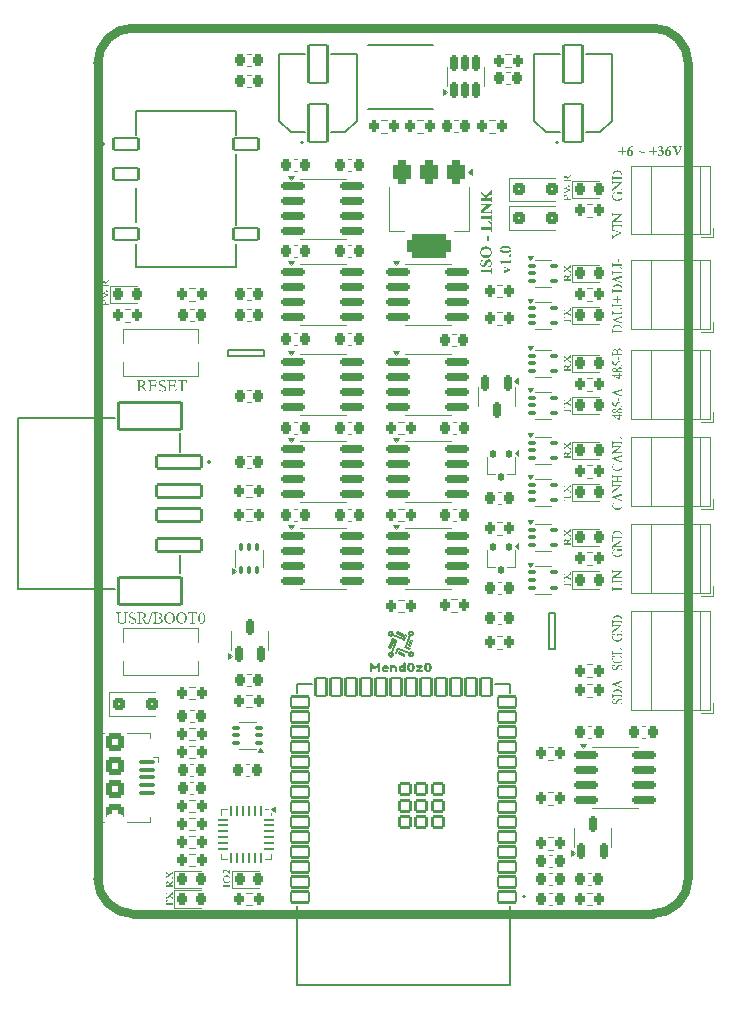
<source format=gto>
G04 #@! TF.GenerationSoftware,KiCad,Pcbnew,8.0.8*
G04 #@! TF.CreationDate,2025-01-21T11:13:05-05:00*
G04 #@! TF.ProjectId,_HW_ESP32-IsoLink,5f48575f-4553-4503-9332-2d49736f4c69,rev?*
G04 #@! TF.SameCoordinates,Original*
G04 #@! TF.FileFunction,Legend,Top*
G04 #@! TF.FilePolarity,Positive*
%FSLAX46Y46*%
G04 Gerber Fmt 4.6, Leading zero omitted, Abs format (unit mm)*
G04 Created by KiCad (PCBNEW 8.0.8) date 2025-01-21 11:13:05*
%MOMM*%
%LPD*%
G01*
G04 APERTURE LIST*
G04 Aperture macros list*
%AMRoundRect*
0 Rectangle with rounded corners*
0 $1 Rounding radius*
0 $2 $3 $4 $5 $6 $7 $8 $9 X,Y pos of 4 corners*
0 Add a 4 corners polygon primitive as box body*
4,1,4,$2,$3,$4,$5,$6,$7,$8,$9,$2,$3,0*
0 Add four circle primitives for the rounded corners*
1,1,$1+$1,$2,$3*
1,1,$1+$1,$4,$5*
1,1,$1+$1,$6,$7*
1,1,$1+$1,$8,$9*
0 Add four rect primitives between the rounded corners*
20,1,$1+$1,$2,$3,$4,$5,0*
20,1,$1+$1,$4,$5,$6,$7,0*
20,1,$1+$1,$6,$7,$8,$9,0*
20,1,$1+$1,$8,$9,$2,$3,0*%
G04 Aperture macros list end*
%ADD10C,0.762000*%
%ADD11C,0.100000*%
%ADD12C,0.177800*%
%ADD13C,0.200000*%
%ADD14C,0.120000*%
%ADD15C,0.049691*%
%ADD16C,0.125876*%
%ADD17C,0.098232*%
%ADD18C,0.098224*%
%ADD19C,0.125900*%
%ADD20C,0.098223*%
%ADD21C,0.125901*%
%ADD22C,0.098231*%
%ADD23C,0.125881*%
%ADD24C,0.032943*%
%ADD25C,0.000000*%
%ADD26C,0.127000*%
%ADD27C,0.152400*%
%ADD28C,0.904000*%
%ADD29RoundRect,0.200000X-0.200000X-0.275000X0.200000X-0.275000X0.200000X0.275000X-0.200000X0.275000X0*%
%ADD30RoundRect,0.150000X-0.825000X-0.150000X0.825000X-0.150000X0.825000X0.150000X-0.825000X0.150000X0*%
%ADD31RoundRect,0.218750X-0.218750X-0.256250X0.218750X-0.256250X0.218750X0.256250X-0.218750X0.256250X0*%
%ADD32RoundRect,0.225000X0.225000X0.250000X-0.225000X0.250000X-0.225000X-0.250000X0.225000X-0.250000X0*%
%ADD33RoundRect,0.150000X0.150000X-0.512500X0.150000X0.512500X-0.150000X0.512500X-0.150000X-0.512500X0*%
%ADD34RoundRect,0.225000X-0.225000X-0.250000X0.225000X-0.250000X0.225000X0.250000X-0.225000X0.250000X0*%
%ADD35RoundRect,0.250000X-0.300000X-0.300000X0.300000X-0.300000X0.300000X0.300000X-0.300000X0.300000X0*%
%ADD36RoundRect,0.100000X-0.225000X-0.100000X0.225000X-0.100000X0.225000X0.100000X-0.225000X0.100000X0*%
%ADD37RoundRect,0.100000X0.225000X0.100000X-0.225000X0.100000X-0.225000X-0.100000X0.225000X-0.100000X0*%
%ADD38RoundRect,0.102000X0.800000X-1.600000X0.800000X1.600000X-0.800000X1.600000X-0.800000X-1.600000X0*%
%ADD39R,2.000000X2.000000*%
%ADD40C,2.000000*%
%ADD41RoundRect,0.200000X0.200000X0.275000X-0.200000X0.275000X-0.200000X-0.275000X0.200000X-0.275000X0*%
%ADD42R,1.250000X1.000000*%
%ADD43RoundRect,0.102000X-1.050000X-0.500000X1.050000X-0.500000X1.050000X0.500000X-1.050000X0.500000X0*%
%ADD44RoundRect,0.150000X-0.150000X0.512500X-0.150000X-0.512500X0.150000X-0.512500X0.150000X0.512500X0*%
%ADD45C,3.200000*%
%ADD46RoundRect,0.100000X-0.575000X0.100000X-0.575000X-0.100000X0.575000X-0.100000X0.575000X0.100000X0*%
%ADD47O,1.550000X0.890000*%
%ADD48RoundRect,0.250000X-0.525000X0.475000X-0.525000X-0.475000X0.525000X-0.475000X0.525000X0.475000X0*%
%ADD49O,0.950000X1.250000*%
%ADD50RoundRect,0.250000X-0.525000X0.500000X-0.525000X-0.500000X0.525000X-0.500000X0.525000X0.500000X0*%
%ADD51RoundRect,0.112500X0.112500X0.237500X-0.112500X0.237500X-0.112500X-0.237500X0.112500X-0.237500X0*%
%ADD52C,1.300000*%
%ADD53RoundRect,0.102000X-1.900000X0.550000X-1.900000X-0.550000X1.900000X-0.550000X1.900000X0.550000X0*%
%ADD54RoundRect,0.102000X-2.650000X1.150000X-2.650000X-1.150000X2.650000X-1.150000X2.650000X1.150000X0*%
%ADD55RoundRect,0.102000X0.750000X0.450000X-0.750000X0.450000X-0.750000X-0.450000X0.750000X-0.450000X0*%
%ADD56RoundRect,0.102000X0.450000X0.750000X-0.450000X0.750000X-0.450000X-0.750000X0.450000X-0.750000X0*%
%ADD57RoundRect,0.102000X0.450000X0.450000X-0.450000X0.450000X-0.450000X-0.450000X0.450000X-0.450000X0*%
%ADD58RoundRect,0.062500X-0.062500X0.337500X-0.062500X-0.337500X0.062500X-0.337500X0.062500X0.337500X0*%
%ADD59RoundRect,0.062500X-0.337500X0.062500X-0.337500X-0.062500X0.337500X-0.062500X0.337500X0.062500X0*%
%ADD60R,2.750000X2.750000*%
%ADD61RoundRect,0.375000X-0.375000X0.625000X-0.375000X-0.625000X0.375000X-0.625000X0.375000X0.625000X0*%
%ADD62RoundRect,0.500000X-1.400000X0.500000X-1.400000X-0.500000X1.400000X-0.500000X1.400000X0.500000X0*%
%ADD63R,1.000000X0.599999*%
%ADD64RoundRect,0.100000X0.100000X-0.225000X0.100000X0.225000X-0.100000X0.225000X-0.100000X-0.225000X0*%
%ADD65R,0.599999X1.000000*%
%ADD66RoundRect,0.218750X0.218750X0.256250X-0.218750X0.256250X-0.218750X-0.256250X0.218750X-0.256250X0*%
%ADD67R,1.550000X4.699000*%
G04 APERTURE END LIST*
D10*
X202410320Y-287957000D02*
G75*
G02*
X199410320Y-290957020I-3000020J0D01*
G01*
X155410320Y-290957000D02*
G75*
G02*
X152410300Y-287957000I-20J3000000D01*
G01*
X202410320Y-218956999D02*
X202410320Y-287957000D01*
X152410320Y-218956999D02*
G75*
G02*
X155410320Y-215957020I2999980J-1D01*
G01*
X199410320Y-215956999D02*
G75*
G02*
X202410301Y-218956999I-20J-3000001D01*
G01*
X152410320Y-287957000D02*
X152410320Y-218956999D01*
X199410320Y-290957000D02*
X155410320Y-290957000D01*
X155410320Y-215956999D02*
X199410320Y-215956999D01*
D11*
G36*
X195992084Y-232919147D02*
G01*
X196016403Y-232919147D01*
X196029220Y-232961758D01*
X196044413Y-232985590D01*
X196079470Y-233014346D01*
X196121121Y-233036721D01*
X196136042Y-233043130D01*
X196839767Y-233331915D01*
X196839767Y-233354497D01*
X196126706Y-233664778D01*
X196086933Y-233682827D01*
X196059612Y-233698216D01*
X196032150Y-233731865D01*
X196030082Y-233735997D01*
X196018398Y-233778012D01*
X196016403Y-233795926D01*
X195992084Y-233795926D01*
X195992084Y-233457634D01*
X196016403Y-233457634D01*
X196023400Y-233502704D01*
X196035945Y-233532328D01*
X196071771Y-233549264D01*
X196116931Y-233540401D01*
X196158947Y-233524646D01*
X196166875Y-233521254D01*
X196651514Y-233310419D01*
X196172955Y-233115000D01*
X196129520Y-233098682D01*
X196086664Y-233087346D01*
X196074811Y-233086339D01*
X196041156Y-233104144D01*
X196022103Y-233144327D01*
X196018140Y-233163855D01*
X196016403Y-233174277D01*
X195992084Y-233174277D01*
X195992084Y-232919147D01*
G37*
G36*
X196801552Y-232522881D02*
G01*
X196825871Y-232522881D01*
X196825871Y-232877892D01*
X196801552Y-232877892D01*
X196801552Y-232848579D01*
X196794061Y-232804176D01*
X196771588Y-232773886D01*
X196728862Y-232761739D01*
X196681763Y-232759352D01*
X196677135Y-232759338D01*
X196140819Y-232759338D01*
X196096577Y-232760628D01*
X196057441Y-232767155D01*
X196031168Y-232792342D01*
X196017326Y-232834072D01*
X196016403Y-232848579D01*
X196016403Y-232877892D01*
X195992084Y-232877892D01*
X195992084Y-232522881D01*
X196016403Y-232522881D01*
X196016403Y-232552846D01*
X196023894Y-232596761D01*
X196046367Y-232626888D01*
X196089093Y-232639578D01*
X196136192Y-232642072D01*
X196140819Y-232642087D01*
X196677135Y-232642087D01*
X196721378Y-232640761D01*
X196760514Y-232634053D01*
X196786787Y-232608431D01*
X196800845Y-232565525D01*
X196801552Y-232552846D01*
X196801552Y-232522881D01*
G37*
G36*
X195992084Y-232511156D02*
G01*
X195992084Y-232286425D01*
X196617424Y-231780073D01*
X196137780Y-231780073D01*
X196091909Y-231782100D01*
X196049555Y-231792285D01*
X196042242Y-231797227D01*
X196020036Y-231835717D01*
X196016403Y-231868663D01*
X196016403Y-231897325D01*
X195992084Y-231897325D01*
X195992084Y-231609190D01*
X196016403Y-231609190D01*
X196016403Y-231638503D01*
X196024382Y-231683395D01*
X196048321Y-231712980D01*
X196092613Y-231724549D01*
X196137997Y-231726442D01*
X196839767Y-231726442D01*
X196839767Y-231748372D01*
X196167961Y-232294242D01*
X196680175Y-232294242D01*
X196726045Y-232292317D01*
X196768400Y-232282648D01*
X196775713Y-232277957D01*
X196797918Y-232239077D01*
X196801552Y-232206303D01*
X196801552Y-232176990D01*
X196825871Y-232176990D01*
X196825871Y-232465342D01*
X196801552Y-232465342D01*
X196801552Y-232436680D01*
X196794538Y-232393678D01*
X196769633Y-232361553D01*
X196725613Y-232349983D01*
X196680392Y-232348090D01*
X196102821Y-232348090D01*
X196069472Y-232378065D01*
X196047018Y-232402808D01*
X196027044Y-232442380D01*
X196021831Y-232457308D01*
X196016488Y-232502430D01*
X196016403Y-232511156D01*
X195992084Y-232511156D01*
G37*
G36*
X195978188Y-229896237D02*
G01*
X196242220Y-229874741D01*
X196242220Y-229896237D01*
X196201071Y-229911295D01*
X196159819Y-229930718D01*
X196120775Y-229955392D01*
X196092616Y-229979833D01*
X196064273Y-230014157D01*
X196042892Y-230052534D01*
X196028472Y-230094963D01*
X196021013Y-230141443D01*
X196019877Y-230169823D01*
X196022920Y-230217376D01*
X196032048Y-230261239D01*
X196051035Y-230309005D01*
X196078786Y-230351457D01*
X196115300Y-230388597D01*
X196144511Y-230410405D01*
X196185340Y-230433871D01*
X196229009Y-230452481D01*
X196275517Y-230466237D01*
X196324866Y-230475138D01*
X196368159Y-230478846D01*
X196395081Y-230479453D01*
X196438569Y-230477843D01*
X196487472Y-230471892D01*
X196534401Y-230461557D01*
X196579356Y-230446837D01*
X196610259Y-230433638D01*
X196650333Y-230412233D01*
X196690051Y-230384437D01*
X196723283Y-230353085D01*
X196750027Y-230318178D01*
X196752914Y-230313565D01*
X196774746Y-230271485D01*
X196789433Y-230228786D01*
X196796975Y-230185470D01*
X196798078Y-230161138D01*
X196795201Y-230116137D01*
X196786570Y-230072765D01*
X196772130Y-230030750D01*
X196752263Y-229990255D01*
X196512549Y-229990255D01*
X196469048Y-229991832D01*
X196431125Y-229999809D01*
X196401812Y-230029122D01*
X196392414Y-230073117D01*
X196391607Y-230098821D01*
X196367288Y-230098821D01*
X196367288Y-229778334D01*
X196391607Y-229778334D01*
X196391607Y-229793534D01*
X196401637Y-229837724D01*
X196423308Y-229858890D01*
X196465844Y-229869043D01*
X196512766Y-229871050D01*
X196766376Y-229871050D01*
X196786153Y-229910467D01*
X196804380Y-229953902D01*
X196818663Y-229996955D01*
X196822179Y-230009797D01*
X196831454Y-230054029D01*
X196837294Y-230101230D01*
X196839612Y-230146249D01*
X196839767Y-230161789D01*
X196838422Y-230205763D01*
X196832442Y-230261242D01*
X196821679Y-230313118D01*
X196806132Y-230361391D01*
X196785801Y-230406060D01*
X196760687Y-230447127D01*
X196730789Y-230484591D01*
X196696107Y-230518452D01*
X196686689Y-230526354D01*
X196649936Y-230553251D01*
X196611465Y-230575590D01*
X196571276Y-230593370D01*
X196529370Y-230606591D01*
X196485747Y-230615253D01*
X196440405Y-230619356D01*
X196421788Y-230619720D01*
X196374632Y-230617216D01*
X196328348Y-230609704D01*
X196282938Y-230597184D01*
X196238400Y-230579656D01*
X196213341Y-230567392D01*
X196170807Y-230542389D01*
X196132121Y-230514120D01*
X196097281Y-230482583D01*
X196066289Y-230447779D01*
X196039144Y-230409708D01*
X196030951Y-230396292D01*
X196010392Y-230354909D01*
X195994882Y-230310369D01*
X195984422Y-230262669D01*
X195979476Y-230219270D01*
X195978188Y-230181331D01*
X195980394Y-230135674D01*
X195986004Y-230099255D01*
X195998327Y-230054580D01*
X196013767Y-230010886D01*
X196020094Y-229994381D01*
X196033439Y-229952930D01*
X196033773Y-229948783D01*
X196022483Y-229928807D01*
X195978188Y-229918819D01*
X195978188Y-229896237D01*
G37*
G36*
X195992084Y-229782243D02*
G01*
X195992084Y-229557511D01*
X196617424Y-229051160D01*
X196137780Y-229051160D01*
X196091909Y-229053187D01*
X196049555Y-229063371D01*
X196042242Y-229068313D01*
X196020036Y-229106803D01*
X196016403Y-229139750D01*
X196016403Y-229168411D01*
X195992084Y-229168411D01*
X195992084Y-228880277D01*
X196016403Y-228880277D01*
X196016403Y-228909590D01*
X196024382Y-228954482D01*
X196048321Y-228984066D01*
X196092613Y-228995635D01*
X196137997Y-228997528D01*
X196839767Y-228997528D01*
X196839767Y-229019458D01*
X196167961Y-229565328D01*
X196680175Y-229565328D01*
X196726045Y-229563404D01*
X196768400Y-229553735D01*
X196775713Y-229549043D01*
X196797918Y-229510163D01*
X196801552Y-229477390D01*
X196801552Y-229448077D01*
X196825871Y-229448077D01*
X196825871Y-229736428D01*
X196801552Y-229736428D01*
X196801552Y-229707767D01*
X196794538Y-229664764D01*
X196769633Y-229632639D01*
X196725613Y-229621070D01*
X196680392Y-229619177D01*
X196102821Y-229619177D01*
X196069472Y-229649151D01*
X196047018Y-229673894D01*
X196027044Y-229713466D01*
X196021831Y-229728394D01*
X196016488Y-229773517D01*
X196016403Y-229782243D01*
X195992084Y-229782243D01*
G37*
G36*
X196457654Y-228014744D02*
G01*
X196507874Y-228022425D01*
X196555295Y-228035227D01*
X196599918Y-228053150D01*
X196641741Y-228076194D01*
X196680765Y-228104359D01*
X196695591Y-228117058D01*
X196726126Y-228148461D01*
X196752588Y-228183718D01*
X196774980Y-228222829D01*
X196793301Y-228265794D01*
X196807550Y-228312613D01*
X196817728Y-228363286D01*
X196823835Y-228417813D01*
X196825743Y-228461238D01*
X196825871Y-228476194D01*
X196825871Y-228846404D01*
X196801552Y-228846404D01*
X196801552Y-228815137D01*
X196793138Y-228770245D01*
X196767896Y-228740661D01*
X196722977Y-228729092D01*
X196677135Y-228727199D01*
X196140819Y-228727199D01*
X196094130Y-228729226D01*
X196050860Y-228739411D01*
X196043327Y-228744352D01*
X196020189Y-228783199D01*
X196016403Y-228815137D01*
X196016403Y-228846404D01*
X195992084Y-228846404D01*
X195992084Y-228509198D01*
X195992443Y-228484880D01*
X196037247Y-228484880D01*
X196040114Y-228532022D01*
X196047018Y-228575831D01*
X196054618Y-228609948D01*
X196766811Y-228609948D01*
X196775971Y-228563939D01*
X196782129Y-228518962D01*
X196784181Y-228479886D01*
X196780647Y-228428492D01*
X196770044Y-228380487D01*
X196752372Y-228335871D01*
X196727632Y-228294645D01*
X196695823Y-228256808D01*
X196683649Y-228244949D01*
X196643357Y-228213145D01*
X196598041Y-228187921D01*
X196556442Y-228171928D01*
X196511354Y-228160504D01*
X196462778Y-228153650D01*
X196410714Y-228151365D01*
X196358296Y-228153650D01*
X196309472Y-228160504D01*
X196264243Y-228171928D01*
X196222607Y-228187921D01*
X196177388Y-228213145D01*
X196137345Y-228244949D01*
X196103328Y-228281832D01*
X196076348Y-228322455D01*
X196056407Y-228366818D01*
X196043504Y-228414923D01*
X196037638Y-228466767D01*
X196037247Y-228484880D01*
X195992443Y-228484880D01*
X195992749Y-228464174D01*
X195995450Y-228411796D01*
X196000230Y-228363755D01*
X196007087Y-228320050D01*
X196018059Y-228273327D01*
X196034642Y-228226710D01*
X196055878Y-228186160D01*
X196082537Y-228149247D01*
X196114620Y-228115971D01*
X196152127Y-228086331D01*
X196175995Y-228071026D01*
X196220778Y-228048098D01*
X196261495Y-228032928D01*
X196304365Y-228021895D01*
X196349387Y-228014999D01*
X196396563Y-228012241D01*
X196404635Y-228012184D01*
X196457654Y-228014744D01*
G37*
D12*
G36*
X196493535Y-226339288D02*
G01*
X196787098Y-226339288D01*
X196787098Y-226047463D01*
X196867219Y-226047463D01*
X196867219Y-226339288D01*
X197160999Y-226339288D01*
X197160999Y-226422667D01*
X196867219Y-226422667D01*
X196867219Y-226714492D01*
X196787098Y-226714492D01*
X196787098Y-226422667D01*
X196493535Y-226422667D01*
X196493535Y-226339288D01*
G37*
G36*
X197765277Y-225964084D02*
G01*
X197719013Y-225977708D01*
X197676925Y-225992933D01*
X197633940Y-226012292D01*
X197592103Y-226036568D01*
X197587880Y-226039429D01*
X197552478Y-226066885D01*
X197521506Y-226097467D01*
X197492291Y-226135113D01*
X197482137Y-226151252D01*
X197461666Y-226190750D01*
X197443977Y-226235228D01*
X197430589Y-226278946D01*
X197421991Y-226314318D01*
X197461961Y-226295437D01*
X197466503Y-226294125D01*
X197511412Y-226285697D01*
X197546625Y-226283702D01*
X197591056Y-226287801D01*
X197636433Y-226302209D01*
X197676933Y-226326991D01*
X197701223Y-226349276D01*
X197728392Y-226384926D01*
X197747798Y-226426521D01*
X197759441Y-226474059D01*
X197763262Y-226520531D01*
X197763323Y-226527541D01*
X197760661Y-226571196D01*
X197751458Y-226617243D01*
X197735682Y-226660703D01*
X197729667Y-226673237D01*
X197706012Y-226711701D01*
X197676843Y-226744314D01*
X197642161Y-226771073D01*
X197634563Y-226775723D01*
X197595174Y-226794731D01*
X197549887Y-226807508D01*
X197502547Y-226811767D01*
X197456038Y-226807738D01*
X197411776Y-226795652D01*
X197369762Y-226775508D01*
X197361629Y-226770512D01*
X197323944Y-226740996D01*
X197294742Y-226708049D01*
X197270006Y-226669057D01*
X197260445Y-226649787D01*
X197244581Y-226609088D01*
X197233249Y-226566679D01*
X197226451Y-226522561D01*
X197224345Y-226479989D01*
X197409181Y-226479989D01*
X197410452Y-226525989D01*
X197414265Y-226571164D01*
X197420619Y-226615515D01*
X197425248Y-226639798D01*
X197436593Y-226683479D01*
X197453285Y-226724029D01*
X197469760Y-226747930D01*
X197508880Y-226769537D01*
X197517312Y-226770078D01*
X197557367Y-226750596D01*
X197567253Y-226738159D01*
X197582392Y-226697406D01*
X197588016Y-226652826D01*
X197589400Y-226607880D01*
X197588398Y-226558803D01*
X197585392Y-226514708D01*
X197579141Y-226468373D01*
X197568200Y-226423384D01*
X197548362Y-226379892D01*
X197515300Y-226348210D01*
X197477577Y-226339288D01*
X197434791Y-226349495D01*
X197413957Y-226359047D01*
X197411438Y-226406311D01*
X197409647Y-226451665D01*
X197409181Y-226479989D01*
X197224345Y-226479989D01*
X197224184Y-226476732D01*
X197226535Y-226425748D01*
X197233589Y-226375878D01*
X197245344Y-226327123D01*
X197261802Y-226279482D01*
X197282962Y-226232955D01*
X197291061Y-226217694D01*
X197318109Y-226173763D01*
X197349096Y-226133328D01*
X197384022Y-226096389D01*
X197422887Y-226062947D01*
X197458283Y-226037749D01*
X197480834Y-226023795D01*
X197520240Y-226002933D01*
X197561512Y-225985539D01*
X197604650Y-225971610D01*
X197649654Y-225961149D01*
X197696524Y-225954155D01*
X197745260Y-225950628D01*
X197765277Y-225950188D01*
X197765277Y-225964084D01*
G37*
G36*
X198748016Y-226367081D02*
G01*
X198782974Y-226367081D01*
X198778441Y-226412068D01*
X198766919Y-226455768D01*
X198746138Y-226495742D01*
X198732599Y-226512342D01*
X198698067Y-226540404D01*
X198654836Y-226557732D01*
X198618605Y-226561631D01*
X198574459Y-226557142D01*
X198549992Y-226551209D01*
X198506052Y-226535684D01*
X198464621Y-226519290D01*
X198419373Y-226500671D01*
X198389748Y-226488240D01*
X198348222Y-226471711D01*
X198305016Y-226457691D01*
X198260772Y-226450459D01*
X198216346Y-226459569D01*
X198191507Y-226476298D01*
X198166879Y-226513142D01*
X198153960Y-226557932D01*
X198153292Y-226561631D01*
X198117899Y-226561631D01*
X198122798Y-226515423D01*
X198134311Y-226471062D01*
X198154557Y-226431241D01*
X198167622Y-226415067D01*
X198204019Y-226385825D01*
X198245790Y-226370080D01*
X198276622Y-226367081D01*
X198320594Y-226371083D01*
X198340242Y-226375549D01*
X198383363Y-226389340D01*
X198424455Y-226404404D01*
X198465220Y-226420523D01*
X198510474Y-226439386D01*
X198550565Y-226456088D01*
X198591956Y-226471043D01*
X198600149Y-226473475D01*
X198639884Y-226478252D01*
X198684342Y-226469184D01*
X198712840Y-226449591D01*
X198737583Y-226412030D01*
X198748016Y-226367081D01*
G37*
G36*
X199093038Y-226339288D02*
G01*
X199386601Y-226339288D01*
X199386601Y-226047463D01*
X199466722Y-226047463D01*
X199466722Y-226339288D01*
X199760502Y-226339288D01*
X199760502Y-226422667D01*
X199466722Y-226422667D01*
X199466722Y-226714492D01*
X199386601Y-226714492D01*
X199386601Y-226422667D01*
X199093038Y-226422667D01*
X199093038Y-226339288D01*
G37*
G36*
X199962217Y-226339288D02*
G01*
X199962217Y-226325392D01*
X200005056Y-226311569D01*
X200047097Y-226293879D01*
X200058624Y-226287176D01*
X200090783Y-226255859D01*
X200105090Y-226233110D01*
X200120892Y-226191798D01*
X200124632Y-226159286D01*
X200116521Y-226114082D01*
X200092189Y-226075368D01*
X200087720Y-226070696D01*
X200051972Y-226045314D01*
X200009325Y-226034146D01*
X199995873Y-226033566D01*
X199949795Y-226039681D01*
X199907805Y-226058024D01*
X199869902Y-226088596D01*
X199850612Y-226110865D01*
X199827813Y-226103048D01*
X199854547Y-226063184D01*
X199885164Y-226029331D01*
X199919661Y-226001490D01*
X199940504Y-225988620D01*
X199980353Y-225970042D01*
X200022710Y-225957544D01*
X200067574Y-225951126D01*
X200093582Y-225950188D01*
X200139561Y-225953846D01*
X200185048Y-225966492D01*
X200224641Y-225988171D01*
X200235369Y-225996437D01*
X200267263Y-226030080D01*
X200286958Y-226070996D01*
X200291389Y-226104568D01*
X200283145Y-226149110D01*
X200265333Y-226182519D01*
X200234573Y-226215575D01*
X200197341Y-226241060D01*
X200183909Y-226248310D01*
X200221413Y-226270708D01*
X200256798Y-226298859D01*
X200288081Y-226333793D01*
X200292909Y-226340591D01*
X200314296Y-226381493D01*
X200326034Y-226424377D01*
X200330326Y-226467613D01*
X200330473Y-226477818D01*
X200327175Y-226528546D01*
X200317282Y-226576342D01*
X200300794Y-226621207D01*
X200277710Y-226663140D01*
X200248031Y-226702142D01*
X200236672Y-226714492D01*
X200199326Y-226747550D01*
X200157477Y-226773769D01*
X200111123Y-226793148D01*
X200069055Y-226804072D01*
X200023859Y-226810247D01*
X199985450Y-226811767D01*
X199936460Y-226809216D01*
X199889846Y-226800246D01*
X199848608Y-226782706D01*
X199832155Y-226770946D01*
X199805048Y-226735667D01*
X199797414Y-226696904D01*
X199807846Y-226654509D01*
X199817608Y-226640667D01*
X199856012Y-226617789D01*
X199864074Y-226617217D01*
X199901855Y-226625902D01*
X199938792Y-226653304D01*
X199971120Y-226679534D01*
X200007676Y-226705297D01*
X200049528Y-226723617D01*
X200082726Y-226728388D01*
X200127096Y-226718032D01*
X200160242Y-226691693D01*
X200183464Y-226652794D01*
X200192310Y-226608740D01*
X200192594Y-226598326D01*
X200187957Y-226550920D01*
X200174045Y-226505678D01*
X200150858Y-226462600D01*
X200133969Y-226439603D01*
X200101250Y-226406056D01*
X200061718Y-226378155D01*
X200021540Y-226358372D01*
X199976145Y-226342911D01*
X199962217Y-226339288D01*
G37*
G36*
X200986646Y-225964084D02*
G01*
X200940381Y-225977708D01*
X200898294Y-225992933D01*
X200855309Y-226012292D01*
X200813471Y-226036568D01*
X200809249Y-226039429D01*
X200773846Y-226066885D01*
X200742875Y-226097467D01*
X200713660Y-226135113D01*
X200703506Y-226151252D01*
X200683034Y-226190750D01*
X200665346Y-226235228D01*
X200651958Y-226278946D01*
X200643360Y-226314318D01*
X200683329Y-226295437D01*
X200687872Y-226294125D01*
X200732780Y-226285697D01*
X200767994Y-226283702D01*
X200812424Y-226287801D01*
X200857802Y-226302209D01*
X200898302Y-226326991D01*
X200922592Y-226349276D01*
X200949760Y-226384926D01*
X200969167Y-226426521D01*
X200980810Y-226474059D01*
X200984631Y-226520531D01*
X200984691Y-226527541D01*
X200982029Y-226571196D01*
X200972827Y-226617243D01*
X200957051Y-226660703D01*
X200951036Y-226673237D01*
X200927380Y-226711701D01*
X200898212Y-226744314D01*
X200863530Y-226771073D01*
X200855932Y-226775723D01*
X200816543Y-226794731D01*
X200771256Y-226807508D01*
X200723916Y-226811767D01*
X200677407Y-226807738D01*
X200633145Y-226795652D01*
X200591131Y-226775508D01*
X200582997Y-226770512D01*
X200545313Y-226740996D01*
X200516111Y-226708049D01*
X200491375Y-226669057D01*
X200481814Y-226649787D01*
X200465950Y-226609088D01*
X200454618Y-226566679D01*
X200447819Y-226522561D01*
X200445714Y-226479989D01*
X200630549Y-226479989D01*
X200631820Y-226525989D01*
X200635633Y-226571164D01*
X200641988Y-226615515D01*
X200646617Y-226639798D01*
X200657961Y-226683479D01*
X200674653Y-226724029D01*
X200691129Y-226747930D01*
X200730249Y-226769537D01*
X200738681Y-226770078D01*
X200778736Y-226750596D01*
X200788621Y-226738159D01*
X200803761Y-226697406D01*
X200809385Y-226652826D01*
X200810769Y-226607880D01*
X200809767Y-226558803D01*
X200806761Y-226514708D01*
X200800509Y-226468373D01*
X200789569Y-226423384D01*
X200769731Y-226379892D01*
X200736668Y-226348210D01*
X200698946Y-226339288D01*
X200656160Y-226349495D01*
X200635326Y-226359047D01*
X200632807Y-226406311D01*
X200631016Y-226451665D01*
X200630549Y-226479989D01*
X200445714Y-226479989D01*
X200445553Y-226476732D01*
X200447904Y-226425748D01*
X200454957Y-226375878D01*
X200466713Y-226327123D01*
X200483171Y-226279482D01*
X200504331Y-226232955D01*
X200512430Y-226217694D01*
X200539478Y-226173763D01*
X200570465Y-226133328D01*
X200605391Y-226096389D01*
X200644256Y-226062947D01*
X200679652Y-226037749D01*
X200702203Y-226023795D01*
X200741609Y-226002933D01*
X200782881Y-225985539D01*
X200826019Y-225971610D01*
X200871023Y-225961149D01*
X200917893Y-225954155D01*
X200966629Y-225950628D01*
X200986646Y-225950188D01*
X200986646Y-225964084D01*
G37*
G36*
X201911410Y-225964084D02*
G01*
X201911410Y-225991877D01*
X201868690Y-226007130D01*
X201833076Y-226036122D01*
X201830854Y-226038560D01*
X201805775Y-226075564D01*
X201783627Y-226116633D01*
X201763692Y-226157314D01*
X201754424Y-226177090D01*
X201469113Y-226811767D01*
X201449137Y-226811767D01*
X201165128Y-226152120D01*
X201147095Y-226112383D01*
X201126732Y-226069777D01*
X201105602Y-226030561D01*
X201096297Y-226017281D01*
X201057839Y-225996597D01*
X201030723Y-225991877D01*
X201030723Y-225964084D01*
X201427640Y-225964084D01*
X201427640Y-225991877D01*
X201414178Y-225991877D01*
X201369069Y-225995025D01*
X201341005Y-226004471D01*
X201326891Y-226029658D01*
X201331668Y-226054194D01*
X201348135Y-226096559D01*
X201364672Y-226138007D01*
X201541200Y-226545998D01*
X201704918Y-226182953D01*
X201722402Y-226139963D01*
X201738307Y-226098226D01*
X201740962Y-226090238D01*
X201747693Y-226053325D01*
X201737922Y-226022275D01*
X201709261Y-226001865D01*
X201665028Y-225992852D01*
X201639561Y-225991877D01*
X201639561Y-225964084D01*
X201911410Y-225964084D01*
G37*
D11*
G36*
X195978188Y-272774933D02*
G01*
X196256116Y-272774933D01*
X196256116Y-272794289D01*
X196209607Y-272801675D01*
X196165745Y-272813159D01*
X196129529Y-272828162D01*
X196094330Y-272851260D01*
X196065654Y-272881239D01*
X196054618Y-272897396D01*
X196036623Y-272934512D01*
X196027802Y-272972673D01*
X196026825Y-272990638D01*
X196032260Y-273028780D01*
X196050415Y-273064193D01*
X196065475Y-273080717D01*
X196101181Y-273105017D01*
X196144050Y-273115952D01*
X196153196Y-273116265D01*
X196197708Y-273107468D01*
X196221810Y-273093745D01*
X196253277Y-273064665D01*
X196278836Y-273033927D01*
X196303060Y-273000776D01*
X196324879Y-272968351D01*
X196343403Y-272939271D01*
X196365602Y-272904220D01*
X196388953Y-272868934D01*
X196412281Y-272836001D01*
X196438507Y-272803595D01*
X196469672Y-272774918D01*
X196505408Y-272752725D01*
X196516458Y-272747575D01*
X196559549Y-272733414D01*
X196604549Y-272727924D01*
X196610693Y-272727847D01*
X196655870Y-272731755D01*
X196697817Y-272743480D01*
X196736534Y-272763022D01*
X196772022Y-272790381D01*
X196801660Y-272823893D01*
X196822831Y-272861895D01*
X196834408Y-272898829D01*
X196839502Y-272939202D01*
X196839767Y-272951368D01*
X196837710Y-272990315D01*
X196834990Y-273009436D01*
X196825207Y-273045756D01*
X196815231Y-273076809D01*
X196803505Y-273114269D01*
X196798078Y-273141390D01*
X196806329Y-273162048D01*
X196839767Y-273173215D01*
X196839767Y-273192571D01*
X196561838Y-273192571D01*
X196561838Y-273173215D01*
X196607013Y-273164837D01*
X196649151Y-273153801D01*
X196691249Y-273136737D01*
X196726082Y-273111913D01*
X196753441Y-273080568D01*
X196762685Y-273066386D01*
X196780018Y-273029510D01*
X196789352Y-272990068D01*
X196791129Y-272962349D01*
X196787228Y-272924112D01*
X196773923Y-272888308D01*
X196751177Y-272859056D01*
X196716174Y-272834474D01*
X196673189Y-272822016D01*
X196656508Y-272821089D01*
X196612585Y-272828493D01*
X196595276Y-272835420D01*
X196559936Y-272858080D01*
X196537519Y-272880087D01*
X196513747Y-272911537D01*
X196490213Y-272946052D01*
X196467443Y-272980632D01*
X196460220Y-272991755D01*
X196435440Y-273029060D01*
X196412966Y-273061342D01*
X196387461Y-273095468D01*
X196365768Y-273121290D01*
X196336005Y-273149399D01*
X196301308Y-273172870D01*
X196288252Y-273179543D01*
X196246493Y-273193837D01*
X196201013Y-273199379D01*
X196194668Y-273199457D01*
X196146882Y-273194820D01*
X196102943Y-273180908D01*
X196062852Y-273157721D01*
X196042242Y-273140832D01*
X196014218Y-273109518D01*
X195994201Y-273074203D01*
X195982191Y-273034887D01*
X195978250Y-272997202D01*
X195978188Y-272991569D01*
X195981523Y-272951963D01*
X195990344Y-272914508D01*
X196004678Y-272875672D01*
X196006415Y-272871712D01*
X196019404Y-272835533D01*
X196019877Y-272830395D01*
X196011626Y-272808248D01*
X195978188Y-272794289D01*
X195978188Y-272774933D01*
G37*
G36*
X196457654Y-271942039D02*
G01*
X196507874Y-271948623D01*
X196555295Y-271959596D01*
X196599918Y-271974958D01*
X196641741Y-271994710D01*
X196680765Y-272018851D01*
X196695591Y-272029737D01*
X196726126Y-272056653D01*
X196752588Y-272086873D01*
X196774980Y-272120397D01*
X196793301Y-272157224D01*
X196807550Y-272197355D01*
X196817728Y-272240789D01*
X196823835Y-272287526D01*
X196825743Y-272324748D01*
X196825871Y-272337568D01*
X196825871Y-272654890D01*
X196801552Y-272654890D01*
X196801552Y-272628090D01*
X196793138Y-272589611D01*
X196767896Y-272564253D01*
X196722977Y-272554337D01*
X196677135Y-272552714D01*
X196140819Y-272552714D01*
X196094130Y-272554452D01*
X196050860Y-272563182D01*
X196043327Y-272567417D01*
X196020189Y-272600714D01*
X196016403Y-272628090D01*
X196016403Y-272654890D01*
X195992084Y-272654890D01*
X195992084Y-272365857D01*
X195992443Y-272345012D01*
X196037247Y-272345012D01*
X196040114Y-272385420D01*
X196047018Y-272422970D01*
X196054618Y-272452213D01*
X196766811Y-272452213D01*
X196775971Y-272412777D01*
X196782129Y-272374225D01*
X196784181Y-272340732D01*
X196780647Y-272296679D01*
X196770044Y-272255532D01*
X196752372Y-272217291D01*
X196727632Y-272181954D01*
X196695823Y-272149522D01*
X196683649Y-272139357D01*
X196643357Y-272112097D01*
X196598041Y-272090476D01*
X196556442Y-272076768D01*
X196511354Y-272066976D01*
X196462778Y-272061101D01*
X196410714Y-272059142D01*
X196358296Y-272061101D01*
X196309472Y-272066976D01*
X196264243Y-272076768D01*
X196222607Y-272090476D01*
X196177388Y-272112097D01*
X196137345Y-272139357D01*
X196103328Y-272170971D01*
X196076348Y-272205791D01*
X196056407Y-272243817D01*
X196043504Y-272285049D01*
X196037638Y-272329487D01*
X196037247Y-272345012D01*
X195992443Y-272345012D01*
X195992749Y-272327265D01*
X195995450Y-272282369D01*
X196000230Y-272241191D01*
X196007087Y-272203729D01*
X196018059Y-272163681D01*
X196034642Y-272123724D01*
X196055878Y-272088967D01*
X196082537Y-272057327D01*
X196114620Y-272028804D01*
X196152127Y-272003399D01*
X196175995Y-271990281D01*
X196220778Y-271970628D01*
X196261495Y-271957625D01*
X196304365Y-271948168D01*
X196349387Y-271942257D01*
X196396563Y-271939893D01*
X196404635Y-271939844D01*
X196457654Y-271942039D01*
G37*
G36*
X196825871Y-271421333D02*
G01*
X196801552Y-271421333D01*
X196795827Y-271384021D01*
X196785484Y-271364010D01*
X196751829Y-271349121D01*
X196706842Y-271357264D01*
X196668450Y-271369966D01*
X196551416Y-271412958D01*
X196551416Y-271687661D01*
X196679741Y-271735864D01*
X196721104Y-271749264D01*
X196750526Y-271753731D01*
X196783313Y-271738284D01*
X196797535Y-271702540D01*
X196801552Y-271671469D01*
X196825871Y-271671469D01*
X196825871Y-271894991D01*
X196801552Y-271894991D01*
X196791021Y-271858373D01*
X196777667Y-271837482D01*
X196740613Y-271812963D01*
X196699948Y-271794141D01*
X196658896Y-271778298D01*
X196030941Y-271547890D01*
X196168178Y-271547890D01*
X196506252Y-271671469D01*
X196506252Y-271427475D01*
X196168178Y-271547890D01*
X196030941Y-271547890D01*
X195978188Y-271528534D01*
X195978188Y-271510295D01*
X196666061Y-271263137D01*
X196708115Y-271246814D01*
X196747011Y-271228023D01*
X196773759Y-271208978D01*
X196794736Y-271175543D01*
X196801552Y-271141233D01*
X196825871Y-271141233D01*
X196825871Y-271421333D01*
G37*
G36*
X195978188Y-269901348D02*
G01*
X196256116Y-269901348D01*
X196256116Y-269920704D01*
X196209607Y-269928090D01*
X196165745Y-269939574D01*
X196129529Y-269954576D01*
X196094330Y-269977674D01*
X196065654Y-270007653D01*
X196054618Y-270023810D01*
X196036623Y-270060927D01*
X196027802Y-270099088D01*
X196026825Y-270117053D01*
X196032260Y-270155194D01*
X196050415Y-270190607D01*
X196065475Y-270207132D01*
X196101181Y-270231432D01*
X196144050Y-270242367D01*
X196153196Y-270242679D01*
X196197708Y-270233882D01*
X196221810Y-270220159D01*
X196253277Y-270191079D01*
X196278836Y-270160342D01*
X196303060Y-270127190D01*
X196324879Y-270094766D01*
X196343403Y-270065686D01*
X196365602Y-270030635D01*
X196388953Y-269995349D01*
X196412281Y-269962415D01*
X196438507Y-269930009D01*
X196469672Y-269901333D01*
X196505408Y-269879139D01*
X196516458Y-269873989D01*
X196559549Y-269859829D01*
X196604549Y-269854338D01*
X196610693Y-269854261D01*
X196655870Y-269858170D01*
X196697817Y-269869895D01*
X196736534Y-269889437D01*
X196772022Y-269916795D01*
X196801660Y-269950307D01*
X196822831Y-269988309D01*
X196834408Y-270025244D01*
X196839502Y-270065617D01*
X196839767Y-270077783D01*
X196837710Y-270116729D01*
X196834990Y-270135850D01*
X196825207Y-270172171D01*
X196815231Y-270203223D01*
X196803505Y-270240683D01*
X196798078Y-270267804D01*
X196806329Y-270288463D01*
X196839767Y-270299630D01*
X196839767Y-270318985D01*
X196561838Y-270318985D01*
X196561838Y-270299630D01*
X196607013Y-270291251D01*
X196649151Y-270280215D01*
X196691249Y-270263152D01*
X196726082Y-270238327D01*
X196753441Y-270206983D01*
X196762685Y-270192801D01*
X196780018Y-270155924D01*
X196789352Y-270116483D01*
X196791129Y-270088764D01*
X196787228Y-270050527D01*
X196773923Y-270014722D01*
X196751177Y-269985471D01*
X196716174Y-269960889D01*
X196673189Y-269948431D01*
X196656508Y-269947504D01*
X196612585Y-269954907D01*
X196595276Y-269961835D01*
X196559936Y-269984495D01*
X196537519Y-270006502D01*
X196513747Y-270037952D01*
X196490213Y-270072466D01*
X196467443Y-270107046D01*
X196460220Y-270118169D01*
X196435440Y-270155475D01*
X196412966Y-270187757D01*
X196387461Y-270221882D01*
X196365768Y-270247704D01*
X196336005Y-270275814D01*
X196301308Y-270299285D01*
X196288252Y-270305958D01*
X196246493Y-270320251D01*
X196201013Y-270325794D01*
X196194668Y-270325872D01*
X196146882Y-270321234D01*
X196102943Y-270307322D01*
X196062852Y-270284135D01*
X196042242Y-270267246D01*
X196014218Y-270235933D01*
X195994201Y-270200618D01*
X195982191Y-270161301D01*
X195978250Y-270123617D01*
X195978188Y-270117983D01*
X195981523Y-270078378D01*
X195990344Y-270040923D01*
X196004678Y-270002086D01*
X196006415Y-269998127D01*
X196019404Y-269961948D01*
X196019877Y-269956809D01*
X196011626Y-269934662D01*
X195978188Y-269920704D01*
X195978188Y-269901348D01*
G37*
G36*
X195978188Y-269154104D02*
G01*
X196256116Y-269137912D01*
X196256116Y-269154104D01*
X196211453Y-269167286D01*
X196171750Y-269182405D01*
X196131703Y-269202491D01*
X196094203Y-269228675D01*
X196075246Y-269246788D01*
X196051022Y-269278358D01*
X196033719Y-269312951D01*
X196023337Y-269350569D01*
X196019877Y-269391212D01*
X196023192Y-269429919D01*
X196033136Y-269466476D01*
X196049711Y-269500885D01*
X196061783Y-269519072D01*
X196089184Y-269549192D01*
X196124485Y-269575486D01*
X196162497Y-269595644D01*
X196195102Y-269608778D01*
X196237236Y-269621541D01*
X196283650Y-269631170D01*
X196326840Y-269636928D01*
X196373176Y-269640382D01*
X196422657Y-269641534D01*
X196470346Y-269640056D01*
X196515188Y-269635621D01*
X196562950Y-269626931D01*
X196606994Y-269614380D01*
X196617424Y-269610639D01*
X196656182Y-269593249D01*
X196694075Y-269569042D01*
X196725922Y-269539917D01*
X196743795Y-269517769D01*
X196764997Y-269481434D01*
X196779260Y-269442360D01*
X196786113Y-269405330D01*
X196787655Y-269376137D01*
X196784959Y-269338488D01*
X196775637Y-269299695D01*
X196759658Y-269264101D01*
X196753566Y-269254047D01*
X196725529Y-269219994D01*
X196693604Y-269191286D01*
X196658745Y-269165098D01*
X196623723Y-269141857D01*
X196617424Y-269137912D01*
X196629583Y-269121720D01*
X196668405Y-269142379D01*
X196708506Y-269168068D01*
X196743018Y-269195468D01*
X196771939Y-269224577D01*
X196789175Y-269246416D01*
X196811309Y-269283639D01*
X196825489Y-269318956D01*
X196834826Y-269356839D01*
X196839322Y-269397287D01*
X196839767Y-269415407D01*
X196837392Y-269458230D01*
X196830267Y-269498576D01*
X196818393Y-269536444D01*
X196801769Y-269571835D01*
X196780395Y-269604748D01*
X196754271Y-269635183D01*
X196723398Y-269663141D01*
X196687775Y-269688621D01*
X196651510Y-269709424D01*
X196605403Y-269729733D01*
X196556472Y-269744966D01*
X196513539Y-269753780D01*
X196468644Y-269759069D01*
X196421788Y-269760832D01*
X196376241Y-269759157D01*
X196332099Y-269754132D01*
X196289361Y-269745757D01*
X196248028Y-269734032D01*
X196208100Y-269718957D01*
X196195102Y-269713187D01*
X196152119Y-269690633D01*
X196113602Y-269664659D01*
X196079554Y-269635264D01*
X196049973Y-269602450D01*
X196035076Y-269582164D01*
X196012910Y-269544865D01*
X195996187Y-269506088D01*
X195984910Y-269465833D01*
X195979076Y-269424099D01*
X195978188Y-269399587D01*
X195980847Y-269361283D01*
X195988827Y-269323234D01*
X196002126Y-269285442D01*
X196020745Y-269247905D01*
X196033773Y-269216452D01*
X196022483Y-269191885D01*
X195983410Y-269173680D01*
X195978188Y-269172529D01*
X195978188Y-269154104D01*
G37*
G36*
X196589631Y-268474047D02*
G01*
X196593974Y-268456738D01*
X196825871Y-268517597D01*
X196825871Y-269067189D01*
X196801552Y-269067189D01*
X196801552Y-269040389D01*
X196792975Y-269001770D01*
X196767245Y-268975994D01*
X196722716Y-268966557D01*
X196676701Y-268965013D01*
X196140819Y-268965013D01*
X196094130Y-268966750D01*
X196050860Y-268975480D01*
X196043327Y-268979716D01*
X196020189Y-269013013D01*
X196016403Y-269040389D01*
X196016403Y-269067189D01*
X195992084Y-269067189D01*
X195992084Y-268745772D01*
X196016403Y-268745772D01*
X196017838Y-268783442D01*
X196026457Y-268820501D01*
X196028779Y-268825056D01*
X196056518Y-268853819D01*
X196061349Y-268856137D01*
X196107150Y-268863334D01*
X196150562Y-268864504D01*
X196155150Y-268864512D01*
X196678655Y-268864512D01*
X196723693Y-268862148D01*
X196748572Y-268856137D01*
X196767679Y-268836781D01*
X196772904Y-268798759D01*
X196773753Y-268759315D01*
X196773759Y-268755078D01*
X196773759Y-268703338D01*
X196772850Y-268665534D01*
X196769156Y-268626850D01*
X196759211Y-268588692D01*
X196737211Y-268555320D01*
X196707316Y-268528578D01*
X196669877Y-268506380D01*
X196627113Y-268487645D01*
X196589631Y-268474047D01*
G37*
G36*
X195978188Y-267285715D02*
G01*
X196242220Y-267267290D01*
X196242220Y-267285715D01*
X196201071Y-267298622D01*
X196159819Y-267315270D01*
X196120775Y-267336419D01*
X196092616Y-267357369D01*
X196064273Y-267386789D01*
X196042892Y-267419684D01*
X196028472Y-267456051D01*
X196021013Y-267495892D01*
X196019877Y-267520217D01*
X196022920Y-267560977D01*
X196032048Y-267598574D01*
X196051035Y-267639516D01*
X196078786Y-267675904D01*
X196115300Y-267707738D01*
X196144511Y-267726431D01*
X196185340Y-267746544D01*
X196229009Y-267762496D01*
X196275517Y-267774286D01*
X196324866Y-267781916D01*
X196368159Y-267785094D01*
X196395081Y-267785615D01*
X196438569Y-267784234D01*
X196487472Y-267779134D01*
X196534401Y-267770275D01*
X196579356Y-267757658D01*
X196610259Y-267746345D01*
X196650333Y-267727998D01*
X196690051Y-267704172D01*
X196723283Y-267677299D01*
X196750027Y-267647379D01*
X196752914Y-267643424D01*
X196774746Y-267607356D01*
X196789433Y-267570757D01*
X196796975Y-267533629D01*
X196798078Y-267512773D01*
X196795201Y-267474201D01*
X196786570Y-267437025D01*
X196772130Y-267401012D01*
X196752263Y-267366302D01*
X196512549Y-267366302D01*
X196469048Y-267367653D01*
X196431125Y-267374491D01*
X196401812Y-267399616D01*
X196392414Y-267437326D01*
X196391607Y-267459358D01*
X196367288Y-267459358D01*
X196367288Y-267184656D01*
X196391607Y-267184656D01*
X196391607Y-267197684D01*
X196401637Y-267235561D01*
X196423308Y-267253704D01*
X196465844Y-267262406D01*
X196512766Y-267264126D01*
X196766376Y-267264126D01*
X196786153Y-267297912D01*
X196804380Y-267335142D01*
X196818663Y-267372045D01*
X196822179Y-267383052D01*
X196831454Y-267420965D01*
X196837294Y-267461423D01*
X196839612Y-267500011D01*
X196839767Y-267513331D01*
X196838422Y-267551023D01*
X196832442Y-267598576D01*
X196821679Y-267643041D01*
X196806132Y-267684418D01*
X196785801Y-267722706D01*
X196760687Y-267757907D01*
X196730789Y-267790018D01*
X196696107Y-267819042D01*
X196686689Y-267825815D01*
X196649936Y-267848870D01*
X196611465Y-267868018D01*
X196571276Y-267883257D01*
X196529370Y-267894590D01*
X196485747Y-267902014D01*
X196440405Y-267905531D01*
X196421788Y-267905844D01*
X196374632Y-267903697D01*
X196328348Y-267897258D01*
X196282938Y-267886527D01*
X196238400Y-267871503D01*
X196213341Y-267860990D01*
X196170807Y-267839560D01*
X196132121Y-267815329D01*
X196097281Y-267788297D01*
X196066289Y-267758465D01*
X196039144Y-267725833D01*
X196030951Y-267714333D01*
X196010392Y-267678863D01*
X195994882Y-267640685D01*
X195984422Y-267599800D01*
X195979476Y-267562600D01*
X195978188Y-267530081D01*
X195980394Y-267490946D01*
X195986004Y-267459731D01*
X195998327Y-267421438D01*
X196013767Y-267383986D01*
X196020094Y-267369838D01*
X196033439Y-267334309D01*
X196033773Y-267330754D01*
X196022483Y-267313632D01*
X195978188Y-267305071D01*
X195978188Y-267285715D01*
G37*
G36*
X195992084Y-267188006D02*
G01*
X195992084Y-266995379D01*
X196617424Y-266561363D01*
X196137780Y-266561363D01*
X196091909Y-266563100D01*
X196049555Y-266571830D01*
X196042242Y-266576066D01*
X196020036Y-266609057D01*
X196016403Y-266637297D01*
X196016403Y-266661864D01*
X195992084Y-266661864D01*
X195992084Y-266414892D01*
X196016403Y-266414892D01*
X196016403Y-266440017D01*
X196024382Y-266478496D01*
X196048321Y-266503854D01*
X196092613Y-266513770D01*
X196137997Y-266515393D01*
X196839767Y-266515393D01*
X196839767Y-266534190D01*
X196167961Y-267002079D01*
X196680175Y-267002079D01*
X196726045Y-267000429D01*
X196768400Y-266992141D01*
X196775713Y-266988120D01*
X196797918Y-266954794D01*
X196801552Y-266926703D01*
X196801552Y-266901578D01*
X196825871Y-266901578D01*
X196825871Y-267148736D01*
X196801552Y-267148736D01*
X196801552Y-267124169D01*
X196794538Y-267087310D01*
X196769633Y-267059774D01*
X196725613Y-267049857D01*
X196680392Y-267048235D01*
X196102821Y-267048235D01*
X196069472Y-267073927D01*
X196047018Y-267095135D01*
X196027044Y-267129055D01*
X196021831Y-267141850D01*
X196016488Y-267180526D01*
X196016403Y-267188006D01*
X195992084Y-267188006D01*
G37*
G36*
X196457654Y-265673007D02*
G01*
X196507874Y-265679591D01*
X196555295Y-265690564D01*
X196599918Y-265705926D01*
X196641741Y-265725678D01*
X196680765Y-265749819D01*
X196695591Y-265760705D01*
X196726126Y-265787621D01*
X196752588Y-265817841D01*
X196774980Y-265851365D01*
X196793301Y-265888192D01*
X196807550Y-265928323D01*
X196817728Y-265971757D01*
X196823835Y-266018495D01*
X196825743Y-266055716D01*
X196825871Y-266068536D01*
X196825871Y-266385858D01*
X196801552Y-266385858D01*
X196801552Y-266359058D01*
X196793138Y-266320579D01*
X196767896Y-266295221D01*
X196722977Y-266285305D01*
X196677135Y-266283682D01*
X196140819Y-266283682D01*
X196094130Y-266285420D01*
X196050860Y-266294150D01*
X196043327Y-266298385D01*
X196020189Y-266331682D01*
X196016403Y-266359058D01*
X196016403Y-266385858D01*
X195992084Y-266385858D01*
X195992084Y-266096825D01*
X195992443Y-266075980D01*
X196037247Y-266075980D01*
X196040114Y-266116388D01*
X196047018Y-266153938D01*
X196054618Y-266183181D01*
X196766811Y-266183181D01*
X196775971Y-266143745D01*
X196782129Y-266105193D01*
X196784181Y-266071700D01*
X196780647Y-266027647D01*
X196770044Y-265986501D01*
X196752372Y-265948259D01*
X196727632Y-265912922D01*
X196695823Y-265880490D01*
X196683649Y-265870325D01*
X196643357Y-265843065D01*
X196598041Y-265821444D01*
X196556442Y-265807736D01*
X196511354Y-265797944D01*
X196462778Y-265792069D01*
X196410714Y-265790111D01*
X196358296Y-265792069D01*
X196309472Y-265797944D01*
X196264243Y-265807736D01*
X196222607Y-265821444D01*
X196177388Y-265843065D01*
X196137345Y-265870325D01*
X196103328Y-265901939D01*
X196076348Y-265936759D01*
X196056407Y-265974785D01*
X196043504Y-266016017D01*
X196037638Y-266060455D01*
X196037247Y-266075980D01*
X195992443Y-266075980D01*
X195992749Y-266058233D01*
X195995450Y-266013337D01*
X196000230Y-265972159D01*
X196007087Y-265934697D01*
X196018059Y-265894650D01*
X196034642Y-265854692D01*
X196055878Y-265819935D01*
X196082537Y-265788295D01*
X196114620Y-265759772D01*
X196152127Y-265734367D01*
X196175995Y-265721249D01*
X196220778Y-265701596D01*
X196261495Y-265688593D01*
X196304365Y-265679136D01*
X196349387Y-265673226D01*
X196396563Y-265670861D01*
X196404635Y-265670812D01*
X196457654Y-265673007D01*
G37*
G36*
X154620579Y-265467062D02*
G01*
X154620579Y-265439707D01*
X154950307Y-265439707D01*
X154950307Y-265467062D01*
X154915136Y-265467062D01*
X154866531Y-265478542D01*
X154830628Y-265512980D01*
X154818244Y-265561485D01*
X154816217Y-265611654D01*
X154816217Y-265988765D01*
X154815238Y-266039040D01*
X154811622Y-266092116D01*
X154804226Y-266145418D01*
X154791745Y-266196004D01*
X154788374Y-266205897D01*
X154765853Y-266251859D01*
X154732789Y-266293576D01*
X154694018Y-266327491D01*
X154679197Y-266338032D01*
X154634852Y-266362182D01*
X154583149Y-266379431D01*
X154531873Y-266388865D01*
X154474963Y-266393015D01*
X154457669Y-266393231D01*
X154403092Y-266391376D01*
X154353667Y-266385812D01*
X154302516Y-266374632D01*
X154252645Y-266355673D01*
X154226127Y-266340475D01*
X154185383Y-266307920D01*
X154151904Y-266269609D01*
X154125688Y-266225540D01*
X154114263Y-266198569D01*
X154102671Y-266149959D01*
X154096489Y-266096028D01*
X154093655Y-266046803D01*
X154092367Y-265990057D01*
X154092282Y-265969470D01*
X154092282Y-265606281D01*
X154089482Y-265554326D01*
X154076641Y-265505990D01*
X154068590Y-265493929D01*
X154024872Y-265470237D01*
X153991898Y-265467062D01*
X153956971Y-265467062D01*
X153956971Y-265439707D01*
X154359483Y-265439707D01*
X154359483Y-265467062D01*
X154323824Y-265467062D01*
X154274365Y-265476160D01*
X154241270Y-265503454D01*
X154226994Y-265551605D01*
X154224189Y-265601448D01*
X154224173Y-265606281D01*
X154224173Y-266011479D01*
X154226089Y-266061962D01*
X154231302Y-266114281D01*
X154234187Y-266135799D01*
X154243930Y-266183861D01*
X154262387Y-266231768D01*
X154270090Y-266244731D01*
X154304337Y-266282392D01*
X154345317Y-266309212D01*
X154392695Y-266326576D01*
X154444223Y-266333993D01*
X154465973Y-266334613D01*
X154515829Y-266331464D01*
X154567645Y-266320578D01*
X154615692Y-266301916D01*
X154629372Y-266294801D01*
X154670072Y-266267748D01*
X154704485Y-266232976D01*
X154728046Y-266192952D01*
X154741956Y-266145783D01*
X154749375Y-266095957D01*
X154753162Y-266043544D01*
X154754398Y-265992070D01*
X154754424Y-265982903D01*
X154754424Y-265606281D01*
X154752173Y-265554069D01*
X154740861Y-265505739D01*
X154735373Y-265497348D01*
X154691581Y-265471321D01*
X154655506Y-265467062D01*
X154620579Y-265467062D01*
G37*
G36*
X155604633Y-265424075D02*
G01*
X155604633Y-265736706D01*
X155579232Y-265736706D01*
X155569539Y-265684390D01*
X155554468Y-265635051D01*
X155534780Y-265594313D01*
X155504467Y-265554719D01*
X155465125Y-265522462D01*
X155443921Y-265510049D01*
X155395212Y-265489807D01*
X155345132Y-265479885D01*
X155321556Y-265478786D01*
X155271501Y-265484900D01*
X155225027Y-265505321D01*
X155203342Y-265522261D01*
X155171452Y-265562426D01*
X155157102Y-265610647D01*
X155156692Y-265620935D01*
X155168236Y-265671005D01*
X155186245Y-265698116D01*
X155224408Y-265733512D01*
X155264746Y-265762263D01*
X155308252Y-265789511D01*
X155350804Y-265814055D01*
X155388967Y-265834892D01*
X155434966Y-265859862D01*
X155481273Y-265886129D01*
X155524492Y-265912369D01*
X155567020Y-265941870D01*
X155604653Y-265976926D01*
X155633778Y-266017124D01*
X155640537Y-266029553D01*
X155659120Y-266078025D01*
X155666326Y-266128644D01*
X155666427Y-266135555D01*
X155661298Y-266186373D01*
X155645910Y-266233557D01*
X155620265Y-266277109D01*
X155584361Y-266317027D01*
X155540382Y-266350366D01*
X155490511Y-266374180D01*
X155442040Y-266387203D01*
X155389057Y-266392933D01*
X155373091Y-266393231D01*
X155321980Y-266390917D01*
X155296887Y-266387858D01*
X155249223Y-266376853D01*
X155208471Y-266365632D01*
X155159311Y-266352442D01*
X155123719Y-266346336D01*
X155096608Y-266355618D01*
X155081954Y-266393231D01*
X155056552Y-266393231D01*
X155056552Y-266080600D01*
X155081954Y-266080600D01*
X155092949Y-266131416D01*
X155107432Y-266178814D01*
X155129825Y-266226169D01*
X155162403Y-266265352D01*
X155203537Y-266296127D01*
X155222149Y-266306525D01*
X155270543Y-266326022D01*
X155322304Y-266336521D01*
X155358681Y-266338521D01*
X155408860Y-266334132D01*
X155455848Y-266319166D01*
X155494236Y-266293580D01*
X155526496Y-266254207D01*
X155542845Y-266205854D01*
X155544061Y-266187090D01*
X155534345Y-266137684D01*
X155525254Y-266118214D01*
X155495516Y-266078460D01*
X155466636Y-266053245D01*
X155425363Y-266026504D01*
X155380068Y-266000032D01*
X155334688Y-265974419D01*
X155320090Y-265966295D01*
X155271134Y-265938420D01*
X155228768Y-265913140D01*
X155183985Y-265884450D01*
X155150097Y-265860049D01*
X155113208Y-265826570D01*
X155082407Y-265787541D01*
X155073649Y-265772854D01*
X155054891Y-265725882D01*
X155047617Y-265674723D01*
X155047515Y-265667586D01*
X155053601Y-265613833D01*
X155071859Y-265564408D01*
X155102288Y-265519311D01*
X155124452Y-265496127D01*
X155165546Y-265464604D01*
X155211891Y-265442088D01*
X155263487Y-265428579D01*
X155312941Y-265424146D01*
X155320335Y-265424075D01*
X155372310Y-265427827D01*
X155421464Y-265437750D01*
X155472431Y-265453874D01*
X155477627Y-265455827D01*
X155525106Y-265470438D01*
X155531849Y-265470970D01*
X155560914Y-265461689D01*
X155579232Y-265424075D01*
X155604633Y-265424075D01*
G37*
G36*
X156154524Y-265440471D02*
G01*
X156209266Y-265443295D01*
X156262698Y-265449069D01*
X156311168Y-265458812D01*
X156320265Y-265461445D01*
X156366253Y-265480522D01*
X156407162Y-265508199D01*
X156439944Y-265540824D01*
X156467894Y-265583275D01*
X156484242Y-265631037D01*
X156489037Y-265679065D01*
X156483575Y-265730428D01*
X156467188Y-265777354D01*
X156439878Y-265819843D01*
X156433105Y-265827809D01*
X156392137Y-265863591D01*
X156344988Y-265889637D01*
X156294903Y-265907890D01*
X156259693Y-265916957D01*
X156451912Y-266187579D01*
X156483724Y-266230214D01*
X156516740Y-266268874D01*
X156553105Y-266302743D01*
X156565240Y-266311410D01*
X156612264Y-266333870D01*
X156661425Y-266346349D01*
X156689072Y-266350244D01*
X156689072Y-266377600D01*
X156440188Y-266377600D01*
X156124871Y-265934787D01*
X156075147Y-265935979D01*
X156067962Y-265936008D01*
X156048667Y-265935764D01*
X156027418Y-265934787D01*
X156027418Y-266208828D01*
X156029302Y-266257962D01*
X156039194Y-266306978D01*
X156046713Y-266319714D01*
X156089493Y-266345951D01*
X156124871Y-266350244D01*
X156161507Y-266350244D01*
X156161507Y-266377600D01*
X155762170Y-266377600D01*
X155762170Y-266350244D01*
X155797341Y-266350244D01*
X155848021Y-266340597D01*
X155881849Y-266311654D01*
X155894233Y-266262099D01*
X155896259Y-266210293D01*
X155896259Y-265607013D01*
X155893979Y-265554274D01*
X155882629Y-265506141D01*
X156027418Y-265506141D01*
X156027418Y-265892289D01*
X156050132Y-265892777D01*
X156066008Y-265893022D01*
X156121112Y-265890252D01*
X156169952Y-265881942D01*
X156218099Y-265865662D01*
X156262483Y-265838697D01*
X156266776Y-265835136D01*
X156302453Y-265795857D01*
X156324917Y-265750376D01*
X156334167Y-265698694D01*
X156334431Y-265687613D01*
X156329088Y-265636160D01*
X156310869Y-265586945D01*
X156279721Y-265545464D01*
X156238090Y-265514176D01*
X156188090Y-265495876D01*
X156135373Y-265490509D01*
X156085077Y-265494921D01*
X156035825Y-265504248D01*
X156027418Y-265506141D01*
X155882629Y-265506141D01*
X155882523Y-265505693D01*
X155876964Y-265497348D01*
X155833267Y-265471321D01*
X155797341Y-265467062D01*
X155762170Y-265467062D01*
X155762170Y-265439707D01*
X156101667Y-265439707D01*
X156154524Y-265440471D01*
G37*
G36*
X157065450Y-265392812D02*
G01*
X156728150Y-266393231D01*
X156673196Y-266393231D01*
X157010495Y-265392812D01*
X157065450Y-265392812D01*
G37*
G36*
X157539540Y-265440760D02*
G01*
X157593055Y-265444463D01*
X157644222Y-265451705D01*
X157666531Y-265456560D01*
X157715014Y-265471565D01*
X157762257Y-265494249D01*
X157801773Y-265523077D01*
X157823824Y-265545708D01*
X157852546Y-265587587D01*
X157870631Y-265633235D01*
X157878077Y-265682651D01*
X157878290Y-265692987D01*
X157872279Y-265744530D01*
X157854247Y-265791814D01*
X157835547Y-265820970D01*
X157801539Y-265856185D01*
X157757949Y-265884590D01*
X157710007Y-265904501D01*
X157760567Y-265917993D01*
X157807727Y-265937561D01*
X157848638Y-265964651D01*
X157854843Y-265970202D01*
X157887075Y-266007752D01*
X157910516Y-266054730D01*
X157920935Y-266107243D01*
X157921521Y-266124075D01*
X157915339Y-266174943D01*
X157896791Y-266224230D01*
X157877557Y-266256211D01*
X157843465Y-266295661D01*
X157801638Y-266327030D01*
X157756901Y-266348535D01*
X157707504Y-266362585D01*
X157652859Y-266371213D01*
X157596754Y-266375783D01*
X157542507Y-266377486D01*
X157523161Y-266377600D01*
X157083524Y-266377600D01*
X157083524Y-266350244D01*
X157118450Y-266350244D01*
X157168581Y-266340963D01*
X157202226Y-266313119D01*
X157215481Y-266265204D01*
X157218086Y-266215155D01*
X157218102Y-266210293D01*
X157218102Y-265930391D01*
X157349993Y-265930391D01*
X157349993Y-266311165D01*
X157399566Y-266321469D01*
X157448758Y-266327957D01*
X157497569Y-266330629D01*
X157507285Y-266330705D01*
X157558847Y-266328028D01*
X157610847Y-266318415D01*
X157660517Y-266299243D01*
X157696818Y-266274773D01*
X157731207Y-266237240D01*
X157754325Y-266190003D01*
X157761967Y-266141650D01*
X157762030Y-266136532D01*
X157755537Y-266086436D01*
X157736056Y-266038272D01*
X157732477Y-266031996D01*
X157699679Y-265992252D01*
X157656414Y-265962631D01*
X157636490Y-265953105D01*
X157586925Y-265936697D01*
X157535405Y-265927690D01*
X157483776Y-265924397D01*
X157471626Y-265924285D01*
X157420891Y-265924916D01*
X157398597Y-265925750D01*
X157349993Y-265930391D01*
X157218102Y-265930391D01*
X157218102Y-265607013D01*
X157215735Y-265554825D01*
X157203843Y-265506015D01*
X157201326Y-265502233D01*
X157349993Y-265502233D01*
X157349993Y-265867620D01*
X157399868Y-265874299D01*
X157407878Y-265874948D01*
X157458206Y-265877197D01*
X157479686Y-265877390D01*
X157532210Y-265875651D01*
X157581326Y-265869641D01*
X157630628Y-265855408D01*
X157672767Y-265829473D01*
X157706121Y-265790570D01*
X157707808Y-265787753D01*
X157727958Y-265739942D01*
X157734649Y-265691238D01*
X157734675Y-265687858D01*
X157728164Y-265638189D01*
X157708629Y-265593290D01*
X157676071Y-265553162D01*
X157667997Y-265545708D01*
X157625660Y-265517136D01*
X157579918Y-265499589D01*
X157526544Y-265489430D01*
X157473580Y-265486602D01*
X157424029Y-265488800D01*
X157374690Y-265496142D01*
X157349993Y-265502233D01*
X157201326Y-265502233D01*
X157198074Y-265497348D01*
X157154492Y-265471321D01*
X157118450Y-265467062D01*
X157083524Y-265467062D01*
X157083524Y-265439707D01*
X157486036Y-265439707D01*
X157539540Y-265440760D01*
G37*
G36*
X158563157Y-265427421D02*
G01*
X158616249Y-265437456D01*
X158666979Y-265454182D01*
X158715348Y-265477599D01*
X158761356Y-265507706D01*
X158805003Y-265544503D01*
X158821800Y-265561096D01*
X158860148Y-265605578D01*
X158891996Y-265653388D01*
X158917345Y-265704525D01*
X158936193Y-265758990D01*
X158948543Y-265816781D01*
X158953742Y-265865411D01*
X158954912Y-265903280D01*
X158952817Y-265954918D01*
X158946532Y-266004320D01*
X158932782Y-266062928D01*
X158912486Y-266118041D01*
X158885642Y-266169660D01*
X158852250Y-266217785D01*
X158820823Y-266253768D01*
X158777619Y-266293946D01*
X158731660Y-266327313D01*
X158682946Y-266353871D01*
X158631478Y-266373619D01*
X158577254Y-266386558D01*
X158520276Y-266392686D01*
X158496713Y-266393231D01*
X158438071Y-266389910D01*
X158382434Y-266379946D01*
X158329802Y-266363339D01*
X158280176Y-266340089D01*
X158233555Y-266310197D01*
X158189940Y-266273662D01*
X158173335Y-266257188D01*
X158135691Y-266212724D01*
X158104427Y-266164361D01*
X158079544Y-266112098D01*
X158061041Y-266055935D01*
X158048918Y-265995873D01*
X158043814Y-265945015D01*
X158042665Y-265905234D01*
X158042729Y-265903768D01*
X158199958Y-265903768D01*
X158201480Y-265958918D01*
X158206049Y-266010793D01*
X158213662Y-266059393D01*
X158227462Y-266115539D01*
X158246019Y-266166569D01*
X158269336Y-266212483D01*
X158297411Y-266253280D01*
X158332506Y-266289539D01*
X158378225Y-266320073D01*
X158429929Y-266338975D01*
X158480078Y-266345973D01*
X158495247Y-266346336D01*
X158550444Y-266341463D01*
X158601269Y-266326842D01*
X158647723Y-266302474D01*
X158689806Y-266268358D01*
X158711891Y-266244487D01*
X158740942Y-266202072D01*
X158763983Y-266151396D01*
X158778592Y-266102857D01*
X158789028Y-266048581D01*
X158795289Y-265988568D01*
X158797292Y-265936428D01*
X158797376Y-265922819D01*
X158795907Y-265865235D01*
X158791499Y-265811429D01*
X158784152Y-265761402D01*
X158770837Y-265704180D01*
X158752930Y-265652861D01*
X158730432Y-265607446D01*
X158703342Y-265567934D01*
X158667554Y-265531675D01*
X158626225Y-265504322D01*
X158579357Y-265485874D01*
X158526949Y-265476332D01*
X158494515Y-265474878D01*
X158442177Y-265479296D01*
X158394584Y-265492549D01*
X158346003Y-265518515D01*
X158308578Y-265550702D01*
X158293991Y-265567202D01*
X158262035Y-265614085D01*
X158240455Y-265658874D01*
X158223466Y-265708863D01*
X158211069Y-265764051D01*
X158203264Y-265824439D01*
X158200325Y-265876493D01*
X158199958Y-265903768D01*
X158042729Y-265903768D01*
X158045024Y-265851306D01*
X158052099Y-265799919D01*
X158063892Y-265751075D01*
X158080401Y-265704772D01*
X158107671Y-265650467D01*
X158142311Y-265600133D01*
X158175329Y-265562726D01*
X158193607Y-265544976D01*
X158235859Y-265510146D01*
X158280638Y-265481220D01*
X158327946Y-265458197D01*
X158377782Y-265441077D01*
X158430146Y-265429861D01*
X158485039Y-265424548D01*
X158507704Y-265424075D01*
X158563157Y-265427421D01*
G37*
G36*
X159573345Y-265427421D02*
G01*
X159626437Y-265437456D01*
X159677168Y-265454182D01*
X159725537Y-265477599D01*
X159771545Y-265507706D01*
X159815191Y-265544503D01*
X159831988Y-265561096D01*
X159870336Y-265605578D01*
X159902184Y-265653388D01*
X159927533Y-265704525D01*
X159946382Y-265758990D01*
X159958731Y-265816781D01*
X159963931Y-265865411D01*
X159965101Y-265903280D01*
X159963006Y-265954918D01*
X159956720Y-266004320D01*
X159942971Y-266062928D01*
X159922674Y-266118041D01*
X159895830Y-266169660D01*
X159862439Y-266217785D01*
X159831012Y-266253768D01*
X159787807Y-266293946D01*
X159741849Y-266327313D01*
X159693135Y-266353871D01*
X159641666Y-266373619D01*
X159587442Y-266386558D01*
X159530464Y-266392686D01*
X159506901Y-266393231D01*
X159448259Y-266389910D01*
X159392622Y-266379946D01*
X159339991Y-266363339D01*
X159290365Y-266340089D01*
X159243744Y-266310197D01*
X159200128Y-266273662D01*
X159183524Y-266257188D01*
X159145880Y-266212724D01*
X159114616Y-266164361D01*
X159089732Y-266112098D01*
X159071229Y-266055935D01*
X159059107Y-265995873D01*
X159054002Y-265945015D01*
X159052854Y-265905234D01*
X159052918Y-265903768D01*
X159210146Y-265903768D01*
X159211669Y-265958918D01*
X159216237Y-266010793D01*
X159223850Y-266059393D01*
X159237650Y-266115539D01*
X159256208Y-266166569D01*
X159279524Y-266212483D01*
X159307599Y-266253280D01*
X159342695Y-266289539D01*
X159388414Y-266320073D01*
X159440117Y-266338975D01*
X159490266Y-266345973D01*
X159505436Y-266346336D01*
X159560632Y-266341463D01*
X159611457Y-266326842D01*
X159657911Y-266302474D01*
X159699994Y-266268358D01*
X159722079Y-266244487D01*
X159751131Y-266202072D01*
X159774172Y-266151396D01*
X159788781Y-266102857D01*
X159799216Y-266048581D01*
X159805477Y-265988568D01*
X159807481Y-265936428D01*
X159807564Y-265922819D01*
X159806095Y-265865235D01*
X159801687Y-265811429D01*
X159794341Y-265761402D01*
X159781025Y-265704180D01*
X159763119Y-265652861D01*
X159740620Y-265607446D01*
X159713531Y-265567934D01*
X159677742Y-265531675D01*
X159636414Y-265504322D01*
X159589546Y-265485874D01*
X159537138Y-265476332D01*
X159504703Y-265474878D01*
X159452365Y-265479296D01*
X159404772Y-265492549D01*
X159356191Y-265518515D01*
X159318766Y-265550702D01*
X159304180Y-265567202D01*
X159272223Y-265614085D01*
X159250643Y-265658874D01*
X159233655Y-265708863D01*
X159221258Y-265764051D01*
X159213452Y-265824439D01*
X159210514Y-265876493D01*
X159210146Y-265903768D01*
X159052918Y-265903768D01*
X159055212Y-265851306D01*
X159062288Y-265799919D01*
X159074080Y-265751075D01*
X159090589Y-265704772D01*
X159117859Y-265650467D01*
X159152499Y-265600133D01*
X159185518Y-265562726D01*
X159203796Y-265544976D01*
X159246047Y-265510146D01*
X159290826Y-265481220D01*
X159338134Y-265458197D01*
X159387970Y-265441077D01*
X159440335Y-265429861D01*
X159495227Y-265424548D01*
X159517892Y-265424075D01*
X159573345Y-265427421D01*
G37*
G36*
X160827522Y-265439707D02*
G01*
X160837781Y-265658549D01*
X160811647Y-265658549D01*
X160802732Y-265609089D01*
X160791130Y-265575994D01*
X160760903Y-265536123D01*
X160734466Y-265517376D01*
X160687591Y-265501972D01*
X160641409Y-265498325D01*
X160510007Y-265498325D01*
X160510007Y-266213468D01*
X160512200Y-266265205D01*
X160523221Y-266312947D01*
X160528569Y-266321179D01*
X160572208Y-266346157D01*
X160608925Y-266350244D01*
X160641409Y-266350244D01*
X160641409Y-266377600D01*
X160246224Y-266377600D01*
X160246224Y-266350244D01*
X160279197Y-266350244D01*
X160329755Y-266341268D01*
X160363217Y-266314341D01*
X160376020Y-266264633D01*
X160378115Y-266213468D01*
X160378115Y-265498325D01*
X160266252Y-265498325D01*
X160216390Y-265500148D01*
X160173440Y-265507851D01*
X160131055Y-265535470D01*
X160112379Y-265558165D01*
X160091181Y-265604986D01*
X160082418Y-265654620D01*
X160082093Y-265658549D01*
X160055959Y-265658549D01*
X160066950Y-265439707D01*
X160827522Y-265439707D01*
G37*
G36*
X161274945Y-265430914D02*
G01*
X161324434Y-265451431D01*
X161365484Y-265480602D01*
X161404430Y-265520246D01*
X161415171Y-265533496D01*
X161445849Y-265578212D01*
X161471327Y-265627639D01*
X161491606Y-265681777D01*
X161506685Y-265740626D01*
X161515005Y-265791096D01*
X161519997Y-265844581D01*
X161521660Y-265901082D01*
X161520516Y-265950646D01*
X161516119Y-266006974D01*
X161508426Y-266059868D01*
X161497435Y-266109327D01*
X161480445Y-266162689D01*
X161474766Y-266177076D01*
X161453117Y-266223784D01*
X161425342Y-266269866D01*
X161394331Y-266308162D01*
X161355575Y-266341940D01*
X161310867Y-266368988D01*
X161262791Y-266387170D01*
X161215868Y-266393231D01*
X161159759Y-266385693D01*
X161107904Y-266363078D01*
X161066842Y-266331693D01*
X161028906Y-266289232D01*
X160999681Y-266245387D01*
X160994096Y-266235694D01*
X160968614Y-266183954D01*
X160951406Y-266137912D01*
X160937859Y-266089210D01*
X160927974Y-266037848D01*
X160921749Y-265983828D01*
X160919477Y-265933566D01*
X161053691Y-265933566D01*
X161054848Y-265991988D01*
X161058318Y-266046962D01*
X161064103Y-266098491D01*
X161074097Y-266155775D01*
X161087424Y-266208097D01*
X161101074Y-266247907D01*
X161123132Y-266292679D01*
X161157446Y-266330656D01*
X161203841Y-266349345D01*
X161218067Y-266350244D01*
X161265312Y-266337269D01*
X161294759Y-266317027D01*
X161326068Y-266279147D01*
X161346951Y-266232985D01*
X161355331Y-266205164D01*
X161366039Y-266157425D01*
X161374531Y-266102868D01*
X161379915Y-266052196D01*
X161383762Y-265996790D01*
X161386069Y-265936648D01*
X161386808Y-265885126D01*
X161386838Y-265871773D01*
X161385679Y-265813827D01*
X161382202Y-265759608D01*
X161376406Y-265709115D01*
X161366713Y-265654918D01*
X161353866Y-265605792D01*
X161335203Y-265556842D01*
X161308757Y-265513056D01*
X161290118Y-265493685D01*
X161243559Y-265472767D01*
X161221975Y-265470970D01*
X161172739Y-265484262D01*
X161138932Y-265512980D01*
X161111149Y-265554940D01*
X161091366Y-265603635D01*
X161077932Y-265655613D01*
X161071521Y-265692254D01*
X161064574Y-265745625D01*
X161059333Y-265798670D01*
X161055798Y-265851386D01*
X161053970Y-265903776D01*
X161053691Y-265933566D01*
X160919477Y-265933566D01*
X160919187Y-265927147D01*
X160919113Y-265915492D01*
X160920805Y-265857154D01*
X160925880Y-265801942D01*
X160934338Y-265749855D01*
X160946179Y-265700894D01*
X160964269Y-265647723D01*
X160967229Y-265640475D01*
X160989788Y-265592855D01*
X161015361Y-265550869D01*
X161048281Y-265509783D01*
X161085138Y-265476054D01*
X161094968Y-265468772D01*
X161137942Y-265443325D01*
X161185941Y-265427611D01*
X161222707Y-265424075D01*
X161274945Y-265430914D01*
G37*
G36*
X191867488Y-255384685D02*
G01*
X192006452Y-255376868D01*
X192006452Y-255396782D01*
X191975046Y-255403575D01*
X191954030Y-255412416D01*
X191928712Y-255435449D01*
X191916808Y-255455594D01*
X191907026Y-255491312D01*
X191904710Y-255526503D01*
X191904710Y-255626632D01*
X192358826Y-255626632D01*
X192391679Y-255624960D01*
X192421995Y-255616562D01*
X192427223Y-255612487D01*
X192443084Y-255579234D01*
X192445679Y-255551256D01*
X192445679Y-255526503D01*
X192463050Y-255526503D01*
X192463050Y-255827634D01*
X192445679Y-255827634D01*
X192445679Y-255802509D01*
X192439979Y-255763983D01*
X192422880Y-255738486D01*
X192391316Y-255728729D01*
X192358826Y-255727133D01*
X191904710Y-255727133D01*
X191904710Y-255812372D01*
X191905868Y-255850367D01*
X191910759Y-255883095D01*
X191928297Y-255915393D01*
X191942708Y-255929624D01*
X191972440Y-255945777D01*
X192003958Y-255952454D01*
X192006452Y-255952702D01*
X192006452Y-255972616D01*
X191867488Y-255964241D01*
X191867488Y-255384685D01*
G37*
G36*
X192133164Y-254916052D02*
G01*
X192323155Y-254763625D01*
X192350661Y-254741048D01*
X192377597Y-254717618D01*
X192404071Y-254692100D01*
X192422725Y-254669824D01*
X192438119Y-254637436D01*
X192445108Y-254600714D01*
X192445679Y-254592029D01*
X192463050Y-254592029D01*
X192463050Y-254896696D01*
X192445679Y-254896696D01*
X192442301Y-254858838D01*
X192440406Y-254851657D01*
X192428463Y-254833604D01*
X192412024Y-254826532D01*
X192391861Y-254831184D01*
X192364201Y-254851362D01*
X192353398Y-254860032D01*
X192201250Y-254980447D01*
X192360377Y-255128965D01*
X192385568Y-255151168D01*
X192394343Y-255157441D01*
X192412024Y-255162093D01*
X192435288Y-255147949D01*
X192444564Y-255112285D01*
X192445679Y-255093976D01*
X192463050Y-255093976D01*
X192463050Y-255345787D01*
X192445679Y-255345787D01*
X192439352Y-255308455D01*
X192436528Y-255299631D01*
X192422146Y-255266116D01*
X192405820Y-255238028D01*
X192383292Y-255208619D01*
X192358792Y-255182443D01*
X192346884Y-255170841D01*
X192170077Y-255003339D01*
X191999008Y-255143110D01*
X191970895Y-255167279D01*
X191944364Y-255192872D01*
X191921654Y-255219079D01*
X191907812Y-255240075D01*
X191893549Y-255274311D01*
X191886043Y-255312602D01*
X191884858Y-255331642D01*
X191867488Y-255331642D01*
X191867488Y-255003339D01*
X191884858Y-255003339D01*
X191888672Y-255040373D01*
X191896180Y-255060662D01*
X191918514Y-255076109D01*
X191949392Y-255063130D01*
X191965662Y-255050984D01*
X192101525Y-254942108D01*
X191968299Y-254816109D01*
X191942922Y-254793838D01*
X191936039Y-254789123D01*
X191918048Y-254784098D01*
X191901919Y-254790426D01*
X191889046Y-254810340D01*
X191885083Y-254848857D01*
X191884858Y-254860032D01*
X191867488Y-254860032D01*
X191867488Y-254608221D01*
X191884858Y-254608221D01*
X191889446Y-254645451D01*
X191892768Y-254656983D01*
X191908096Y-254690367D01*
X191919910Y-254708722D01*
X191942131Y-254735093D01*
X191966527Y-254759786D01*
X191982723Y-254775164D01*
X192133164Y-254916052D01*
G37*
G36*
X191867488Y-248068684D02*
G01*
X192006452Y-248060867D01*
X192006452Y-248080781D01*
X191975046Y-248087574D01*
X191954030Y-248096415D01*
X191928712Y-248119448D01*
X191916808Y-248139593D01*
X191907026Y-248175311D01*
X191904710Y-248210502D01*
X191904710Y-248310631D01*
X192358826Y-248310631D01*
X192391679Y-248308959D01*
X192421995Y-248300561D01*
X192427223Y-248296486D01*
X192443084Y-248263233D01*
X192445679Y-248235255D01*
X192445679Y-248210502D01*
X192463050Y-248210502D01*
X192463050Y-248511633D01*
X192445679Y-248511633D01*
X192445679Y-248486508D01*
X192439979Y-248447982D01*
X192422880Y-248422485D01*
X192391316Y-248412728D01*
X192358826Y-248411132D01*
X191904710Y-248411132D01*
X191904710Y-248496371D01*
X191905868Y-248534366D01*
X191910759Y-248567094D01*
X191928297Y-248599392D01*
X191942708Y-248613623D01*
X191972440Y-248629776D01*
X192003958Y-248636453D01*
X192006452Y-248636701D01*
X192006452Y-248656615D01*
X191867488Y-248648240D01*
X191867488Y-248068684D01*
G37*
G36*
X192133164Y-247600051D02*
G01*
X192323155Y-247447624D01*
X192350661Y-247425047D01*
X192377597Y-247401617D01*
X192404071Y-247376099D01*
X192422725Y-247353823D01*
X192438119Y-247321435D01*
X192445108Y-247284713D01*
X192445679Y-247276028D01*
X192463050Y-247276028D01*
X192463050Y-247580695D01*
X192445679Y-247580695D01*
X192442301Y-247542837D01*
X192440406Y-247535656D01*
X192428463Y-247517603D01*
X192412024Y-247510531D01*
X192391861Y-247515183D01*
X192364201Y-247535361D01*
X192353398Y-247544031D01*
X192201250Y-247664446D01*
X192360377Y-247812964D01*
X192385568Y-247835167D01*
X192394343Y-247841440D01*
X192412024Y-247846092D01*
X192435288Y-247831948D01*
X192444564Y-247796284D01*
X192445679Y-247777975D01*
X192463050Y-247777975D01*
X192463050Y-248029786D01*
X192445679Y-248029786D01*
X192439352Y-247992454D01*
X192436528Y-247983630D01*
X192422146Y-247950115D01*
X192405820Y-247922027D01*
X192383292Y-247892618D01*
X192358792Y-247866442D01*
X192346884Y-247854840D01*
X192170077Y-247687338D01*
X191999008Y-247827109D01*
X191970895Y-247851278D01*
X191944364Y-247876871D01*
X191921654Y-247903078D01*
X191907812Y-247924074D01*
X191893549Y-247958310D01*
X191886043Y-247996601D01*
X191884858Y-248015641D01*
X191867488Y-248015641D01*
X191867488Y-247687338D01*
X191884858Y-247687338D01*
X191888672Y-247724372D01*
X191896180Y-247744661D01*
X191918514Y-247760108D01*
X191949392Y-247747129D01*
X191965662Y-247734983D01*
X192101525Y-247626107D01*
X191968299Y-247500108D01*
X191942922Y-247477837D01*
X191936039Y-247473122D01*
X191918048Y-247468097D01*
X191901919Y-247474425D01*
X191889046Y-247494339D01*
X191885083Y-247532856D01*
X191884858Y-247544031D01*
X191867488Y-247544031D01*
X191867488Y-247292220D01*
X191884858Y-247292220D01*
X191889446Y-247329450D01*
X191892768Y-247340982D01*
X191908096Y-247374366D01*
X191919910Y-247392721D01*
X191942131Y-247419092D01*
X191966527Y-247443785D01*
X191982723Y-247459163D01*
X192133164Y-247600051D01*
G37*
G36*
X192463050Y-244548111D02*
G01*
X192181864Y-244788383D01*
X192182620Y-244826272D01*
X192182639Y-244831747D01*
X192182484Y-244846450D01*
X192181864Y-244862642D01*
X192355879Y-244862642D01*
X192387080Y-244861206D01*
X192418205Y-244853668D01*
X192426292Y-244847939D01*
X192442953Y-244815340D01*
X192445679Y-244788383D01*
X192445679Y-244760466D01*
X192463050Y-244760466D01*
X192463050Y-245064760D01*
X192445679Y-245064760D01*
X192445679Y-245037960D01*
X192439553Y-244999342D01*
X192421174Y-244973565D01*
X192389707Y-244964129D01*
X192356810Y-244962584D01*
X191973727Y-244962584D01*
X191940238Y-244964322D01*
X191909389Y-244973052D01*
X191904090Y-244977287D01*
X191887563Y-245010584D01*
X191884858Y-245037960D01*
X191884858Y-245064760D01*
X191867488Y-245064760D01*
X191867488Y-244806063D01*
X191867797Y-244780380D01*
X191899747Y-244780380D01*
X191902549Y-244818705D01*
X191908471Y-244856235D01*
X191909673Y-244862642D01*
X192154877Y-244862642D01*
X192155187Y-244845333D01*
X192155343Y-244833236D01*
X192153584Y-244791246D01*
X192148307Y-244754030D01*
X192137969Y-244717343D01*
X192120847Y-244683522D01*
X192118585Y-244680251D01*
X192093643Y-244653065D01*
X192064763Y-244635947D01*
X192031945Y-244628899D01*
X192024908Y-244628698D01*
X191992236Y-244632769D01*
X191960984Y-244646652D01*
X191934644Y-244670387D01*
X191914776Y-244702109D01*
X191903155Y-244740209D01*
X191899747Y-244780380D01*
X191867797Y-244780380D01*
X191867973Y-244765787D01*
X191869766Y-244724073D01*
X191873432Y-244683358D01*
X191879620Y-244646424D01*
X191881291Y-244639492D01*
X191893405Y-244604449D01*
X191910980Y-244573277D01*
X191931697Y-244548297D01*
X191958653Y-244526999D01*
X191988982Y-244514541D01*
X192019480Y-244510888D01*
X192052095Y-244515050D01*
X192081893Y-244527536D01*
X192108874Y-244548347D01*
X192113932Y-244553508D01*
X192136654Y-244584725D01*
X192153193Y-244620653D01*
X192164784Y-244658818D01*
X192170542Y-244685648D01*
X192342386Y-244539177D01*
X192369460Y-244514936D01*
X192394008Y-244489778D01*
X192415516Y-244462068D01*
X192421019Y-244452821D01*
X192435281Y-244416989D01*
X192443205Y-244379528D01*
X192445679Y-244358461D01*
X192463050Y-244358461D01*
X192463050Y-244548111D01*
G37*
G36*
X192133164Y-243934496D02*
G01*
X192323155Y-243782069D01*
X192350661Y-243759491D01*
X192377597Y-243736062D01*
X192404071Y-243710544D01*
X192422725Y-243688268D01*
X192438119Y-243655880D01*
X192445108Y-243619158D01*
X192445679Y-243610473D01*
X192463050Y-243610473D01*
X192463050Y-243915140D01*
X192445679Y-243915140D01*
X192442301Y-243877281D01*
X192440406Y-243870101D01*
X192428463Y-243852048D01*
X192412024Y-243844975D01*
X192391861Y-243849628D01*
X192364201Y-243869806D01*
X192353398Y-243878476D01*
X192201250Y-243998891D01*
X192360377Y-244147409D01*
X192385568Y-244169612D01*
X192394343Y-244175884D01*
X192412024Y-244180537D01*
X192435288Y-244166393D01*
X192444564Y-244130729D01*
X192445679Y-244112420D01*
X192463050Y-244112420D01*
X192463050Y-244364231D01*
X192445679Y-244364231D01*
X192439352Y-244326899D01*
X192436528Y-244318075D01*
X192422146Y-244284560D01*
X192405820Y-244256471D01*
X192383292Y-244227063D01*
X192358792Y-244200887D01*
X192346884Y-244189285D01*
X192170077Y-244021783D01*
X191999008Y-244161554D01*
X191970895Y-244185723D01*
X191944364Y-244211316D01*
X191921654Y-244237523D01*
X191907812Y-244258519D01*
X191893549Y-244292755D01*
X191886043Y-244331046D01*
X191884858Y-244350086D01*
X191867488Y-244350086D01*
X191867488Y-244021783D01*
X191884858Y-244021783D01*
X191888672Y-244058817D01*
X191896180Y-244079106D01*
X191918514Y-244094553D01*
X191949392Y-244081573D01*
X191965662Y-244069428D01*
X192101525Y-243960552D01*
X191968299Y-243834553D01*
X191942922Y-243812281D01*
X191936039Y-243807567D01*
X191918048Y-243802542D01*
X191901919Y-243808870D01*
X191889046Y-243828784D01*
X191885083Y-243867301D01*
X191884858Y-243878476D01*
X191867488Y-243878476D01*
X191867488Y-243626665D01*
X191884858Y-243626665D01*
X191889446Y-243663894D01*
X191892768Y-243675427D01*
X191908096Y-243708811D01*
X191919910Y-243727166D01*
X191942131Y-243753537D01*
X191966527Y-243778230D01*
X191982723Y-243793608D01*
X192133164Y-243934496D01*
G37*
G36*
X196589631Y-263012426D02*
G01*
X196593974Y-262995118D01*
X196825871Y-263055977D01*
X196825871Y-263605569D01*
X196801552Y-263605569D01*
X196801552Y-263578768D01*
X196792975Y-263540150D01*
X196767245Y-263514373D01*
X196722716Y-263504937D01*
X196676701Y-263503393D01*
X196140819Y-263503393D01*
X196094130Y-263505130D01*
X196050860Y-263513860D01*
X196043327Y-263518096D01*
X196020189Y-263551392D01*
X196016403Y-263578768D01*
X196016403Y-263605569D01*
X195992084Y-263605569D01*
X195992084Y-263284151D01*
X196016403Y-263284151D01*
X196017838Y-263321822D01*
X196026457Y-263358881D01*
X196028779Y-263363436D01*
X196056518Y-263392199D01*
X196061349Y-263394517D01*
X196107150Y-263401714D01*
X196150562Y-263402883D01*
X196155150Y-263402892D01*
X196678655Y-263402892D01*
X196723693Y-263400528D01*
X196748572Y-263394517D01*
X196767679Y-263375161D01*
X196772904Y-263337138D01*
X196773753Y-263297695D01*
X196773759Y-263293457D01*
X196773759Y-263241718D01*
X196772850Y-263203914D01*
X196769156Y-263165230D01*
X196759211Y-263127072D01*
X196737211Y-263093699D01*
X196707316Y-263066958D01*
X196669877Y-263044759D01*
X196627113Y-263026024D01*
X196589631Y-263012426D01*
G37*
G36*
X196801552Y-262644667D02*
G01*
X196825871Y-262644667D01*
X196825871Y-262948962D01*
X196801552Y-262948962D01*
X196801552Y-262923837D01*
X196794061Y-262885777D01*
X196771588Y-262859814D01*
X196728862Y-262849402D01*
X196681763Y-262847356D01*
X196677135Y-262847344D01*
X196140819Y-262847344D01*
X196096577Y-262848450D01*
X196057441Y-262854044D01*
X196031168Y-262875633D01*
X196017326Y-262911402D01*
X196016403Y-262923837D01*
X196016403Y-262948962D01*
X195992084Y-262948962D01*
X195992084Y-262644667D01*
X196016403Y-262644667D01*
X196016403Y-262670351D01*
X196023894Y-262707992D01*
X196046367Y-262733815D01*
X196089093Y-262744693D01*
X196136192Y-262746830D01*
X196140819Y-262746843D01*
X196677135Y-262746843D01*
X196721378Y-262745707D01*
X196760514Y-262739957D01*
X196786787Y-262717996D01*
X196800845Y-262681218D01*
X196801552Y-262670351D01*
X196801552Y-262644667D01*
G37*
G36*
X195992084Y-262634617D02*
G01*
X195992084Y-262441990D01*
X196617424Y-262007974D01*
X196137780Y-262007974D01*
X196091909Y-262009712D01*
X196049555Y-262018442D01*
X196042242Y-262022677D01*
X196020036Y-262055669D01*
X196016403Y-262083908D01*
X196016403Y-262108475D01*
X195992084Y-262108475D01*
X195992084Y-261861503D01*
X196016403Y-261861503D01*
X196016403Y-261886629D01*
X196024382Y-261925107D01*
X196048321Y-261950465D01*
X196092613Y-261960382D01*
X196137997Y-261962004D01*
X196839767Y-261962004D01*
X196839767Y-261980802D01*
X196167961Y-262448690D01*
X196680175Y-262448690D01*
X196726045Y-262447041D01*
X196768400Y-262438753D01*
X196775713Y-262434732D01*
X196797918Y-262401406D01*
X196801552Y-262373314D01*
X196801552Y-262348189D01*
X196825871Y-262348189D01*
X196825871Y-262595347D01*
X196801552Y-262595347D01*
X196801552Y-262570780D01*
X196794538Y-262533921D01*
X196769633Y-262506385D01*
X196725613Y-262496469D01*
X196680392Y-262494846D01*
X196102821Y-262494846D01*
X196069472Y-262520538D01*
X196047018Y-262541747D01*
X196027044Y-262575666D01*
X196021831Y-262588461D01*
X196016488Y-262627138D01*
X196016403Y-262634617D01*
X195992084Y-262634617D01*
G37*
G36*
X195978188Y-260126744D02*
G01*
X196242220Y-260108318D01*
X196242220Y-260126744D01*
X196201071Y-260139651D01*
X196159819Y-260156299D01*
X196120775Y-260177448D01*
X196092616Y-260198397D01*
X196064273Y-260227818D01*
X196042892Y-260260712D01*
X196028472Y-260297080D01*
X196021013Y-260336920D01*
X196019877Y-260361246D01*
X196022920Y-260402006D01*
X196032048Y-260439603D01*
X196051035Y-260480545D01*
X196078786Y-260516933D01*
X196115300Y-260548767D01*
X196144511Y-260567459D01*
X196185340Y-260587573D01*
X196229009Y-260603525D01*
X196275517Y-260615315D01*
X196324866Y-260622944D01*
X196368159Y-260626123D01*
X196395081Y-260626643D01*
X196438569Y-260625263D01*
X196487472Y-260620162D01*
X196534401Y-260611303D01*
X196579356Y-260598686D01*
X196610259Y-260587373D01*
X196650333Y-260569026D01*
X196690051Y-260545201D01*
X196723283Y-260518328D01*
X196750027Y-260488407D01*
X196752914Y-260484453D01*
X196774746Y-260448384D01*
X196789433Y-260411786D01*
X196796975Y-260374657D01*
X196798078Y-260353802D01*
X196795201Y-260315230D01*
X196786570Y-260278054D01*
X196772130Y-260242041D01*
X196752263Y-260207331D01*
X196512549Y-260207331D01*
X196469048Y-260208682D01*
X196431125Y-260215520D01*
X196401812Y-260240645D01*
X196392414Y-260278355D01*
X196391607Y-260300387D01*
X196367288Y-260300387D01*
X196367288Y-260025684D01*
X196391607Y-260025684D01*
X196391607Y-260038712D01*
X196401637Y-260076590D01*
X196423308Y-260094732D01*
X196465844Y-260103434D01*
X196512766Y-260105154D01*
X196766376Y-260105154D01*
X196786153Y-260138941D01*
X196804380Y-260176171D01*
X196818663Y-260213074D01*
X196822179Y-260224081D01*
X196831454Y-260261994D01*
X196837294Y-260302452D01*
X196839612Y-260341039D01*
X196839767Y-260354360D01*
X196838422Y-260392052D01*
X196832442Y-260439605D01*
X196821679Y-260484070D01*
X196806132Y-260525447D01*
X196785801Y-260563735D01*
X196760687Y-260598935D01*
X196730789Y-260631047D01*
X196696107Y-260660070D01*
X196686689Y-260666844D01*
X196649936Y-260689899D01*
X196611465Y-260709046D01*
X196571276Y-260724286D01*
X196529370Y-260735618D01*
X196485747Y-260743043D01*
X196440405Y-260746560D01*
X196421788Y-260746872D01*
X196374632Y-260744726D01*
X196328348Y-260738287D01*
X196282938Y-260727556D01*
X196238400Y-260712532D01*
X196213341Y-260702019D01*
X196170807Y-260680588D01*
X196132121Y-260656357D01*
X196097281Y-260629326D01*
X196066289Y-260599494D01*
X196039144Y-260566862D01*
X196030951Y-260555362D01*
X196010392Y-260519891D01*
X195994882Y-260481714D01*
X195984422Y-260440828D01*
X195979476Y-260403629D01*
X195978188Y-260371110D01*
X195980394Y-260331975D01*
X195986004Y-260300759D01*
X195998327Y-260262467D01*
X196013767Y-260225014D01*
X196020094Y-260210867D01*
X196033439Y-260175338D01*
X196033773Y-260171783D01*
X196022483Y-260154661D01*
X195978188Y-260146099D01*
X195978188Y-260126744D01*
G37*
G36*
X195992084Y-260029034D02*
G01*
X195992084Y-259836407D01*
X196617424Y-259402392D01*
X196137780Y-259402392D01*
X196091909Y-259404129D01*
X196049555Y-259412859D01*
X196042242Y-259417095D01*
X196020036Y-259450086D01*
X196016403Y-259478326D01*
X196016403Y-259502893D01*
X195992084Y-259502893D01*
X195992084Y-259255921D01*
X196016403Y-259255921D01*
X196016403Y-259281046D01*
X196024382Y-259319525D01*
X196048321Y-259344883D01*
X196092613Y-259354799D01*
X196137997Y-259356422D01*
X196839767Y-259356422D01*
X196839767Y-259375219D01*
X196167961Y-259843107D01*
X196680175Y-259843107D01*
X196726045Y-259841458D01*
X196768400Y-259833170D01*
X196775713Y-259829149D01*
X196797918Y-259795823D01*
X196801552Y-259767732D01*
X196801552Y-259742606D01*
X196825871Y-259742606D01*
X196825871Y-259989764D01*
X196801552Y-259989764D01*
X196801552Y-259965197D01*
X196794538Y-259928338D01*
X196769633Y-259900802D01*
X196725613Y-259890886D01*
X196680392Y-259889263D01*
X196102821Y-259889263D01*
X196069472Y-259914956D01*
X196047018Y-259936164D01*
X196027044Y-259970083D01*
X196021831Y-259982878D01*
X196016488Y-260021555D01*
X196016403Y-260029034D01*
X195992084Y-260029034D01*
G37*
G36*
X196457654Y-258514035D02*
G01*
X196507874Y-258520619D01*
X196555295Y-258531592D01*
X196599918Y-258546955D01*
X196641741Y-258566707D01*
X196680765Y-258590848D01*
X196695591Y-258601733D01*
X196726126Y-258628650D01*
X196752588Y-258658870D01*
X196774980Y-258692394D01*
X196793301Y-258729221D01*
X196807550Y-258769351D01*
X196817728Y-258812785D01*
X196823835Y-258859523D01*
X196825743Y-258896744D01*
X196825871Y-258909564D01*
X196825871Y-259226887D01*
X196801552Y-259226887D01*
X196801552Y-259200087D01*
X196793138Y-259161608D01*
X196767896Y-259136250D01*
X196722977Y-259126334D01*
X196677135Y-259124711D01*
X196140819Y-259124711D01*
X196094130Y-259126448D01*
X196050860Y-259135178D01*
X196043327Y-259139414D01*
X196020189Y-259172711D01*
X196016403Y-259200087D01*
X196016403Y-259226887D01*
X195992084Y-259226887D01*
X195992084Y-258937853D01*
X195992443Y-258917009D01*
X196037247Y-258917009D01*
X196040114Y-258957417D01*
X196047018Y-258994967D01*
X196054618Y-259024210D01*
X196766811Y-259024210D01*
X196775971Y-258984774D01*
X196782129Y-258946222D01*
X196784181Y-258912728D01*
X196780647Y-258868676D01*
X196770044Y-258827529D01*
X196752372Y-258789287D01*
X196727632Y-258753950D01*
X196695823Y-258721519D01*
X196683649Y-258711354D01*
X196643357Y-258684093D01*
X196598041Y-258662473D01*
X196556442Y-258648764D01*
X196511354Y-258638973D01*
X196462778Y-258633098D01*
X196410714Y-258631139D01*
X196358296Y-258633098D01*
X196309472Y-258638973D01*
X196264243Y-258648764D01*
X196222607Y-258662473D01*
X196177388Y-258684093D01*
X196137345Y-258711354D01*
X196103328Y-258742968D01*
X196076348Y-258777787D01*
X196056407Y-258815813D01*
X196043504Y-258857045D01*
X196037638Y-258901484D01*
X196037247Y-258917009D01*
X195992443Y-258917009D01*
X195992749Y-258899261D01*
X195995450Y-258854366D01*
X196000230Y-258813188D01*
X196007087Y-258775726D01*
X196018059Y-258735678D01*
X196034642Y-258695720D01*
X196055878Y-258660964D01*
X196082537Y-258629324D01*
X196114620Y-258600801D01*
X196152127Y-258575395D01*
X196175995Y-258562277D01*
X196220778Y-258542625D01*
X196261495Y-258529622D01*
X196304365Y-258520165D01*
X196349387Y-258514254D01*
X196396563Y-258511890D01*
X196404635Y-258511841D01*
X196457654Y-258514035D01*
G37*
G36*
X158782549Y-288236111D02*
G01*
X158501363Y-288476383D01*
X158502119Y-288514272D01*
X158502138Y-288519747D01*
X158501983Y-288534450D01*
X158501363Y-288550642D01*
X158675378Y-288550642D01*
X158706579Y-288549206D01*
X158737704Y-288541668D01*
X158745791Y-288535939D01*
X158762452Y-288503340D01*
X158765178Y-288476383D01*
X158765178Y-288448466D01*
X158782549Y-288448466D01*
X158782549Y-288752760D01*
X158765178Y-288752760D01*
X158765178Y-288725960D01*
X158759052Y-288687342D01*
X158740673Y-288661565D01*
X158709206Y-288652129D01*
X158676309Y-288650584D01*
X158293226Y-288650584D01*
X158259737Y-288652322D01*
X158228888Y-288661052D01*
X158223589Y-288665287D01*
X158207062Y-288698584D01*
X158204357Y-288725960D01*
X158204357Y-288752760D01*
X158186987Y-288752760D01*
X158186987Y-288494063D01*
X158187296Y-288468380D01*
X158219246Y-288468380D01*
X158222048Y-288506705D01*
X158227970Y-288544235D01*
X158229172Y-288550642D01*
X158474376Y-288550642D01*
X158474686Y-288533333D01*
X158474842Y-288521236D01*
X158473083Y-288479246D01*
X158467806Y-288442030D01*
X158457468Y-288405343D01*
X158440346Y-288371522D01*
X158438084Y-288368251D01*
X158413142Y-288341065D01*
X158384262Y-288323947D01*
X158351444Y-288316899D01*
X158344407Y-288316698D01*
X158311735Y-288320769D01*
X158280483Y-288334652D01*
X158254143Y-288358387D01*
X158234275Y-288390109D01*
X158222654Y-288428209D01*
X158219246Y-288468380D01*
X158187296Y-288468380D01*
X158187472Y-288453787D01*
X158189265Y-288412073D01*
X158192931Y-288371358D01*
X158199119Y-288334424D01*
X158200790Y-288327492D01*
X158212904Y-288292449D01*
X158230479Y-288261277D01*
X158251196Y-288236297D01*
X158278152Y-288214999D01*
X158308481Y-288202541D01*
X158338979Y-288198888D01*
X158371594Y-288203050D01*
X158401392Y-288215536D01*
X158428373Y-288236347D01*
X158433431Y-288241508D01*
X158456153Y-288272725D01*
X158472692Y-288308653D01*
X158484283Y-288346818D01*
X158490041Y-288373648D01*
X158661885Y-288227177D01*
X158688959Y-288202936D01*
X158713507Y-288177778D01*
X158735015Y-288150068D01*
X158740518Y-288140821D01*
X158754780Y-288104989D01*
X158762704Y-288067528D01*
X158765178Y-288046461D01*
X158782549Y-288046461D01*
X158782549Y-288236111D01*
G37*
G36*
X158452663Y-287622496D02*
G01*
X158642654Y-287470069D01*
X158670160Y-287447491D01*
X158697096Y-287424062D01*
X158723570Y-287398544D01*
X158742224Y-287376268D01*
X158757618Y-287343880D01*
X158764607Y-287307158D01*
X158765178Y-287298473D01*
X158782549Y-287298473D01*
X158782549Y-287603140D01*
X158765178Y-287603140D01*
X158761800Y-287565281D01*
X158759905Y-287558101D01*
X158747962Y-287540048D01*
X158731523Y-287532975D01*
X158711360Y-287537628D01*
X158683700Y-287557806D01*
X158672897Y-287566476D01*
X158520749Y-287686891D01*
X158679876Y-287835409D01*
X158705067Y-287857612D01*
X158713842Y-287863884D01*
X158731523Y-287868537D01*
X158754787Y-287854393D01*
X158764063Y-287818729D01*
X158765178Y-287800420D01*
X158782549Y-287800420D01*
X158782549Y-288052231D01*
X158765178Y-288052231D01*
X158758851Y-288014899D01*
X158756027Y-288006075D01*
X158741645Y-287972560D01*
X158725319Y-287944471D01*
X158702791Y-287915063D01*
X158678291Y-287888887D01*
X158666383Y-287877285D01*
X158489576Y-287709783D01*
X158318507Y-287849554D01*
X158290394Y-287873723D01*
X158263863Y-287899316D01*
X158241153Y-287925523D01*
X158227311Y-287946519D01*
X158213048Y-287980755D01*
X158205542Y-288019046D01*
X158204357Y-288038086D01*
X158186987Y-288038086D01*
X158186987Y-287709783D01*
X158204357Y-287709783D01*
X158208171Y-287746817D01*
X158215679Y-287767106D01*
X158238013Y-287782553D01*
X158268891Y-287769573D01*
X158285161Y-287757428D01*
X158421024Y-287648552D01*
X158287798Y-287522553D01*
X158262421Y-287500281D01*
X158255538Y-287495567D01*
X158237547Y-287490542D01*
X158221418Y-287496870D01*
X158208545Y-287516784D01*
X158204582Y-287555301D01*
X158204357Y-287566476D01*
X158186987Y-287566476D01*
X158186987Y-287314665D01*
X158204357Y-287314665D01*
X158208945Y-287351894D01*
X158212267Y-287363427D01*
X158227595Y-287396811D01*
X158239409Y-287415166D01*
X158261630Y-287441537D01*
X158286026Y-287466230D01*
X158302222Y-287481608D01*
X158452663Y-287622496D01*
G37*
G36*
X152950028Y-238967057D02*
G01*
X152981260Y-238977805D01*
X153009119Y-238995718D01*
X153033604Y-239020797D01*
X153053485Y-239052413D01*
X153067686Y-239089938D01*
X153075452Y-239127620D01*
X153078869Y-239169826D01*
X153079047Y-239182715D01*
X153077581Y-239220054D01*
X153075945Y-239238363D01*
X153071222Y-239275234D01*
X153066794Y-239302200D01*
X153240345Y-239302200D01*
X153271367Y-239300764D01*
X153302280Y-239293226D01*
X153310292Y-239287497D01*
X153326953Y-239254680D01*
X153329679Y-239227383D01*
X153329679Y-239200024D01*
X153347050Y-239200024D01*
X153347050Y-239504133D01*
X153329679Y-239504133D01*
X153329679Y-239477518D01*
X153323553Y-239438900D01*
X153305174Y-239413123D01*
X153273707Y-239404167D01*
X153240810Y-239402701D01*
X152857727Y-239402701D01*
X152824238Y-239404372D01*
X152793389Y-239412771D01*
X152788090Y-239416846D01*
X152771563Y-239450055D01*
X152768858Y-239477518D01*
X152768858Y-239504133D01*
X152751488Y-239504133D01*
X152751488Y-239244133D01*
X152751698Y-239233524D01*
X152786229Y-239233524D01*
X152789127Y-239270664D01*
X152794449Y-239302200D01*
X153040583Y-239302200D01*
X153045876Y-239264163D01*
X153047097Y-239253066D01*
X153049269Y-239216216D01*
X153044340Y-239177551D01*
X153029552Y-239143073D01*
X153014217Y-239122415D01*
X152987576Y-239099845D01*
X152956059Y-239086644D01*
X152923177Y-239082773D01*
X152890696Y-239086406D01*
X152860294Y-239097307D01*
X152851989Y-239101756D01*
X152824699Y-239122855D01*
X152803703Y-239153023D01*
X152802669Y-239155171D01*
X152790339Y-239191975D01*
X152786245Y-239230788D01*
X152786229Y-239233524D01*
X152751698Y-239233524D01*
X152752274Y-239204376D01*
X152755100Y-239163672D01*
X152760735Y-239123915D01*
X152767928Y-239093939D01*
X152781799Y-239058133D01*
X152801022Y-239026460D01*
X152823141Y-239001255D01*
X152851609Y-238979745D01*
X152883486Y-238967164D01*
X152915422Y-238963474D01*
X152950028Y-238967057D01*
G37*
G36*
X152751488Y-237925150D02*
G01*
X152768858Y-237925150D01*
X152773970Y-237962118D01*
X152777233Y-237970189D01*
X152800113Y-237997209D01*
X152808097Y-238003131D01*
X152838593Y-238018834D01*
X152870420Y-238032141D01*
X152880836Y-238036259D01*
X153356976Y-238234097D01*
X153356976Y-238254942D01*
X152978546Y-238416674D01*
X153356976Y-238577476D01*
X153356976Y-238596273D01*
X152866413Y-238807139D01*
X152836490Y-238820222D01*
X152806887Y-238834122D01*
X152801583Y-238837103D01*
X152778510Y-238862261D01*
X152776923Y-238865579D01*
X152769142Y-238903392D01*
X152768858Y-238914527D01*
X152751488Y-238914527D01*
X152751488Y-238651735D01*
X152768858Y-238651735D01*
X152768858Y-238664391D01*
X152775821Y-238700853D01*
X152779405Y-238706824D01*
X152804530Y-238721341D01*
X152836576Y-238713205D01*
X152867925Y-238701058D01*
X152874633Y-238698263D01*
X153205914Y-238558678D01*
X152923487Y-238440869D01*
X152874167Y-238461713D01*
X152834618Y-238478464D01*
X152806272Y-238495594D01*
X152796620Y-238503031D01*
X152782662Y-238519781D01*
X152771495Y-238546023D01*
X152768858Y-238577476D01*
X152751488Y-238577476D01*
X152751488Y-238301098D01*
X152768858Y-238301098D01*
X152768858Y-238319895D01*
X152775821Y-238357236D01*
X152779405Y-238362887D01*
X152807632Y-238376474D01*
X152840520Y-238369803D01*
X152871737Y-238358377D01*
X152885024Y-238352837D01*
X153205914Y-238216789D01*
X152880681Y-238081671D01*
X152850189Y-238069599D01*
X152818392Y-238060209D01*
X152805926Y-238058779D01*
X152787159Y-238066409D01*
X152774907Y-238085393D01*
X152769148Y-238123779D01*
X152768858Y-238137132D01*
X152751488Y-238137132D01*
X152751488Y-237925150D01*
G37*
G36*
X153347050Y-237387283D02*
G01*
X153065864Y-237627555D01*
X153066620Y-237665444D01*
X153066639Y-237670919D01*
X153066484Y-237685622D01*
X153065864Y-237701814D01*
X153239879Y-237701814D01*
X153271080Y-237700378D01*
X153302205Y-237692840D01*
X153310292Y-237687111D01*
X153326953Y-237654512D01*
X153329679Y-237627555D01*
X153329679Y-237599638D01*
X153347050Y-237599638D01*
X153347050Y-237903933D01*
X153329679Y-237903933D01*
X153329679Y-237877132D01*
X153323553Y-237838514D01*
X153305174Y-237812737D01*
X153273707Y-237803301D01*
X153240810Y-237801757D01*
X152857727Y-237801757D01*
X152824238Y-237803494D01*
X152793389Y-237812224D01*
X152788090Y-237816460D01*
X152771563Y-237849756D01*
X152768858Y-237877132D01*
X152768858Y-237903933D01*
X152751488Y-237903933D01*
X152751488Y-237645236D01*
X152751797Y-237619552D01*
X152783747Y-237619552D01*
X152786549Y-237657877D01*
X152792471Y-237695408D01*
X152793673Y-237701814D01*
X153038877Y-237701814D01*
X153039187Y-237684505D01*
X153039343Y-237672408D01*
X153037584Y-237630418D01*
X153032307Y-237593202D01*
X153021969Y-237556515D01*
X153004847Y-237522694D01*
X153002585Y-237519423D01*
X152977643Y-237492237D01*
X152948763Y-237475119D01*
X152915945Y-237468071D01*
X152908908Y-237467870D01*
X152876236Y-237471941D01*
X152844984Y-237485824D01*
X152818644Y-237509559D01*
X152798776Y-237541281D01*
X152787155Y-237579381D01*
X152783747Y-237619552D01*
X152751797Y-237619552D01*
X152751973Y-237604959D01*
X152753766Y-237563245D01*
X152757432Y-237522530D01*
X152763620Y-237485596D01*
X152765291Y-237478664D01*
X152777405Y-237443621D01*
X152794980Y-237412449D01*
X152815697Y-237387469D01*
X152842653Y-237366171D01*
X152872982Y-237353713D01*
X152903480Y-237350060D01*
X152936095Y-237354222D01*
X152965893Y-237366709D01*
X152992874Y-237387519D01*
X152997932Y-237392680D01*
X153020654Y-237423898D01*
X153037193Y-237459825D01*
X153048784Y-237497990D01*
X153054542Y-237524820D01*
X153226386Y-237378349D01*
X153253460Y-237354108D01*
X153278008Y-237328950D01*
X153299516Y-237301240D01*
X153305019Y-237291993D01*
X153319281Y-237256161D01*
X153327205Y-237218700D01*
X153329679Y-237197634D01*
X153347050Y-237197634D01*
X153347050Y-237387283D01*
G37*
G36*
X158186987Y-289827085D02*
G01*
X158325951Y-289819268D01*
X158325951Y-289839182D01*
X158294545Y-289845975D01*
X158273529Y-289854816D01*
X158248211Y-289877849D01*
X158236307Y-289897994D01*
X158226525Y-289933712D01*
X158224209Y-289968903D01*
X158224209Y-290069032D01*
X158678325Y-290069032D01*
X158711178Y-290067360D01*
X158741494Y-290058962D01*
X158746722Y-290054887D01*
X158762583Y-290021634D01*
X158765178Y-289993656D01*
X158765178Y-289968903D01*
X158782549Y-289968903D01*
X158782549Y-290270034D01*
X158765178Y-290270034D01*
X158765178Y-290244909D01*
X158759478Y-290206383D01*
X158742379Y-290180886D01*
X158710815Y-290171129D01*
X158678325Y-290169533D01*
X158224209Y-290169533D01*
X158224209Y-290254772D01*
X158225367Y-290292767D01*
X158230258Y-290325495D01*
X158247796Y-290357793D01*
X158262207Y-290372024D01*
X158291939Y-290388177D01*
X158323457Y-290394854D01*
X158325951Y-290395102D01*
X158325951Y-290415016D01*
X158186987Y-290406641D01*
X158186987Y-289827085D01*
G37*
G36*
X158452663Y-289358452D02*
G01*
X158642654Y-289206025D01*
X158670160Y-289183448D01*
X158697096Y-289160018D01*
X158723570Y-289134500D01*
X158742224Y-289112224D01*
X158757618Y-289079836D01*
X158764607Y-289043114D01*
X158765178Y-289034429D01*
X158782549Y-289034429D01*
X158782549Y-289339096D01*
X158765178Y-289339096D01*
X158761800Y-289301238D01*
X158759905Y-289294057D01*
X158747962Y-289276004D01*
X158731523Y-289268932D01*
X158711360Y-289273584D01*
X158683700Y-289293762D01*
X158672897Y-289302432D01*
X158520749Y-289422847D01*
X158679876Y-289571365D01*
X158705067Y-289593568D01*
X158713842Y-289599841D01*
X158731523Y-289604493D01*
X158754787Y-289590349D01*
X158764063Y-289554685D01*
X158765178Y-289536376D01*
X158782549Y-289536376D01*
X158782549Y-289788187D01*
X158765178Y-289788187D01*
X158758851Y-289750855D01*
X158756027Y-289742031D01*
X158741645Y-289708516D01*
X158725319Y-289680428D01*
X158702791Y-289651019D01*
X158678291Y-289624843D01*
X158666383Y-289613241D01*
X158489576Y-289445739D01*
X158318507Y-289585510D01*
X158290394Y-289609679D01*
X158263863Y-289635272D01*
X158241153Y-289661479D01*
X158227311Y-289682475D01*
X158213048Y-289716711D01*
X158205542Y-289755002D01*
X158204357Y-289774042D01*
X158186987Y-289774042D01*
X158186987Y-289445739D01*
X158204357Y-289445739D01*
X158208171Y-289482773D01*
X158215679Y-289503062D01*
X158238013Y-289518509D01*
X158268891Y-289505530D01*
X158285161Y-289493384D01*
X158421024Y-289384508D01*
X158287798Y-289258509D01*
X158262421Y-289236238D01*
X158255538Y-289231523D01*
X158237547Y-289226498D01*
X158221418Y-289232826D01*
X158208545Y-289252740D01*
X158204582Y-289291257D01*
X158204357Y-289302432D01*
X158186987Y-289302432D01*
X158186987Y-289050621D01*
X158204357Y-289050621D01*
X158208945Y-289087851D01*
X158212267Y-289099383D01*
X158227595Y-289132767D01*
X158239409Y-289151122D01*
X158261630Y-289177493D01*
X158286026Y-289202186D01*
X158302222Y-289217564D01*
X158452663Y-289358452D01*
G37*
G36*
X196607002Y-248757993D02*
G01*
X196825871Y-248757993D01*
X196825871Y-248844349D01*
X196607002Y-248844349D01*
X196607002Y-249144735D01*
X196528617Y-249144735D01*
X196026417Y-248844349D01*
X196107381Y-248844349D01*
X196520149Y-249093368D01*
X196520149Y-248844349D01*
X196107381Y-248844349D01*
X196026417Y-248844349D01*
X195978188Y-248815501D01*
X195978188Y-248757993D01*
X196520149Y-248757993D01*
X196520149Y-248662703D01*
X196607002Y-248662703D01*
X196607002Y-248757993D01*
G37*
G36*
X196675275Y-248158761D02*
G01*
X196718467Y-248172320D01*
X196757641Y-248194918D01*
X196777667Y-248211378D01*
X196804836Y-248242087D01*
X196824242Y-248277263D01*
X196835886Y-248316905D01*
X196839706Y-248355256D01*
X196839767Y-248361013D01*
X196836224Y-248403089D01*
X196825595Y-248440891D01*
X196804771Y-248478858D01*
X196774691Y-248511242D01*
X196765725Y-248518465D01*
X196727595Y-248542216D01*
X196687303Y-248557171D01*
X196640483Y-248563460D01*
X196636097Y-248563504D01*
X196591466Y-248558283D01*
X196550586Y-248544193D01*
X196526880Y-248531865D01*
X196491872Y-248507620D01*
X196458515Y-248478153D01*
X196427394Y-248445880D01*
X196407240Y-248422803D01*
X196378072Y-248452249D01*
X196346880Y-248481293D01*
X196314972Y-248507486D01*
X196277612Y-248531307D01*
X196237132Y-248547092D01*
X196192176Y-248555092D01*
X196175778Y-248555688D01*
X196132112Y-248551462D01*
X196087744Y-248536857D01*
X196051548Y-248514792D01*
X196036596Y-248502273D01*
X196008362Y-248469460D01*
X195989367Y-248431111D01*
X195980241Y-248392376D01*
X195978188Y-248360455D01*
X195978281Y-248359338D01*
X196012929Y-248359338D01*
X196018028Y-248396599D01*
X196036867Y-248432990D01*
X196049190Y-248446253D01*
X196085700Y-248470299D01*
X196130640Y-248479721D01*
X196133654Y-248479754D01*
X196177542Y-248473244D01*
X196197491Y-248465981D01*
X196234322Y-248445272D01*
X196258288Y-248426339D01*
X196285779Y-248398050D01*
X196430473Y-248398050D01*
X196460656Y-248425330D01*
X196495688Y-248449020D01*
X196523406Y-248462631D01*
X196565520Y-248476127D01*
X196610359Y-248482743D01*
X196631972Y-248483476D01*
X196678044Y-248479877D01*
X196721671Y-248467606D01*
X196757908Y-248446625D01*
X196786621Y-248416048D01*
X196802081Y-248379869D01*
X196805026Y-248352638D01*
X196799804Y-248313371D01*
X196782364Y-248277980D01*
X196767896Y-248262001D01*
X196732374Y-248238719D01*
X196687581Y-248228242D01*
X196677787Y-248227943D01*
X196633758Y-248233563D01*
X196599185Y-248247857D01*
X196564457Y-248271202D01*
X196529996Y-248299397D01*
X196497432Y-248329333D01*
X196468160Y-248358349D01*
X196436948Y-248391063D01*
X196430473Y-248398050D01*
X196285779Y-248398050D01*
X196341666Y-248340541D01*
X196310304Y-248312054D01*
X196276026Y-248284526D01*
X196239642Y-248262162D01*
X196237226Y-248261071D01*
X196196297Y-248248508D01*
X196150373Y-248244321D01*
X196105946Y-248248665D01*
X196064071Y-248264716D01*
X196049407Y-248275215D01*
X196024471Y-248306431D01*
X196013819Y-248343201D01*
X196012929Y-248359338D01*
X195978281Y-248359338D01*
X195981594Y-248319650D01*
X195991813Y-248283032D01*
X196011452Y-248246842D01*
X196032688Y-248222359D01*
X196064546Y-248196989D01*
X196102765Y-248178537D01*
X196148234Y-248170080D01*
X196156887Y-248169875D01*
X196200879Y-248176091D01*
X196242712Y-248193109D01*
X196251774Y-248198164D01*
X196286966Y-248224849D01*
X196315139Y-248253344D01*
X196341571Y-248284557D01*
X196365551Y-248315974D01*
X196395492Y-248283619D01*
X196427278Y-248251412D01*
X196459458Y-248221910D01*
X196493461Y-248195992D01*
X196496481Y-248194070D01*
X196536201Y-248173067D01*
X196577193Y-248159843D01*
X196623754Y-248154281D01*
X196628063Y-248154242D01*
X196675275Y-248158761D01*
G37*
G36*
X195992084Y-247630147D02*
G01*
X196096307Y-247670906D01*
X196096307Y-247884564D01*
X196214427Y-247931092D01*
X196223594Y-247889167D01*
X196236301Y-247850049D01*
X196252550Y-247813740D01*
X196272340Y-247780239D01*
X196300762Y-247743744D01*
X196334284Y-247711293D01*
X196371869Y-247684171D01*
X196412239Y-247663710D01*
X196455394Y-247649911D01*
X196501333Y-247642774D01*
X196528834Y-247641686D01*
X196572463Y-247644369D01*
X196617425Y-247653416D01*
X196649342Y-247664392D01*
X196688579Y-247683097D01*
X196725916Y-247707140D01*
X196743795Y-247721715D01*
X196772865Y-247751011D01*
X196796919Y-247782948D01*
X196806329Y-247798580D01*
X196823962Y-247836558D01*
X196835065Y-247875119D01*
X196839636Y-247914261D01*
X196839767Y-247922159D01*
X196836791Y-247961934D01*
X196825599Y-247998337D01*
X196814580Y-248015029D01*
X196780975Y-248039980D01*
X196758777Y-248044063D01*
X196728813Y-248032152D01*
X196715567Y-248001815D01*
X196720562Y-247977993D01*
X196744285Y-247944711D01*
X196745532Y-247943190D01*
X196767202Y-247908615D01*
X196776954Y-247871096D01*
X196777233Y-247863533D01*
X196770844Y-247823196D01*
X196751678Y-247786378D01*
X196723167Y-247755960D01*
X196687065Y-247731522D01*
X196646340Y-247716135D01*
X196600992Y-247709799D01*
X196591368Y-247709618D01*
X196545389Y-247713671D01*
X196501360Y-247725830D01*
X196459282Y-247746095D01*
X196451101Y-247751121D01*
X196416796Y-247776835D01*
X196387162Y-247807496D01*
X196362201Y-247843103D01*
X196350352Y-247865022D01*
X196336783Y-247900430D01*
X196327779Y-247937391D01*
X196321652Y-247979516D01*
X196318650Y-248020613D01*
X195992084Y-247884564D01*
X195992084Y-247630147D01*
G37*
G36*
X196492356Y-247519038D02*
G01*
X196492356Y-247248243D01*
X196586157Y-247248243D01*
X196586157Y-247519038D01*
X196492356Y-247519038D01*
G37*
G36*
X196825871Y-246725266D02*
G01*
X196801552Y-246725266D01*
X196795827Y-246687954D01*
X196785484Y-246667943D01*
X196751829Y-246653054D01*
X196706842Y-246661196D01*
X196668450Y-246673899D01*
X196551416Y-246716891D01*
X196551416Y-246991594D01*
X196679741Y-247039797D01*
X196721104Y-247053197D01*
X196750526Y-247057664D01*
X196783313Y-247042216D01*
X196797535Y-247006472D01*
X196801552Y-246975402D01*
X196825871Y-246975402D01*
X196825871Y-247198924D01*
X196801552Y-247198924D01*
X196791021Y-247162306D01*
X196777667Y-247141415D01*
X196740613Y-247116896D01*
X196699948Y-247098073D01*
X196658896Y-247082231D01*
X196030941Y-246851823D01*
X196168178Y-246851823D01*
X196506252Y-246975402D01*
X196506252Y-246731408D01*
X196168178Y-246851823D01*
X196030941Y-246851823D01*
X195978188Y-246832467D01*
X195978188Y-246814228D01*
X196666061Y-246567070D01*
X196708115Y-246550746D01*
X196747011Y-246531955D01*
X196773759Y-246512911D01*
X196794736Y-246479476D01*
X196801552Y-246445166D01*
X196825871Y-246445166D01*
X196825871Y-246725266D01*
G37*
G36*
X196607002Y-245293312D02*
G01*
X196825871Y-245293312D01*
X196825871Y-245379668D01*
X196607002Y-245379668D01*
X196607002Y-245680055D01*
X196528617Y-245680055D01*
X196026416Y-245379668D01*
X196107381Y-245379668D01*
X196520149Y-245628688D01*
X196520149Y-245379668D01*
X196107381Y-245379668D01*
X196026416Y-245379668D01*
X195978188Y-245350821D01*
X195978188Y-245293312D01*
X196520149Y-245293312D01*
X196520149Y-245198022D01*
X196607002Y-245198022D01*
X196607002Y-245293312D01*
G37*
G36*
X196675275Y-244694081D02*
G01*
X196718467Y-244707640D01*
X196757641Y-244730238D01*
X196777667Y-244746698D01*
X196804836Y-244777407D01*
X196824242Y-244812582D01*
X196835886Y-244852224D01*
X196839706Y-244890575D01*
X196839767Y-244896333D01*
X196836224Y-244938409D01*
X196825595Y-244976210D01*
X196804771Y-245014177D01*
X196774691Y-245046561D01*
X196765725Y-245053784D01*
X196727595Y-245077536D01*
X196687303Y-245092490D01*
X196640483Y-245098780D01*
X196636097Y-245098824D01*
X196591466Y-245093602D01*
X196550586Y-245079513D01*
X196526880Y-245067185D01*
X196491872Y-245042939D01*
X196458515Y-245013472D01*
X196427394Y-244981199D01*
X196407240Y-244958122D01*
X196378072Y-244987568D01*
X196346880Y-245016613D01*
X196314972Y-245042805D01*
X196277612Y-245066626D01*
X196237132Y-245082412D01*
X196192176Y-245090412D01*
X196175778Y-245091007D01*
X196132112Y-245086782D01*
X196087744Y-245072176D01*
X196051548Y-245050112D01*
X196036596Y-245037593D01*
X196008362Y-245004779D01*
X195989367Y-244966431D01*
X195980241Y-244927696D01*
X195978188Y-244895775D01*
X195978281Y-244894658D01*
X196012929Y-244894658D01*
X196018028Y-244931918D01*
X196036867Y-244968310D01*
X196049190Y-244981573D01*
X196085700Y-245005618D01*
X196130640Y-245015040D01*
X196133654Y-245015073D01*
X196177542Y-245008563D01*
X196197491Y-245001301D01*
X196234322Y-244980591D01*
X196258288Y-244961659D01*
X196285780Y-244933369D01*
X196430473Y-244933369D01*
X196460656Y-244960649D01*
X196495688Y-244984339D01*
X196523406Y-244997951D01*
X196565520Y-245011447D01*
X196610359Y-245018062D01*
X196631972Y-245018795D01*
X196678044Y-245015197D01*
X196721671Y-245002925D01*
X196757908Y-244981945D01*
X196786621Y-244951367D01*
X196802081Y-244915188D01*
X196805026Y-244887958D01*
X196799804Y-244848691D01*
X196782364Y-244813299D01*
X196767896Y-244797321D01*
X196732374Y-244774038D01*
X196687581Y-244763561D01*
X196677787Y-244763262D01*
X196633758Y-244768882D01*
X196599185Y-244783176D01*
X196564457Y-244806522D01*
X196529996Y-244834716D01*
X196497432Y-244864653D01*
X196468160Y-244893668D01*
X196436948Y-244926383D01*
X196430473Y-244933369D01*
X196285780Y-244933369D01*
X196341666Y-244875860D01*
X196310304Y-244847373D01*
X196276026Y-244819845D01*
X196239642Y-244797482D01*
X196237226Y-244796390D01*
X196196297Y-244783828D01*
X196150373Y-244779640D01*
X196105946Y-244783985D01*
X196064071Y-244800035D01*
X196049407Y-244810535D01*
X196024471Y-244841751D01*
X196013819Y-244878520D01*
X196012929Y-244894658D01*
X195978281Y-244894658D01*
X195981594Y-244854969D01*
X195991813Y-244818351D01*
X196011452Y-244782162D01*
X196032688Y-244757679D01*
X196064546Y-244732308D01*
X196102765Y-244713857D01*
X196148234Y-244705400D01*
X196156887Y-244705195D01*
X196200879Y-244711411D01*
X196242712Y-244728428D01*
X196251774Y-244733484D01*
X196286966Y-244760168D01*
X196315139Y-244788664D01*
X196341571Y-244819876D01*
X196365551Y-244851293D01*
X196395492Y-244818938D01*
X196427278Y-244786731D01*
X196459458Y-244757229D01*
X196493461Y-244731311D01*
X196496481Y-244729389D01*
X196536201Y-244708386D01*
X196577193Y-244695162D01*
X196623754Y-244689600D01*
X196628063Y-244689561D01*
X196675275Y-244694081D01*
G37*
G36*
X195992084Y-244165467D02*
G01*
X196096307Y-244206226D01*
X196096307Y-244419883D01*
X196214427Y-244466412D01*
X196223594Y-244424486D01*
X196236301Y-244385369D01*
X196252550Y-244349060D01*
X196272340Y-244315558D01*
X196300762Y-244279063D01*
X196334284Y-244246612D01*
X196371869Y-244219490D01*
X196412239Y-244199030D01*
X196455394Y-244185231D01*
X196501333Y-244178094D01*
X196528834Y-244177006D01*
X196572463Y-244179689D01*
X196617425Y-244188736D01*
X196649342Y-244199712D01*
X196688579Y-244218416D01*
X196725916Y-244242460D01*
X196743795Y-244257035D01*
X196772865Y-244286330D01*
X196796919Y-244318268D01*
X196806329Y-244333899D01*
X196823962Y-244371878D01*
X196835065Y-244410438D01*
X196839636Y-244449580D01*
X196839767Y-244457478D01*
X196836791Y-244497254D01*
X196825599Y-244533657D01*
X196814580Y-244550349D01*
X196780975Y-244575299D01*
X196758777Y-244579382D01*
X196728813Y-244567471D01*
X196715567Y-244537135D01*
X196720562Y-244513312D01*
X196744285Y-244480030D01*
X196745532Y-244478509D01*
X196767202Y-244443934D01*
X196776954Y-244406415D01*
X196777233Y-244398853D01*
X196770844Y-244358516D01*
X196751678Y-244321697D01*
X196723167Y-244291279D01*
X196687065Y-244266841D01*
X196646340Y-244251454D01*
X196600992Y-244245118D01*
X196591368Y-244244937D01*
X196545389Y-244248990D01*
X196501360Y-244261149D01*
X196459282Y-244281415D01*
X196451101Y-244286440D01*
X196416796Y-244312155D01*
X196387162Y-244342815D01*
X196362201Y-244378422D01*
X196350352Y-244400342D01*
X196336783Y-244435749D01*
X196327779Y-244472710D01*
X196321652Y-244514836D01*
X196318650Y-244555932D01*
X195992084Y-244419883D01*
X195992084Y-244165467D01*
G37*
G36*
X196492356Y-244054357D02*
G01*
X196492356Y-243783563D01*
X196586157Y-243783563D01*
X196586157Y-244054357D01*
X196492356Y-244054357D01*
G37*
G36*
X196645709Y-243090908D02*
G01*
X196689525Y-243105041D01*
X196717956Y-243119698D01*
X196753027Y-243145676D01*
X196780914Y-243177548D01*
X196800032Y-243211638D01*
X196812522Y-243249278D01*
X196820193Y-243290918D01*
X196824256Y-243333670D01*
X196825770Y-243375006D01*
X196825871Y-243389748D01*
X196825871Y-243724751D01*
X196801552Y-243724751D01*
X196801552Y-243698137D01*
X196793301Y-243659937D01*
X196768548Y-243634300D01*
X196725951Y-243624199D01*
X196681458Y-243622215D01*
X196677135Y-243622203D01*
X196140819Y-243622203D01*
X196094424Y-243624006D01*
X196051032Y-243633068D01*
X196043327Y-243637464D01*
X196020189Y-243670674D01*
X196016403Y-243698137D01*
X196016403Y-243724751D01*
X195992084Y-243724751D01*
X195992084Y-243427529D01*
X196033773Y-243427529D01*
X196035728Y-243465286D01*
X196042255Y-243502883D01*
X196047670Y-243521702D01*
X196372499Y-243521702D01*
X196378436Y-243483697D01*
X196379013Y-243477593D01*
X196381013Y-243439243D01*
X196381120Y-243429018D01*
X196422874Y-243429018D01*
X196423435Y-243467678D01*
X196424177Y-243484665D01*
X196428302Y-243521702D01*
X196766811Y-243521702D01*
X196775971Y-243483927D01*
X196781738Y-243446442D01*
X196784113Y-243409249D01*
X196784181Y-243401845D01*
X196781802Y-243362555D01*
X196773256Y-243322931D01*
X196756212Y-243285082D01*
X196734458Y-243257421D01*
X196701091Y-243231216D01*
X196659097Y-243213601D01*
X196616112Y-243207778D01*
X196611561Y-243207729D01*
X196567026Y-243212677D01*
X196524208Y-243227522D01*
X196518629Y-243230249D01*
X196483297Y-243255241D01*
X196456963Y-243288209D01*
X196448495Y-243303391D01*
X196433908Y-243341159D01*
X196425901Y-243380418D01*
X196422974Y-243419759D01*
X196422874Y-243429018D01*
X196381120Y-243429018D01*
X196381184Y-243422876D01*
X196379639Y-243382852D01*
X196374295Y-243345426D01*
X196361643Y-243307858D01*
X196338586Y-243275748D01*
X196304001Y-243250332D01*
X196301497Y-243249046D01*
X196258993Y-243233692D01*
X196215695Y-243228594D01*
X196212690Y-243228574D01*
X196168534Y-243233536D01*
X196128619Y-243248421D01*
X196092945Y-243273230D01*
X196086319Y-243279383D01*
X196060919Y-243311643D01*
X196045319Y-243346499D01*
X196036288Y-243387170D01*
X196033773Y-243427529D01*
X195992084Y-243427529D01*
X195992084Y-243418037D01*
X195993020Y-243377267D01*
X195996312Y-243336489D01*
X196002750Y-243297499D01*
X196007066Y-243280499D01*
X196020406Y-243243556D01*
X196040572Y-243207556D01*
X196066200Y-243177445D01*
X196086319Y-243160643D01*
X196123550Y-243138756D01*
X196164131Y-243124976D01*
X196208062Y-243119301D01*
X196217250Y-243119139D01*
X196263071Y-243123719D01*
X196305107Y-243137460D01*
X196331027Y-243151709D01*
X196362333Y-243177624D01*
X196387585Y-243210839D01*
X196405286Y-243247371D01*
X196417280Y-243208844D01*
X196434676Y-243172908D01*
X196458759Y-243141734D01*
X196463695Y-243137006D01*
X196497076Y-243112445D01*
X196538840Y-243094583D01*
X196585523Y-243086644D01*
X196600488Y-243086197D01*
X196645709Y-243090908D01*
G37*
G36*
X163616679Y-288440090D02*
G01*
X163634050Y-288440090D01*
X163634050Y-288744385D01*
X163616679Y-288744385D01*
X163616679Y-288719260D01*
X163611328Y-288681200D01*
X163595276Y-288655237D01*
X163564758Y-288644826D01*
X163531116Y-288642780D01*
X163527810Y-288642768D01*
X163144727Y-288642768D01*
X163113125Y-288643873D01*
X163085171Y-288649468D01*
X163066405Y-288671057D01*
X163056517Y-288706825D01*
X163055858Y-288719260D01*
X163055858Y-288744385D01*
X163038488Y-288744385D01*
X163038488Y-288440090D01*
X163055858Y-288440090D01*
X163055858Y-288465774D01*
X163061209Y-288503415D01*
X163077261Y-288529239D01*
X163107780Y-288540116D01*
X163141422Y-288542254D01*
X163144727Y-288542267D01*
X163527810Y-288542267D01*
X163559412Y-288541130D01*
X163587366Y-288535380D01*
X163606133Y-288513419D01*
X163616174Y-288476642D01*
X163616679Y-288465774D01*
X163616679Y-288440090D01*
G37*
G36*
X163365647Y-287684579D02*
G01*
X163397017Y-287689369D01*
X163434233Y-287699846D01*
X163469230Y-287715312D01*
X163502008Y-287735767D01*
X163532567Y-287761211D01*
X163555417Y-287785159D01*
X163580929Y-287818080D01*
X163602118Y-287853101D01*
X163618982Y-287890221D01*
X163631522Y-287929440D01*
X163639738Y-287970758D01*
X163643630Y-288014176D01*
X163643976Y-288032131D01*
X163641866Y-288076816D01*
X163635539Y-288119211D01*
X163624994Y-288159316D01*
X163610230Y-288197132D01*
X163591249Y-288232657D01*
X163568049Y-288265892D01*
X163557588Y-288278544D01*
X163529354Y-288307229D01*
X163498643Y-288331052D01*
X163465456Y-288350013D01*
X163429793Y-288364113D01*
X163391653Y-288373350D01*
X163359358Y-288377240D01*
X163334097Y-288378115D01*
X163299853Y-288376318D01*
X163267223Y-288370926D01*
X163236206Y-288361940D01*
X163206804Y-288349360D01*
X163172320Y-288328581D01*
X163140359Y-288302185D01*
X163116605Y-288277025D01*
X163105333Y-288263097D01*
X163083217Y-288230902D01*
X163064848Y-288196780D01*
X163050229Y-288160731D01*
X163039358Y-288122756D01*
X163032235Y-288082854D01*
X163028862Y-288041026D01*
X163028737Y-288033806D01*
X163060821Y-288033806D01*
X163063627Y-288073687D01*
X163072043Y-288109953D01*
X163088531Y-288146972D01*
X163108970Y-288175490D01*
X163119447Y-288186605D01*
X163149218Y-288210956D01*
X163177659Y-288227399D01*
X163209402Y-288240345D01*
X163244446Y-288249791D01*
X163282793Y-288255739D01*
X163315847Y-288257978D01*
X163333167Y-288258258D01*
X163368187Y-288257098D01*
X163401127Y-288253617D01*
X163431988Y-288247815D01*
X163467641Y-288237300D01*
X163500045Y-288223159D01*
X163529200Y-288205392D01*
X163555107Y-288183999D01*
X163578131Y-288157256D01*
X163597520Y-288122418D01*
X163609523Y-288083020D01*
X163613967Y-288044807D01*
X163614197Y-288033247D01*
X163611103Y-287991188D01*
X163601818Y-287952459D01*
X163586345Y-287917061D01*
X163564681Y-287884994D01*
X163549523Y-287868165D01*
X163522589Y-287846028D01*
X163490410Y-287828471D01*
X163459588Y-287817338D01*
X163425122Y-287809387D01*
X163387015Y-287804616D01*
X163353906Y-287803089D01*
X163345264Y-287803026D01*
X163308698Y-287804145D01*
X163274531Y-287807504D01*
X163242764Y-287813102D01*
X163206428Y-287823248D01*
X163173841Y-287836893D01*
X163145002Y-287854037D01*
X163119912Y-287874679D01*
X163096888Y-287901950D01*
X163079518Y-287933442D01*
X163067804Y-287969156D01*
X163061745Y-288009090D01*
X163060821Y-288033806D01*
X163028737Y-288033806D01*
X163028562Y-288023756D01*
X163030686Y-287981500D01*
X163037059Y-287941044D01*
X163047680Y-287902388D01*
X163062549Y-287865530D01*
X163081667Y-287830472D01*
X163105033Y-287797214D01*
X163115570Y-287784414D01*
X163143816Y-287755193D01*
X163174175Y-287730925D01*
X163206647Y-287711609D01*
X163241232Y-287697246D01*
X163277930Y-287687836D01*
X163308810Y-287683874D01*
X163332857Y-287682983D01*
X163365647Y-287684579D01*
G37*
G36*
X163514937Y-287154608D02*
G01*
X163634050Y-287204300D01*
X163634050Y-287623054D01*
X163617920Y-287623054D01*
X163591941Y-287589364D01*
X163566873Y-287557598D01*
X163542716Y-287527755D01*
X163519469Y-287499836D01*
X163497133Y-287473840D01*
X163468767Y-287442172D01*
X163442021Y-287413923D01*
X163416893Y-287389095D01*
X163387760Y-287362868D01*
X163360262Y-287341153D01*
X163328245Y-287319954D01*
X163297297Y-287304054D01*
X163267417Y-287293455D01*
X163233908Y-287287787D01*
X163224601Y-287287492D01*
X163191286Y-287291545D01*
X163161909Y-287303705D01*
X163134142Y-287326442D01*
X163131854Y-287328996D01*
X163111192Y-287359314D01*
X163098433Y-287396754D01*
X163095562Y-287427822D01*
X163099205Y-287465553D01*
X163111371Y-287503062D01*
X163121463Y-287521809D01*
X163144269Y-287549987D01*
X163171114Y-287570392D01*
X163197304Y-287583226D01*
X163197304Y-287602768D01*
X163163431Y-287595027D01*
X163133195Y-287583369D01*
X163103092Y-287565246D01*
X163077739Y-287542005D01*
X163072143Y-287535395D01*
X163051076Y-287502796D01*
X163036903Y-287465928D01*
X163030094Y-287429572D01*
X163028562Y-287400091D01*
X163031460Y-287358692D01*
X163040155Y-287320853D01*
X163054647Y-287286573D01*
X163074935Y-287255853D01*
X163099081Y-287230530D01*
X163128725Y-287210690D01*
X163160995Y-287200007D01*
X163183966Y-287197972D01*
X163214906Y-287200941D01*
X163245883Y-287209848D01*
X163274076Y-287223097D01*
X163305410Y-287242404D01*
X163332895Y-287262596D01*
X163360957Y-287286151D01*
X163389598Y-287313069D01*
X163413906Y-287338069D01*
X163423742Y-287348724D01*
X163451969Y-287379807D01*
X163477249Y-287407826D01*
X163504706Y-287438539D01*
X163527558Y-287464463D01*
X163551816Y-287492711D01*
X163567049Y-287511572D01*
X163567049Y-287326390D01*
X163566525Y-287288720D01*
X163563777Y-287250076D01*
X163563327Y-287247106D01*
X163551263Y-287211788D01*
X163547817Y-287205975D01*
X163523773Y-287180139D01*
X163514937Y-287173963D01*
X163514937Y-287154608D01*
G37*
G36*
X192463050Y-259280111D02*
G01*
X192181864Y-259520383D01*
X192182620Y-259558272D01*
X192182639Y-259563747D01*
X192182484Y-259578450D01*
X192181864Y-259594642D01*
X192355879Y-259594642D01*
X192387080Y-259593206D01*
X192418205Y-259585668D01*
X192426292Y-259579939D01*
X192442953Y-259547340D01*
X192445679Y-259520383D01*
X192445679Y-259492466D01*
X192463050Y-259492466D01*
X192463050Y-259796760D01*
X192445679Y-259796760D01*
X192445679Y-259769960D01*
X192439553Y-259731342D01*
X192421174Y-259705565D01*
X192389707Y-259696129D01*
X192356810Y-259694584D01*
X191973727Y-259694584D01*
X191940238Y-259696322D01*
X191909389Y-259705052D01*
X191904090Y-259709287D01*
X191887563Y-259742584D01*
X191884858Y-259769960D01*
X191884858Y-259796760D01*
X191867488Y-259796760D01*
X191867488Y-259538063D01*
X191867797Y-259512380D01*
X191899747Y-259512380D01*
X191902549Y-259550705D01*
X191908471Y-259588235D01*
X191909673Y-259594642D01*
X192154877Y-259594642D01*
X192155187Y-259577333D01*
X192155343Y-259565236D01*
X192153584Y-259523246D01*
X192148307Y-259486030D01*
X192137969Y-259449343D01*
X192120847Y-259415522D01*
X192118585Y-259412251D01*
X192093643Y-259385065D01*
X192064763Y-259367947D01*
X192031945Y-259360899D01*
X192024908Y-259360698D01*
X191992236Y-259364769D01*
X191960984Y-259378652D01*
X191934644Y-259402387D01*
X191914776Y-259434109D01*
X191903155Y-259472209D01*
X191899747Y-259512380D01*
X191867797Y-259512380D01*
X191867973Y-259497787D01*
X191869766Y-259456073D01*
X191873432Y-259415358D01*
X191879620Y-259378424D01*
X191881291Y-259371492D01*
X191893405Y-259336449D01*
X191910980Y-259305277D01*
X191931697Y-259280297D01*
X191958653Y-259258999D01*
X191988982Y-259246541D01*
X192019480Y-259242888D01*
X192052095Y-259247050D01*
X192081893Y-259259536D01*
X192108874Y-259280347D01*
X192113932Y-259285508D01*
X192136654Y-259316725D01*
X192153193Y-259352653D01*
X192164784Y-259390818D01*
X192170542Y-259417648D01*
X192342386Y-259271177D01*
X192369460Y-259246936D01*
X192394008Y-259221778D01*
X192415516Y-259194068D01*
X192421019Y-259184821D01*
X192435281Y-259148989D01*
X192443205Y-259111528D01*
X192445679Y-259090461D01*
X192463050Y-259090461D01*
X192463050Y-259280111D01*
G37*
G36*
X192133164Y-258666496D02*
G01*
X192323155Y-258514069D01*
X192350661Y-258491491D01*
X192377597Y-258468062D01*
X192404071Y-258442544D01*
X192422725Y-258420268D01*
X192438119Y-258387880D01*
X192445108Y-258351158D01*
X192445679Y-258342473D01*
X192463050Y-258342473D01*
X192463050Y-258647140D01*
X192445679Y-258647140D01*
X192442301Y-258609281D01*
X192440406Y-258602101D01*
X192428463Y-258584048D01*
X192412024Y-258576975D01*
X192391861Y-258581628D01*
X192364201Y-258601806D01*
X192353398Y-258610476D01*
X192201250Y-258730891D01*
X192360377Y-258879409D01*
X192385568Y-258901612D01*
X192394343Y-258907884D01*
X192412024Y-258912537D01*
X192435288Y-258898393D01*
X192444564Y-258862729D01*
X192445679Y-258844420D01*
X192463050Y-258844420D01*
X192463050Y-259096231D01*
X192445679Y-259096231D01*
X192439352Y-259058899D01*
X192436528Y-259050075D01*
X192422146Y-259016560D01*
X192405820Y-258988471D01*
X192383292Y-258959063D01*
X192358792Y-258932887D01*
X192346884Y-258921285D01*
X192170077Y-258753783D01*
X191999008Y-258893554D01*
X191970895Y-258917723D01*
X191944364Y-258943316D01*
X191921654Y-258969523D01*
X191907812Y-258990519D01*
X191893549Y-259024755D01*
X191886043Y-259063046D01*
X191884858Y-259082086D01*
X191867488Y-259082086D01*
X191867488Y-258753783D01*
X191884858Y-258753783D01*
X191888672Y-258790817D01*
X191896180Y-258811106D01*
X191918514Y-258826553D01*
X191949392Y-258813573D01*
X191965662Y-258801428D01*
X192101525Y-258692552D01*
X191968299Y-258566553D01*
X191942922Y-258544281D01*
X191936039Y-258539567D01*
X191918048Y-258534542D01*
X191901919Y-258540870D01*
X191889046Y-258560784D01*
X191885083Y-258599301D01*
X191884858Y-258610476D01*
X191867488Y-258610476D01*
X191867488Y-258358665D01*
X191884858Y-258358665D01*
X191889446Y-258395894D01*
X191892768Y-258407427D01*
X191908096Y-258440811D01*
X191919910Y-258459166D01*
X191942131Y-258485537D01*
X191966527Y-258510230D01*
X191982723Y-258525608D01*
X192133164Y-258666496D01*
G37*
D13*
G36*
X185726736Y-236289091D02*
G01*
X185758000Y-236289091D01*
X185758000Y-236776112D01*
X185726736Y-236776112D01*
X185726736Y-236745093D01*
X185719797Y-236695012D01*
X185713303Y-236679880D01*
X185682528Y-236652280D01*
X185631283Y-236645182D01*
X185601684Y-236644709D01*
X184976422Y-236644709D01*
X184924913Y-236646373D01*
X184893136Y-236652280D01*
X184863826Y-236683055D01*
X184851808Y-236731005D01*
X184851370Y-236745093D01*
X184851370Y-236776112D01*
X184820107Y-236776112D01*
X184820107Y-236289091D01*
X184851370Y-236289091D01*
X184851370Y-236320110D01*
X184858310Y-236370092D01*
X184864803Y-236385323D01*
X184895578Y-236413411D01*
X184946823Y-236420509D01*
X184976422Y-236420982D01*
X185601684Y-236420982D01*
X185653247Y-236419265D01*
X185685215Y-236413167D01*
X185714280Y-236382148D01*
X185726298Y-236334198D01*
X185726736Y-236320110D01*
X185726736Y-236289091D01*
G37*
G36*
X184804475Y-235599105D02*
G01*
X185117106Y-235591534D01*
X185117106Y-235619866D01*
X185066896Y-235631398D01*
X185015036Y-235651361D01*
X184969069Y-235678560D01*
X184928994Y-235712994D01*
X184924399Y-235717807D01*
X184892449Y-235757558D01*
X184867416Y-235804175D01*
X184853937Y-235852801D01*
X184851370Y-235886335D01*
X184857578Y-235938492D01*
X184878148Y-235983933D01*
X184888983Y-235997465D01*
X184929222Y-236028057D01*
X184975201Y-236038254D01*
X185024008Y-236027221D01*
X185030156Y-236023844D01*
X185068183Y-235991622D01*
X185093903Y-235959852D01*
X185120464Y-235915467D01*
X185144599Y-235869850D01*
X185167190Y-235825127D01*
X185174259Y-235810864D01*
X185199150Y-235762331D01*
X185223599Y-235719010D01*
X185252356Y-235673905D01*
X185285102Y-235630766D01*
X185321468Y-235593974D01*
X185325934Y-235590313D01*
X185367674Y-235563039D01*
X185417858Y-235543204D01*
X185466450Y-235534774D01*
X185489088Y-235533892D01*
X185538504Y-235538252D01*
X185591173Y-235553910D01*
X185639781Y-235580956D01*
X185678982Y-235613963D01*
X185689612Y-235624995D01*
X185722350Y-235667106D01*
X185747047Y-235713940D01*
X185763703Y-235765494D01*
X185772318Y-235821771D01*
X185773631Y-235856049D01*
X185770101Y-235906620D01*
X185763617Y-235939336D01*
X185748205Y-235986509D01*
X185727955Y-236033847D01*
X185726248Y-236037521D01*
X185711475Y-236084817D01*
X185711105Y-236091743D01*
X185726492Y-236129601D01*
X185765949Y-236158612D01*
X185773631Y-236161841D01*
X185773631Y-236187242D01*
X185429737Y-236187242D01*
X185429737Y-236161841D01*
X185481638Y-236148517D01*
X185528713Y-236131261D01*
X185577534Y-236106158D01*
X185619788Y-236075702D01*
X185650777Y-236045337D01*
X185684009Y-236001389D01*
X185707747Y-235955761D01*
X185721989Y-235908454D01*
X185726736Y-235859468D01*
X185721801Y-235810268D01*
X185703243Y-235761649D01*
X185684971Y-235736858D01*
X185645594Y-235705636D01*
X185597595Y-235691586D01*
X185587274Y-235691185D01*
X185539051Y-235701077D01*
X185523526Y-235708770D01*
X185484182Y-235739525D01*
X185464664Y-235762015D01*
X185437075Y-235803736D01*
X185410872Y-235851275D01*
X185392124Y-235888289D01*
X185369346Y-235933492D01*
X185344465Y-235979869D01*
X185318263Y-236024485D01*
X185288858Y-236067676D01*
X185286122Y-236071227D01*
X185251925Y-236109237D01*
X185211699Y-236142353D01*
X185188669Y-236156712D01*
X185143079Y-236176005D01*
X185094022Y-236185462D01*
X185070212Y-236186509D01*
X185017058Y-236181411D01*
X184967996Y-236166115D01*
X184923025Y-236140622D01*
X184882145Y-236104932D01*
X184848164Y-236061365D01*
X184823893Y-236012486D01*
X184810619Y-235965359D01*
X184804779Y-235914165D01*
X184804475Y-235898791D01*
X184807876Y-235848611D01*
X184815222Y-235810864D01*
X184831797Y-235762448D01*
X184845264Y-235732218D01*
X184863945Y-235685086D01*
X184867002Y-235667249D01*
X184856255Y-235639161D01*
X184809486Y-235621000D01*
X184804475Y-235619866D01*
X184804475Y-235599105D01*
G37*
G36*
X185336003Y-234439776D02*
G01*
X185388438Y-234447379D01*
X185438786Y-234460050D01*
X185487046Y-234477790D01*
X185533220Y-234500599D01*
X185577307Y-234528475D01*
X185594357Y-234541045D01*
X185636374Y-234577136D01*
X185672789Y-234616776D01*
X185703602Y-234659965D01*
X185728812Y-234706703D01*
X185748421Y-234756990D01*
X185762426Y-234810827D01*
X185770830Y-234868212D01*
X185773631Y-234929147D01*
X185770960Y-234990200D01*
X185762945Y-235047697D01*
X185749588Y-235101636D01*
X185730889Y-235152019D01*
X185706846Y-235198845D01*
X185677460Y-235242114D01*
X185642732Y-235281826D01*
X185602661Y-235317982D01*
X185559224Y-235349223D01*
X185513331Y-235375169D01*
X185464981Y-235395820D01*
X185414174Y-235411176D01*
X185360911Y-235421236D01*
X185305190Y-235426002D01*
X185282214Y-235426426D01*
X185231217Y-235424220D01*
X185182395Y-235417602D01*
X185124427Y-235403127D01*
X185069858Y-235381758D01*
X185018687Y-235353496D01*
X184970915Y-235318341D01*
X184935145Y-235285253D01*
X184895312Y-235239551D01*
X184862669Y-235190676D01*
X184837218Y-235138629D01*
X184818958Y-235083409D01*
X184807890Y-235025018D01*
X184804213Y-234976020D01*
X184804475Y-234937940D01*
X184804508Y-234929880D01*
X184851370Y-234929880D01*
X184857646Y-234982844D01*
X184876475Y-235029964D01*
X184907855Y-235071241D01*
X184951788Y-235106674D01*
X184982528Y-235124297D01*
X185034247Y-235145425D01*
X185085721Y-235159404D01*
X185143790Y-235169570D01*
X185197218Y-235175130D01*
X185255226Y-235178043D01*
X185292228Y-235178519D01*
X185350179Y-235177210D01*
X185404229Y-235173283D01*
X185454379Y-235166738D01*
X185511582Y-235154875D01*
X185562690Y-235138922D01*
X185607705Y-235118878D01*
X185646625Y-235094744D01*
X185685351Y-235058199D01*
X185711403Y-235014235D01*
X185724781Y-234962853D01*
X185726736Y-234931101D01*
X185721894Y-234881276D01*
X185705717Y-234834740D01*
X185692298Y-234812888D01*
X185655671Y-234774558D01*
X185611555Y-234745172D01*
X185563040Y-234723171D01*
X185551126Y-234718854D01*
X185498827Y-234704108D01*
X185447005Y-234694661D01*
X185398084Y-234689131D01*
X185345007Y-234685971D01*
X185297602Y-234685149D01*
X185241808Y-234685989D01*
X185190593Y-234688512D01*
X185135180Y-234693758D01*
X185086362Y-234701426D01*
X185037743Y-234713432D01*
X185019653Y-234719587D01*
X184972030Y-234740328D01*
X184929220Y-234766908D01*
X184891891Y-234803717D01*
X184889472Y-234807026D01*
X184864802Y-234852988D01*
X184852710Y-234904352D01*
X184851370Y-234929880D01*
X184804508Y-234929880D01*
X184804697Y-234883619D01*
X184809513Y-234831908D01*
X184818924Y-234782808D01*
X184837149Y-234725103D01*
X184862554Y-234671477D01*
X184895138Y-234621929D01*
X184934901Y-234576460D01*
X184979877Y-234536354D01*
X185028252Y-234503045D01*
X185080026Y-234476533D01*
X185135199Y-234456820D01*
X185193771Y-234443904D01*
X185243076Y-234438466D01*
X185281482Y-234437242D01*
X185336003Y-234439776D01*
G37*
G36*
X185507895Y-233608526D02*
G01*
X185507895Y-234008840D01*
X185367211Y-234008840D01*
X185367211Y-233608526D01*
X185507895Y-233608526D01*
G37*
G36*
X185414106Y-232339196D02*
G01*
X185758000Y-232374367D01*
X185758000Y-233201373D01*
X185726736Y-233201373D01*
X185726736Y-233170354D01*
X185719797Y-233120372D01*
X185713303Y-233105142D01*
X185682528Y-233077786D01*
X185631283Y-233070688D01*
X185601684Y-233070215D01*
X184976422Y-233070215D01*
X184924913Y-233071879D01*
X184893136Y-233077786D01*
X184863826Y-233108317D01*
X184851808Y-233156267D01*
X184851370Y-233170354D01*
X184851370Y-233201373D01*
X184820107Y-233201373D01*
X184820107Y-232704828D01*
X184851370Y-232704828D01*
X184851370Y-232745372D01*
X184858310Y-232795453D01*
X184864803Y-232810585D01*
X184895578Y-232838673D01*
X184946823Y-232845771D01*
X184976422Y-232846244D01*
X185569200Y-232846244D01*
X185618601Y-232844874D01*
X185660058Y-232837940D01*
X185689367Y-232805700D01*
X185694990Y-232755888D01*
X185695473Y-232722657D01*
X185695473Y-232644988D01*
X185691730Y-232592804D01*
X185679224Y-232544178D01*
X185668851Y-232521401D01*
X185639452Y-232480636D01*
X185601604Y-232447470D01*
X185584343Y-232435916D01*
X185538221Y-232411526D01*
X185490825Y-232392258D01*
X185441396Y-232375649D01*
X185414106Y-232367528D01*
X185414106Y-232339196D01*
G37*
G36*
X185726736Y-231779391D02*
G01*
X185758000Y-231779391D01*
X185758000Y-232266412D01*
X185726736Y-232266412D01*
X185726736Y-232235393D01*
X185719797Y-232185312D01*
X185713303Y-232170180D01*
X185682528Y-232142581D01*
X185631283Y-232135482D01*
X185601684Y-232135009D01*
X184976422Y-232135009D01*
X184924913Y-232136673D01*
X184893136Y-232142581D01*
X184863826Y-232173355D01*
X184851808Y-232221305D01*
X184851370Y-232235393D01*
X184851370Y-232266412D01*
X184820107Y-232266412D01*
X184820107Y-231779391D01*
X184851370Y-231779391D01*
X184851370Y-231810410D01*
X184858310Y-231860392D01*
X184864803Y-231875623D01*
X184895578Y-231903711D01*
X184946823Y-231910809D01*
X184976422Y-231911283D01*
X185601684Y-231911283D01*
X185653247Y-231909565D01*
X185685215Y-231903467D01*
X185714280Y-231872448D01*
X185726298Y-231824498D01*
X185726736Y-231810410D01*
X185726736Y-231779391D01*
G37*
G36*
X184820107Y-231400082D02*
G01*
X185391391Y-230940417D01*
X185007685Y-230940417D01*
X184954991Y-230943246D01*
X184906959Y-230955026D01*
X184890937Y-230964353D01*
X184861929Y-231005086D01*
X184851721Y-231056276D01*
X184851370Y-231074995D01*
X184820107Y-231074995D01*
X184820107Y-230767249D01*
X184851370Y-230767249D01*
X184860346Y-230816647D01*
X184871642Y-230846628D01*
X184910202Y-230877653D01*
X184911942Y-230878380D01*
X184962394Y-230888035D01*
X185007685Y-230889615D01*
X185773631Y-230889615D01*
X185773631Y-230913062D01*
X184990833Y-231542964D01*
X185601684Y-231542964D01*
X185653556Y-231536918D01*
X185697669Y-231510764D01*
X185701091Y-231506328D01*
X185721828Y-231461514D01*
X185726736Y-231422064D01*
X185726736Y-231400082D01*
X185758000Y-231400082D01*
X185758000Y-231730299D01*
X185726736Y-231730299D01*
X185722340Y-231679191D01*
X185704510Y-231631563D01*
X185697916Y-231623320D01*
X185653523Y-231598831D01*
X185601684Y-231593034D01*
X184928551Y-231593034D01*
X184904127Y-231612818D01*
X184870858Y-231650221D01*
X184862605Y-231665086D01*
X184852137Y-231715057D01*
X184851370Y-231730299D01*
X184820107Y-231730299D01*
X184820107Y-231400082D01*
G37*
G36*
X185178900Y-230154200D02*
G01*
X185591914Y-229826426D01*
X185630428Y-229792949D01*
X185665692Y-229758171D01*
X185697194Y-229719810D01*
X185705487Y-229706991D01*
X185723748Y-229659879D01*
X185726736Y-229630054D01*
X185758000Y-229630054D01*
X185758000Y-230115121D01*
X185726736Y-230115121D01*
X185717964Y-230065671D01*
X185712815Y-230055525D01*
X185688146Y-230042092D01*
X185641211Y-230062108D01*
X185597159Y-230094046D01*
X185583122Y-230105351D01*
X185313233Y-230319063D01*
X185341565Y-230353502D01*
X185601684Y-230353502D01*
X185651325Y-230351912D01*
X185686436Y-230345197D01*
X185715013Y-230313690D01*
X185725809Y-230265474D01*
X185726736Y-230238708D01*
X185758000Y-230238708D01*
X185758000Y-230708631D01*
X185726736Y-230708631D01*
X185726736Y-230677612D01*
X185719797Y-230627531D01*
X185713303Y-230612399D01*
X185682528Y-230584800D01*
X185631283Y-230577701D01*
X185601684Y-230577228D01*
X184976422Y-230577228D01*
X184924913Y-230578892D01*
X184893136Y-230584800D01*
X184863826Y-230615574D01*
X184851808Y-230663524D01*
X184851370Y-230677612D01*
X184851370Y-230708631D01*
X184820107Y-230708631D01*
X184820107Y-230244814D01*
X184851370Y-230244814D01*
X184856427Y-230295265D01*
X184864315Y-230317109D01*
X184894357Y-230345197D01*
X184943269Y-230352845D01*
X184976422Y-230353502D01*
X185265850Y-230353502D01*
X184987902Y-230007898D01*
X184955549Y-229969902D01*
X184915070Y-229939294D01*
X184899486Y-229935846D01*
X184860407Y-229965156D01*
X184852470Y-230016097D01*
X184851370Y-230040138D01*
X184820107Y-230040138D01*
X184820107Y-229676705D01*
X184851370Y-229676705D01*
X184858843Y-229727307D01*
X184868223Y-229753397D01*
X184894877Y-229795264D01*
X184924368Y-229835737D01*
X184954305Y-229875177D01*
X184959081Y-229881380D01*
X185178900Y-230154200D01*
G37*
D11*
G36*
X192463050Y-236928111D02*
G01*
X192181864Y-237168383D01*
X192182620Y-237206272D01*
X192182639Y-237211747D01*
X192182484Y-237226450D01*
X192181864Y-237242642D01*
X192355879Y-237242642D01*
X192387080Y-237241206D01*
X192418205Y-237233668D01*
X192426292Y-237227939D01*
X192442953Y-237195340D01*
X192445679Y-237168383D01*
X192445679Y-237140466D01*
X192463050Y-237140466D01*
X192463050Y-237444760D01*
X192445679Y-237444760D01*
X192445679Y-237417960D01*
X192439553Y-237379342D01*
X192421174Y-237353565D01*
X192389707Y-237344129D01*
X192356810Y-237342584D01*
X191973727Y-237342584D01*
X191940238Y-237344322D01*
X191909389Y-237353052D01*
X191904090Y-237357287D01*
X191887563Y-237390584D01*
X191884858Y-237417960D01*
X191884858Y-237444760D01*
X191867488Y-237444760D01*
X191867488Y-237186063D01*
X191867797Y-237160380D01*
X191899747Y-237160380D01*
X191902549Y-237198705D01*
X191908471Y-237236235D01*
X191909673Y-237242642D01*
X192154877Y-237242642D01*
X192155187Y-237225333D01*
X192155343Y-237213236D01*
X192153584Y-237171246D01*
X192148307Y-237134030D01*
X192137969Y-237097343D01*
X192120847Y-237063522D01*
X192118585Y-237060251D01*
X192093643Y-237033065D01*
X192064763Y-237015947D01*
X192031945Y-237008899D01*
X192024908Y-237008698D01*
X191992236Y-237012769D01*
X191960984Y-237026652D01*
X191934644Y-237050387D01*
X191914776Y-237082109D01*
X191903155Y-237120209D01*
X191899747Y-237160380D01*
X191867797Y-237160380D01*
X191867973Y-237145787D01*
X191869766Y-237104073D01*
X191873432Y-237063358D01*
X191879620Y-237026424D01*
X191881291Y-237019492D01*
X191893405Y-236984449D01*
X191910980Y-236953277D01*
X191931697Y-236928297D01*
X191958653Y-236906999D01*
X191988982Y-236894541D01*
X192019480Y-236890888D01*
X192052095Y-236895050D01*
X192081893Y-236907536D01*
X192108874Y-236928347D01*
X192113932Y-236933508D01*
X192136654Y-236964725D01*
X192153193Y-237000653D01*
X192164784Y-237038818D01*
X192170542Y-237065648D01*
X192342386Y-236919177D01*
X192369460Y-236894936D01*
X192394008Y-236869778D01*
X192415516Y-236842068D01*
X192421019Y-236832821D01*
X192435281Y-236796989D01*
X192443205Y-236759528D01*
X192445679Y-236738461D01*
X192463050Y-236738461D01*
X192463050Y-236928111D01*
G37*
G36*
X192133164Y-236314496D02*
G01*
X192323155Y-236162069D01*
X192350661Y-236139491D01*
X192377597Y-236116062D01*
X192404071Y-236090544D01*
X192422725Y-236068268D01*
X192438119Y-236035880D01*
X192445108Y-235999158D01*
X192445679Y-235990473D01*
X192463050Y-235990473D01*
X192463050Y-236295140D01*
X192445679Y-236295140D01*
X192442301Y-236257281D01*
X192440406Y-236250101D01*
X192428463Y-236232048D01*
X192412024Y-236224975D01*
X192391861Y-236229628D01*
X192364201Y-236249806D01*
X192353398Y-236258476D01*
X192201250Y-236378891D01*
X192360377Y-236527409D01*
X192385568Y-236549612D01*
X192394343Y-236555884D01*
X192412024Y-236560537D01*
X192435288Y-236546393D01*
X192444564Y-236510729D01*
X192445679Y-236492420D01*
X192463050Y-236492420D01*
X192463050Y-236744231D01*
X192445679Y-236744231D01*
X192439352Y-236706899D01*
X192436528Y-236698075D01*
X192422146Y-236664560D01*
X192405820Y-236636471D01*
X192383292Y-236607063D01*
X192358792Y-236580887D01*
X192346884Y-236569285D01*
X192170077Y-236401783D01*
X191999008Y-236541554D01*
X191970895Y-236565723D01*
X191944364Y-236591316D01*
X191921654Y-236617523D01*
X191907812Y-236638519D01*
X191893549Y-236672755D01*
X191886043Y-236711046D01*
X191884858Y-236730086D01*
X191867488Y-236730086D01*
X191867488Y-236401783D01*
X191884858Y-236401783D01*
X191888672Y-236438817D01*
X191896180Y-236459106D01*
X191918514Y-236474553D01*
X191949392Y-236461573D01*
X191965662Y-236449428D01*
X192101525Y-236340552D01*
X191968299Y-236214553D01*
X191942922Y-236192281D01*
X191936039Y-236187567D01*
X191918048Y-236182542D01*
X191901919Y-236188870D01*
X191889046Y-236208784D01*
X191885083Y-236247301D01*
X191884858Y-236258476D01*
X191867488Y-236258476D01*
X191867488Y-236006665D01*
X191884858Y-236006665D01*
X191889446Y-236043894D01*
X191892768Y-236055427D01*
X191908096Y-236088811D01*
X191919910Y-236107166D01*
X191942131Y-236133537D01*
X191966527Y-236158230D01*
X191982723Y-236173608D01*
X192133164Y-236314496D01*
G37*
G36*
X192066028Y-230077057D02*
G01*
X192097260Y-230087805D01*
X192125119Y-230105718D01*
X192149604Y-230130797D01*
X192169485Y-230162413D01*
X192183686Y-230199938D01*
X192191452Y-230237620D01*
X192194869Y-230279826D01*
X192195047Y-230292715D01*
X192193581Y-230330054D01*
X192191945Y-230348363D01*
X192187222Y-230385234D01*
X192182794Y-230412200D01*
X192356345Y-230412200D01*
X192387367Y-230410764D01*
X192418280Y-230403226D01*
X192426292Y-230397497D01*
X192442953Y-230364680D01*
X192445679Y-230337383D01*
X192445679Y-230310024D01*
X192463050Y-230310024D01*
X192463050Y-230614133D01*
X192445679Y-230614133D01*
X192445679Y-230587518D01*
X192439553Y-230548900D01*
X192421174Y-230523123D01*
X192389707Y-230514167D01*
X192356810Y-230512701D01*
X191973727Y-230512701D01*
X191940238Y-230514372D01*
X191909389Y-230522771D01*
X191904090Y-230526846D01*
X191887563Y-230560055D01*
X191884858Y-230587518D01*
X191884858Y-230614133D01*
X191867488Y-230614133D01*
X191867488Y-230354133D01*
X191867698Y-230343524D01*
X191902229Y-230343524D01*
X191905127Y-230380664D01*
X191910449Y-230412200D01*
X192156583Y-230412200D01*
X192161876Y-230374163D01*
X192163097Y-230363066D01*
X192165269Y-230326216D01*
X192160340Y-230287551D01*
X192145552Y-230253073D01*
X192130217Y-230232415D01*
X192103576Y-230209845D01*
X192072059Y-230196644D01*
X192039177Y-230192773D01*
X192006696Y-230196406D01*
X191976294Y-230207307D01*
X191967989Y-230211756D01*
X191940699Y-230232855D01*
X191919703Y-230263023D01*
X191918669Y-230265171D01*
X191906339Y-230301975D01*
X191902245Y-230340788D01*
X191902229Y-230343524D01*
X191867698Y-230343524D01*
X191868274Y-230314376D01*
X191871100Y-230273672D01*
X191876735Y-230233915D01*
X191883928Y-230203939D01*
X191897799Y-230168133D01*
X191917022Y-230136460D01*
X191939141Y-230111255D01*
X191967609Y-230089745D01*
X191999486Y-230077164D01*
X192031422Y-230073474D01*
X192066028Y-230077057D01*
G37*
G36*
X191867488Y-229035150D02*
G01*
X191884858Y-229035150D01*
X191889970Y-229072118D01*
X191893233Y-229080189D01*
X191916113Y-229107209D01*
X191924097Y-229113131D01*
X191954593Y-229128834D01*
X191986420Y-229142141D01*
X191996836Y-229146259D01*
X192472976Y-229344097D01*
X192472976Y-229364942D01*
X192094546Y-229526674D01*
X192472976Y-229687476D01*
X192472976Y-229706273D01*
X191982413Y-229917139D01*
X191952490Y-229930222D01*
X191922887Y-229944122D01*
X191917583Y-229947103D01*
X191894510Y-229972261D01*
X191892923Y-229975579D01*
X191885142Y-230013392D01*
X191884858Y-230024527D01*
X191867488Y-230024527D01*
X191867488Y-229761735D01*
X191884858Y-229761735D01*
X191884858Y-229774391D01*
X191891821Y-229810853D01*
X191895405Y-229816824D01*
X191920530Y-229831341D01*
X191952576Y-229823205D01*
X191983925Y-229811058D01*
X191990633Y-229808263D01*
X192321914Y-229668678D01*
X192039487Y-229550869D01*
X191990167Y-229571713D01*
X191950618Y-229588464D01*
X191922272Y-229605594D01*
X191912620Y-229613031D01*
X191898662Y-229629781D01*
X191887495Y-229656023D01*
X191884858Y-229687476D01*
X191867488Y-229687476D01*
X191867488Y-229411098D01*
X191884858Y-229411098D01*
X191884858Y-229429895D01*
X191891821Y-229467236D01*
X191895405Y-229472887D01*
X191923632Y-229486474D01*
X191956520Y-229479803D01*
X191987737Y-229468377D01*
X192001024Y-229462837D01*
X192321914Y-229326789D01*
X191996681Y-229191671D01*
X191966189Y-229179599D01*
X191934392Y-229170209D01*
X191921926Y-229168779D01*
X191903159Y-229176409D01*
X191890907Y-229195393D01*
X191885148Y-229233779D01*
X191884858Y-229247132D01*
X191867488Y-229247132D01*
X191867488Y-229035150D01*
G37*
G36*
X192463050Y-228497283D02*
G01*
X192181864Y-228737555D01*
X192182620Y-228775444D01*
X192182639Y-228780919D01*
X192182484Y-228795622D01*
X192181864Y-228811814D01*
X192355879Y-228811814D01*
X192387080Y-228810378D01*
X192418205Y-228802840D01*
X192426292Y-228797111D01*
X192442953Y-228764512D01*
X192445679Y-228737555D01*
X192445679Y-228709638D01*
X192463050Y-228709638D01*
X192463050Y-229013933D01*
X192445679Y-229013933D01*
X192445679Y-228987132D01*
X192439553Y-228948514D01*
X192421174Y-228922737D01*
X192389707Y-228913301D01*
X192356810Y-228911757D01*
X191973727Y-228911757D01*
X191940238Y-228913494D01*
X191909389Y-228922224D01*
X191904090Y-228926460D01*
X191887563Y-228959756D01*
X191884858Y-228987132D01*
X191884858Y-229013933D01*
X191867488Y-229013933D01*
X191867488Y-228755236D01*
X191867797Y-228729552D01*
X191899747Y-228729552D01*
X191902549Y-228767877D01*
X191908471Y-228805408D01*
X191909673Y-228811814D01*
X192154877Y-228811814D01*
X192155187Y-228794505D01*
X192155343Y-228782408D01*
X192153584Y-228740418D01*
X192148307Y-228703202D01*
X192137969Y-228666515D01*
X192120847Y-228632694D01*
X192118585Y-228629423D01*
X192093643Y-228602237D01*
X192064763Y-228585119D01*
X192031945Y-228578071D01*
X192024908Y-228577870D01*
X191992236Y-228581941D01*
X191960984Y-228595824D01*
X191934644Y-228619559D01*
X191914776Y-228651281D01*
X191903155Y-228689381D01*
X191899747Y-228729552D01*
X191867797Y-228729552D01*
X191867973Y-228714959D01*
X191869766Y-228673245D01*
X191873432Y-228632530D01*
X191879620Y-228595596D01*
X191881291Y-228588664D01*
X191893405Y-228553621D01*
X191910980Y-228522449D01*
X191931697Y-228497469D01*
X191958653Y-228476171D01*
X191988982Y-228463713D01*
X192019480Y-228460060D01*
X192052095Y-228464222D01*
X192081893Y-228476709D01*
X192108874Y-228497519D01*
X192113932Y-228502680D01*
X192136654Y-228533898D01*
X192153193Y-228569825D01*
X192164784Y-228607990D01*
X192170542Y-228634820D01*
X192342386Y-228488349D01*
X192369460Y-228464108D01*
X192394008Y-228438950D01*
X192415516Y-228411240D01*
X192421019Y-228401993D01*
X192435281Y-228366161D01*
X192443205Y-228328700D01*
X192445679Y-228307634D01*
X192463050Y-228307634D01*
X192463050Y-228497283D01*
G37*
G36*
X191867488Y-240448684D02*
G01*
X192006452Y-240440867D01*
X192006452Y-240460781D01*
X191975046Y-240467574D01*
X191954030Y-240476415D01*
X191928712Y-240499448D01*
X191916808Y-240519593D01*
X191907026Y-240555311D01*
X191904710Y-240590502D01*
X191904710Y-240690631D01*
X192358826Y-240690631D01*
X192391679Y-240688959D01*
X192421995Y-240680561D01*
X192427223Y-240676486D01*
X192443084Y-240643233D01*
X192445679Y-240615255D01*
X192445679Y-240590502D01*
X192463050Y-240590502D01*
X192463050Y-240891633D01*
X192445679Y-240891633D01*
X192445679Y-240866508D01*
X192439979Y-240827982D01*
X192422880Y-240802485D01*
X192391316Y-240792728D01*
X192358826Y-240791132D01*
X191904710Y-240791132D01*
X191904710Y-240876371D01*
X191905868Y-240914366D01*
X191910759Y-240947094D01*
X191928297Y-240979392D01*
X191942708Y-240993623D01*
X191972440Y-241009776D01*
X192003958Y-241016453D01*
X192006452Y-241016701D01*
X192006452Y-241036615D01*
X191867488Y-241028240D01*
X191867488Y-240448684D01*
G37*
G36*
X192133164Y-239980051D02*
G01*
X192323155Y-239827624D01*
X192350661Y-239805047D01*
X192377597Y-239781617D01*
X192404071Y-239756099D01*
X192422725Y-239733823D01*
X192438119Y-239701435D01*
X192445108Y-239664713D01*
X192445679Y-239656028D01*
X192463050Y-239656028D01*
X192463050Y-239960695D01*
X192445679Y-239960695D01*
X192442301Y-239922837D01*
X192440406Y-239915656D01*
X192428463Y-239897603D01*
X192412024Y-239890531D01*
X192391861Y-239895183D01*
X192364201Y-239915361D01*
X192353398Y-239924031D01*
X192201250Y-240044446D01*
X192360377Y-240192964D01*
X192385568Y-240215167D01*
X192394343Y-240221440D01*
X192412024Y-240226092D01*
X192435288Y-240211948D01*
X192444564Y-240176284D01*
X192445679Y-240157975D01*
X192463050Y-240157975D01*
X192463050Y-240409786D01*
X192445679Y-240409786D01*
X192439352Y-240372454D01*
X192436528Y-240363630D01*
X192422146Y-240330115D01*
X192405820Y-240302027D01*
X192383292Y-240272618D01*
X192358792Y-240246442D01*
X192346884Y-240234840D01*
X192170077Y-240067338D01*
X191999008Y-240207109D01*
X191970895Y-240231278D01*
X191944364Y-240256871D01*
X191921654Y-240283078D01*
X191907812Y-240304074D01*
X191893549Y-240338310D01*
X191886043Y-240376601D01*
X191884858Y-240395641D01*
X191867488Y-240395641D01*
X191867488Y-240067338D01*
X191884858Y-240067338D01*
X191888672Y-240104372D01*
X191896180Y-240124661D01*
X191918514Y-240140108D01*
X191949392Y-240127129D01*
X191965662Y-240114983D01*
X192101525Y-240006107D01*
X191968299Y-239880108D01*
X191942922Y-239857837D01*
X191936039Y-239853122D01*
X191918048Y-239848097D01*
X191901919Y-239854425D01*
X191889046Y-239874339D01*
X191885083Y-239912856D01*
X191884858Y-239924031D01*
X191867488Y-239924031D01*
X191867488Y-239672220D01*
X191884858Y-239672220D01*
X191889446Y-239709450D01*
X191892768Y-239720982D01*
X191908096Y-239754366D01*
X191919910Y-239772721D01*
X191942131Y-239799092D01*
X191966527Y-239823785D01*
X191982723Y-239839163D01*
X192133164Y-239980051D01*
G37*
G36*
X156118289Y-245780871D02*
G01*
X156173032Y-245783695D01*
X156226464Y-245789469D01*
X156274933Y-245799212D01*
X156284030Y-245801845D01*
X156330018Y-245820922D01*
X156370927Y-245848599D01*
X156403709Y-245881224D01*
X156431660Y-245923675D01*
X156448008Y-245971437D01*
X156452802Y-246019465D01*
X156447340Y-246070828D01*
X156430954Y-246117754D01*
X156403643Y-246160243D01*
X156396870Y-246168209D01*
X156355902Y-246203991D01*
X156308753Y-246230037D01*
X156258668Y-246248290D01*
X156223458Y-246257357D01*
X156415677Y-246527979D01*
X156447490Y-246570614D01*
X156480505Y-246609274D01*
X156516870Y-246643143D01*
X156529006Y-246651810D01*
X156576029Y-246674270D01*
X156625191Y-246686749D01*
X156652837Y-246690644D01*
X156652837Y-246718000D01*
X156403953Y-246718000D01*
X156088636Y-246275187D01*
X156038913Y-246276379D01*
X156031727Y-246276408D01*
X156012432Y-246276164D01*
X155991183Y-246275187D01*
X155991183Y-246549228D01*
X155993067Y-246598362D01*
X156002960Y-246647378D01*
X156010478Y-246660114D01*
X156053259Y-246686351D01*
X156088636Y-246690644D01*
X156125272Y-246690644D01*
X156125272Y-246718000D01*
X155725935Y-246718000D01*
X155725935Y-246690644D01*
X155761106Y-246690644D01*
X155811787Y-246680997D01*
X155845614Y-246652054D01*
X155857998Y-246602499D01*
X155860025Y-246550693D01*
X155860025Y-245947413D01*
X155857745Y-245894674D01*
X155846394Y-245846541D01*
X155991183Y-245846541D01*
X155991183Y-246232689D01*
X156013898Y-246233177D01*
X156029773Y-246233422D01*
X156084878Y-246230652D01*
X156133718Y-246222342D01*
X156181864Y-246206062D01*
X156226249Y-246179097D01*
X156230541Y-246175536D01*
X156266219Y-246136257D01*
X156288682Y-246090776D01*
X156297932Y-246039094D01*
X156298196Y-246028013D01*
X156292853Y-245976560D01*
X156274634Y-245927345D01*
X156243486Y-245885864D01*
X156201856Y-245854576D01*
X156151856Y-245836276D01*
X156099138Y-245830909D01*
X156048842Y-245835321D01*
X155999590Y-245844648D01*
X155991183Y-245846541D01*
X155846394Y-245846541D01*
X155846288Y-245846093D01*
X155840729Y-245837748D01*
X155797033Y-245811721D01*
X155761106Y-245807462D01*
X155725935Y-245807462D01*
X155725935Y-245780107D01*
X156065433Y-245780107D01*
X156118289Y-245780871D01*
G37*
G36*
X156929076Y-245830909D02*
G01*
X156929076Y-246202159D01*
X157133751Y-246202159D01*
X157186050Y-246198655D01*
X157232700Y-246183085D01*
X157240241Y-246177246D01*
X157266749Y-246135386D01*
X157277986Y-246086133D01*
X157280053Y-246061475D01*
X157305454Y-246061475D01*
X157305454Y-246389737D01*
X157280053Y-246389737D01*
X157271671Y-246340343D01*
X157260757Y-246303764D01*
X157225384Y-246269248D01*
X157220213Y-246266639D01*
X157170304Y-246254577D01*
X157133751Y-246252961D01*
X156929076Y-246252961D01*
X156929076Y-246562173D01*
X156930419Y-246612120D01*
X156934449Y-246637888D01*
X156953744Y-246659381D01*
X157003624Y-246667189D01*
X157006012Y-246667197D01*
X157164037Y-246667197D01*
X157213166Y-246665898D01*
X157263695Y-246659941D01*
X157278587Y-246656206D01*
X157322322Y-246634072D01*
X157347464Y-246612731D01*
X157379646Y-246574411D01*
X157406938Y-246533191D01*
X157431867Y-246488873D01*
X157434658Y-246483526D01*
X157462013Y-246483526D01*
X157381658Y-246718000D01*
X156663828Y-246718000D01*
X156663828Y-246690644D01*
X156696801Y-246690644D01*
X156746234Y-246680954D01*
X156759327Y-246674769D01*
X156789124Y-246641796D01*
X156796232Y-246592849D01*
X156797184Y-246551426D01*
X156797184Y-245944482D01*
X156795443Y-245895596D01*
X156786302Y-245847310D01*
X156779355Y-245835062D01*
X156735429Y-245811343D01*
X156696801Y-245807462D01*
X156663828Y-245807462D01*
X156663828Y-245780107D01*
X157381658Y-245780107D01*
X157391916Y-245983317D01*
X157365293Y-245983317D01*
X157354039Y-245934968D01*
X157336567Y-245888464D01*
X157333297Y-245882933D01*
X157297577Y-245849182D01*
X157281518Y-245841168D01*
X157230704Y-245832352D01*
X157184554Y-245830909D01*
X156929076Y-245830909D01*
G37*
G36*
X158134903Y-245764475D02*
G01*
X158134903Y-246077106D01*
X158109501Y-246077106D01*
X158099808Y-246024790D01*
X158084737Y-245975451D01*
X158065049Y-245934713D01*
X158034736Y-245895119D01*
X157995394Y-245862862D01*
X157974191Y-245850449D01*
X157925481Y-245830207D01*
X157875401Y-245820285D01*
X157851825Y-245819186D01*
X157801771Y-245825300D01*
X157755297Y-245845721D01*
X157733612Y-245862661D01*
X157701722Y-245902826D01*
X157687371Y-245951047D01*
X157686961Y-245961335D01*
X157698505Y-246011405D01*
X157716515Y-246038516D01*
X157754677Y-246073912D01*
X157795016Y-246102663D01*
X157838521Y-246129911D01*
X157881073Y-246154455D01*
X157919236Y-246175292D01*
X157965235Y-246200262D01*
X158011542Y-246226529D01*
X158054762Y-246252769D01*
X158097289Y-246282270D01*
X158134923Y-246317326D01*
X158164048Y-246357524D01*
X158170806Y-246369953D01*
X158189389Y-246418425D01*
X158196595Y-246469044D01*
X158196696Y-246475955D01*
X158191567Y-246526773D01*
X158176180Y-246573957D01*
X158150534Y-246617509D01*
X158114630Y-246657427D01*
X158070651Y-246690766D01*
X158020780Y-246714580D01*
X157972309Y-246727603D01*
X157919327Y-246733333D01*
X157903360Y-246733631D01*
X157852250Y-246731317D01*
X157827157Y-246728258D01*
X157779492Y-246717253D01*
X157738741Y-246706032D01*
X157689580Y-246692842D01*
X157653988Y-246686736D01*
X157626877Y-246696018D01*
X157612223Y-246733631D01*
X157586822Y-246733631D01*
X157586822Y-246421000D01*
X157612223Y-246421000D01*
X157623218Y-246471816D01*
X157637701Y-246519214D01*
X157660094Y-246566569D01*
X157692672Y-246605752D01*
X157733807Y-246636527D01*
X157752418Y-246646925D01*
X157800813Y-246666422D01*
X157852573Y-246676921D01*
X157888950Y-246678921D01*
X157939129Y-246674532D01*
X157986117Y-246659566D01*
X158024505Y-246633980D01*
X158056765Y-246594607D01*
X158073114Y-246546254D01*
X158074330Y-246527490D01*
X158064615Y-246478084D01*
X158055524Y-246458614D01*
X158025786Y-246418860D01*
X157996905Y-246393645D01*
X157955632Y-246366904D01*
X157910337Y-246340432D01*
X157864957Y-246314819D01*
X157850360Y-246306695D01*
X157801403Y-246278820D01*
X157759038Y-246253540D01*
X157714254Y-246224850D01*
X157680367Y-246200449D01*
X157643477Y-246166970D01*
X157612676Y-246127941D01*
X157603919Y-246113254D01*
X157585160Y-246066282D01*
X157577887Y-246015123D01*
X157577785Y-246007986D01*
X157583870Y-245954233D01*
X157602128Y-245904808D01*
X157632557Y-245859711D01*
X157654721Y-245836527D01*
X157695815Y-245805004D01*
X157742160Y-245782488D01*
X157793756Y-245768979D01*
X157843211Y-245764546D01*
X157850604Y-245764475D01*
X157902579Y-245768227D01*
X157951733Y-245778150D01*
X158002700Y-245794274D01*
X158007896Y-245796227D01*
X158055375Y-245810838D01*
X158062118Y-245811370D01*
X158091183Y-245802089D01*
X158109501Y-245764475D01*
X158134903Y-245764475D01*
G37*
G36*
X158562572Y-245830909D02*
G01*
X158562572Y-246202159D01*
X158767247Y-246202159D01*
X158819546Y-246198655D01*
X158866196Y-246183085D01*
X158873737Y-246177246D01*
X158900245Y-246135386D01*
X158911482Y-246086133D01*
X158913549Y-246061475D01*
X158938950Y-246061475D01*
X158938950Y-246389737D01*
X158913549Y-246389737D01*
X158905167Y-246340343D01*
X158894254Y-246303764D01*
X158858880Y-246269248D01*
X158853709Y-246266639D01*
X158803801Y-246254577D01*
X158767247Y-246252961D01*
X158562572Y-246252961D01*
X158562572Y-246562173D01*
X158563915Y-246612120D01*
X158567945Y-246637888D01*
X158587240Y-246659381D01*
X158637121Y-246667189D01*
X158639508Y-246667197D01*
X158797533Y-246667197D01*
X158846662Y-246665898D01*
X158897191Y-246659941D01*
X158912083Y-246656206D01*
X158955818Y-246634072D01*
X158980960Y-246612731D01*
X159013143Y-246574411D01*
X159040434Y-246533191D01*
X159065363Y-246488873D01*
X159068154Y-246483526D01*
X159095510Y-246483526D01*
X159015154Y-246718000D01*
X158297324Y-246718000D01*
X158297324Y-246690644D01*
X158330297Y-246690644D01*
X158379730Y-246680954D01*
X158392823Y-246674769D01*
X158422621Y-246641796D01*
X158429728Y-246592849D01*
X158430681Y-246551426D01*
X158430681Y-245944482D01*
X158428939Y-245895596D01*
X158419798Y-245847310D01*
X158412851Y-245835062D01*
X158368925Y-245811343D01*
X158330297Y-245807462D01*
X158297324Y-245807462D01*
X158297324Y-245780107D01*
X159015154Y-245780107D01*
X159025412Y-245983317D01*
X158998789Y-245983317D01*
X158987535Y-245934968D01*
X158970063Y-245888464D01*
X158966794Y-245882933D01*
X158931073Y-245849182D01*
X158915014Y-245841168D01*
X158864200Y-245832352D01*
X158818050Y-245830909D01*
X158562572Y-245830909D01*
G37*
G36*
X159937415Y-245780107D02*
G01*
X159947673Y-245998949D01*
X159921539Y-245998949D01*
X159912624Y-245949489D01*
X159901023Y-245916394D01*
X159870795Y-245876523D01*
X159844358Y-245857776D01*
X159797484Y-245842372D01*
X159751302Y-245838725D01*
X159619899Y-245838725D01*
X159619899Y-246553868D01*
X159622092Y-246605605D01*
X159633114Y-246653347D01*
X159638461Y-246661579D01*
X159682101Y-246686557D01*
X159718817Y-246690644D01*
X159751302Y-246690644D01*
X159751302Y-246718000D01*
X159356117Y-246718000D01*
X159356117Y-246690644D01*
X159389090Y-246690644D01*
X159439648Y-246681668D01*
X159473109Y-246654741D01*
X159485913Y-246605033D01*
X159488008Y-246553868D01*
X159488008Y-245838725D01*
X159376145Y-245838725D01*
X159326283Y-245840548D01*
X159283332Y-245848251D01*
X159240947Y-245875870D01*
X159222272Y-245898565D01*
X159201073Y-245945386D01*
X159192311Y-245995020D01*
X159191986Y-245998949D01*
X159165852Y-245998949D01*
X159176842Y-245780107D01*
X159937415Y-245780107D01*
G37*
D13*
G36*
X187424631Y-236466900D02*
G01*
X186931016Y-236683299D01*
X186883565Y-236706078D01*
X186840208Y-236730769D01*
X186822328Y-236744604D01*
X186799747Y-236789331D01*
X186799369Y-236791255D01*
X186768106Y-236791255D01*
X186768106Y-236449803D01*
X186799369Y-236449803D01*
X186810360Y-236493767D01*
X186844310Y-236510131D01*
X186894349Y-236497088D01*
X186935168Y-236479845D01*
X187174526Y-236374088D01*
X186967897Y-236289580D01*
X186919335Y-236270389D01*
X186870752Y-236256066D01*
X186846752Y-236253188D01*
X186813535Y-236268819D01*
X186799701Y-236316166D01*
X186799369Y-236323285D01*
X186768106Y-236323285D01*
X186768106Y-236113236D01*
X186799369Y-236113236D01*
X186817284Y-236159103D01*
X186820374Y-236162818D01*
X186863894Y-236192243D01*
X186910577Y-236215497D01*
X186920758Y-236220215D01*
X187424631Y-236434660D01*
X187424631Y-236466900D01*
G37*
G36*
X186455475Y-235646488D02*
G01*
X187221421Y-235646488D01*
X187270828Y-235645594D01*
X187319595Y-235640691D01*
X187326201Y-235638917D01*
X187363326Y-235607410D01*
X187376597Y-235557888D01*
X187377736Y-235530473D01*
X187377736Y-235509224D01*
X187409000Y-235509224D01*
X187409000Y-235999664D01*
X187377736Y-235999664D01*
X187377736Y-235974995D01*
X187374439Y-235923765D01*
X187364547Y-235889754D01*
X187328399Y-235855316D01*
X187279609Y-235847771D01*
X187226613Y-235846288D01*
X187221421Y-235846279D01*
X186736843Y-235846279D01*
X186686468Y-235847867D01*
X186659418Y-235852629D01*
X186632551Y-235875588D01*
X186621072Y-235914423D01*
X186629659Y-235963996D01*
X186643054Y-235999419D01*
X186611791Y-236011876D01*
X186455475Y-235669203D01*
X186455475Y-235646488D01*
G37*
G36*
X187205789Y-235229322D02*
G01*
X187215990Y-235179905D01*
X187238030Y-235147989D01*
X187280878Y-235120050D01*
X187315454Y-235114527D01*
X187364666Y-235126410D01*
X187392879Y-235148233D01*
X187418554Y-235190479D01*
X187424631Y-235229322D01*
X187414585Y-235278223D01*
X187392879Y-235310166D01*
X187350149Y-235337901D01*
X187315454Y-235343383D01*
X187266361Y-235331673D01*
X187238030Y-235310166D01*
X187211960Y-235268117D01*
X187205789Y-235229322D01*
G37*
G36*
X186991616Y-234404910D02*
G01*
X187041891Y-234409032D01*
X187090878Y-234415901D01*
X187146401Y-234427388D01*
X187200172Y-234442615D01*
X187248044Y-234460640D01*
X187293027Y-234484649D01*
X187321805Y-234505630D01*
X187359358Y-234542142D01*
X187389525Y-234582860D01*
X187396787Y-234595267D01*
X187415821Y-234640808D01*
X187424196Y-234689808D01*
X187424631Y-234704444D01*
X187419823Y-234753147D01*
X187403761Y-234801723D01*
X187390437Y-234826077D01*
X187360487Y-234864991D01*
X187322293Y-234900403D01*
X187292251Y-234922064D01*
X187249229Y-234945422D01*
X187200428Y-234964765D01*
X187167932Y-234975065D01*
X187114992Y-234987994D01*
X187061198Y-234997230D01*
X187006548Y-235002771D01*
X186951044Y-235004618D01*
X186895033Y-235003124D01*
X186840757Y-234998642D01*
X186788215Y-234991171D01*
X186737408Y-234980713D01*
X186688335Y-234967266D01*
X186672363Y-234962120D01*
X186622919Y-234942275D01*
X186579612Y-234917912D01*
X186538226Y-234885102D01*
X186511407Y-234855630D01*
X186484370Y-234814738D01*
X186464706Y-234767807D01*
X186455967Y-234719302D01*
X186455540Y-234706398D01*
X186502370Y-234706398D01*
X186518979Y-234753292D01*
X186563400Y-234778652D01*
X186603975Y-234787731D01*
X186653480Y-234791577D01*
X186703692Y-234793424D01*
X186754534Y-234794591D01*
X186814864Y-234795484D01*
X186866338Y-234795974D01*
X186923148Y-234796309D01*
X186985294Y-234796489D01*
X187029690Y-234796523D01*
X187088541Y-234796189D01*
X187140988Y-234795188D01*
X187195470Y-234793104D01*
X187247377Y-234789457D01*
X187295671Y-234782846D01*
X187342517Y-234767360D01*
X187361372Y-234753292D01*
X187377672Y-234706166D01*
X187377736Y-234702246D01*
X187360907Y-234655309D01*
X187355755Y-234650710D01*
X187310292Y-234629111D01*
X187260552Y-234619637D01*
X187236320Y-234617738D01*
X186940053Y-234615051D01*
X186881889Y-234615093D01*
X186830129Y-234615219D01*
X186774433Y-234615494D01*
X186720807Y-234615998D01*
X186671718Y-234616964D01*
X186654045Y-234617738D01*
X186605077Y-234623111D01*
X186554994Y-234635023D01*
X186524352Y-234650710D01*
X186502907Y-234694927D01*
X186502370Y-234706398D01*
X186455540Y-234706398D01*
X186455475Y-234704444D01*
X186460866Y-234654813D01*
X186477037Y-234607281D01*
X186503990Y-234561848D01*
X186510674Y-234553013D01*
X186544757Y-234516284D01*
X186584906Y-234485505D01*
X186631122Y-234460677D01*
X186659418Y-234449454D01*
X186708354Y-234433849D01*
X186758989Y-234421473D01*
X186811325Y-234412325D01*
X186865361Y-234406406D01*
X186921097Y-234403716D01*
X186940053Y-234403537D01*
X186991616Y-234404910D01*
G37*
D11*
G36*
X192463050Y-251914111D02*
G01*
X192181864Y-252154383D01*
X192182620Y-252192272D01*
X192182639Y-252197747D01*
X192182484Y-252212450D01*
X192181864Y-252228642D01*
X192355879Y-252228642D01*
X192387080Y-252227206D01*
X192418205Y-252219668D01*
X192426292Y-252213939D01*
X192442953Y-252181340D01*
X192445679Y-252154383D01*
X192445679Y-252126466D01*
X192463050Y-252126466D01*
X192463050Y-252430760D01*
X192445679Y-252430760D01*
X192445679Y-252403960D01*
X192439553Y-252365342D01*
X192421174Y-252339565D01*
X192389707Y-252330129D01*
X192356810Y-252328584D01*
X191973727Y-252328584D01*
X191940238Y-252330322D01*
X191909389Y-252339052D01*
X191904090Y-252343287D01*
X191887563Y-252376584D01*
X191884858Y-252403960D01*
X191884858Y-252430760D01*
X191867488Y-252430760D01*
X191867488Y-252172063D01*
X191867797Y-252146380D01*
X191899747Y-252146380D01*
X191902549Y-252184705D01*
X191908471Y-252222235D01*
X191909673Y-252228642D01*
X192154877Y-252228642D01*
X192155187Y-252211333D01*
X192155343Y-252199236D01*
X192153584Y-252157246D01*
X192148307Y-252120030D01*
X192137969Y-252083343D01*
X192120847Y-252049522D01*
X192118585Y-252046251D01*
X192093643Y-252019065D01*
X192064763Y-252001947D01*
X192031945Y-251994899D01*
X192024908Y-251994698D01*
X191992236Y-251998769D01*
X191960984Y-252012652D01*
X191934644Y-252036387D01*
X191914776Y-252068109D01*
X191903155Y-252106209D01*
X191899747Y-252146380D01*
X191867797Y-252146380D01*
X191867973Y-252131787D01*
X191869766Y-252090073D01*
X191873432Y-252049358D01*
X191879620Y-252012424D01*
X191881291Y-252005492D01*
X191893405Y-251970449D01*
X191910980Y-251939277D01*
X191931697Y-251914297D01*
X191958653Y-251892999D01*
X191988982Y-251880541D01*
X192019480Y-251876888D01*
X192052095Y-251881050D01*
X192081893Y-251893536D01*
X192108874Y-251914347D01*
X192113932Y-251919508D01*
X192136654Y-251950725D01*
X192153193Y-251986653D01*
X192164784Y-252024818D01*
X192170542Y-252051648D01*
X192342386Y-251905177D01*
X192369460Y-251880936D01*
X192394008Y-251855778D01*
X192415516Y-251828068D01*
X192421019Y-251818821D01*
X192435281Y-251782989D01*
X192443205Y-251745528D01*
X192445679Y-251724461D01*
X192463050Y-251724461D01*
X192463050Y-251914111D01*
G37*
G36*
X192133164Y-251300496D02*
G01*
X192323155Y-251148069D01*
X192350661Y-251125491D01*
X192377597Y-251102062D01*
X192404071Y-251076544D01*
X192422725Y-251054268D01*
X192438119Y-251021880D01*
X192445108Y-250985158D01*
X192445679Y-250976473D01*
X192463050Y-250976473D01*
X192463050Y-251281140D01*
X192445679Y-251281140D01*
X192442301Y-251243281D01*
X192440406Y-251236101D01*
X192428463Y-251218048D01*
X192412024Y-251210975D01*
X192391861Y-251215628D01*
X192364201Y-251235806D01*
X192353398Y-251244476D01*
X192201250Y-251364891D01*
X192360377Y-251513409D01*
X192385568Y-251535612D01*
X192394343Y-251541884D01*
X192412024Y-251546537D01*
X192435288Y-251532393D01*
X192444564Y-251496729D01*
X192445679Y-251478420D01*
X192463050Y-251478420D01*
X192463050Y-251730231D01*
X192445679Y-251730231D01*
X192439352Y-251692899D01*
X192436528Y-251684075D01*
X192422146Y-251650560D01*
X192405820Y-251622471D01*
X192383292Y-251593063D01*
X192358792Y-251566887D01*
X192346884Y-251555285D01*
X192170077Y-251387783D01*
X191999008Y-251527554D01*
X191970895Y-251551723D01*
X191944364Y-251577316D01*
X191921654Y-251603523D01*
X191907812Y-251624519D01*
X191893549Y-251658755D01*
X191886043Y-251697046D01*
X191884858Y-251716086D01*
X191867488Y-251716086D01*
X191867488Y-251387783D01*
X191884858Y-251387783D01*
X191888672Y-251424817D01*
X191896180Y-251445106D01*
X191918514Y-251460553D01*
X191949392Y-251447573D01*
X191965662Y-251435428D01*
X192101525Y-251326552D01*
X191968299Y-251200553D01*
X191942922Y-251178281D01*
X191936039Y-251173567D01*
X191918048Y-251168542D01*
X191901919Y-251174870D01*
X191889046Y-251194784D01*
X191885083Y-251233301D01*
X191884858Y-251244476D01*
X191867488Y-251244476D01*
X191867488Y-250992665D01*
X191884858Y-250992665D01*
X191889446Y-251029894D01*
X191892768Y-251041427D01*
X191908096Y-251074811D01*
X191919910Y-251093166D01*
X191942131Y-251119537D01*
X191966527Y-251144230D01*
X191982723Y-251159608D01*
X192133164Y-251300496D01*
G37*
G36*
X196457654Y-241076909D02*
G01*
X196507874Y-241083493D01*
X196555295Y-241094466D01*
X196599918Y-241109828D01*
X196641741Y-241129580D01*
X196680765Y-241153721D01*
X196695591Y-241164607D01*
X196726126Y-241191523D01*
X196752588Y-241221743D01*
X196774980Y-241255267D01*
X196793301Y-241292094D01*
X196807550Y-241332225D01*
X196817728Y-241375659D01*
X196823835Y-241422397D01*
X196825743Y-241459618D01*
X196825871Y-241472438D01*
X196825871Y-241789760D01*
X196801552Y-241789760D01*
X196801552Y-241762960D01*
X196793138Y-241724481D01*
X196767896Y-241699123D01*
X196722977Y-241689207D01*
X196677135Y-241687584D01*
X196140819Y-241687584D01*
X196094130Y-241689322D01*
X196050860Y-241698052D01*
X196043327Y-241702287D01*
X196020189Y-241735584D01*
X196016403Y-241762960D01*
X196016403Y-241789760D01*
X195992084Y-241789760D01*
X195992084Y-241500727D01*
X195992443Y-241479882D01*
X196037247Y-241479882D01*
X196040114Y-241520290D01*
X196047018Y-241557840D01*
X196054618Y-241587083D01*
X196766811Y-241587083D01*
X196775971Y-241547647D01*
X196782129Y-241509095D01*
X196784181Y-241475602D01*
X196780647Y-241431550D01*
X196770044Y-241390403D01*
X196752372Y-241352161D01*
X196727632Y-241316824D01*
X196695823Y-241284392D01*
X196683649Y-241274227D01*
X196643357Y-241246967D01*
X196598041Y-241225346D01*
X196556442Y-241211638D01*
X196511354Y-241201846D01*
X196462778Y-241195971D01*
X196410714Y-241194013D01*
X196358296Y-241195971D01*
X196309472Y-241201846D01*
X196264243Y-241211638D01*
X196222607Y-241225346D01*
X196177388Y-241246967D01*
X196137345Y-241274227D01*
X196103328Y-241305841D01*
X196076348Y-241340661D01*
X196056407Y-241378687D01*
X196043504Y-241419919D01*
X196037638Y-241464357D01*
X196037247Y-241479882D01*
X195992443Y-241479882D01*
X195992749Y-241462135D01*
X195995450Y-241417239D01*
X196000230Y-241376061D01*
X196007087Y-241338599D01*
X196018059Y-241298552D01*
X196034642Y-241258594D01*
X196055878Y-241223837D01*
X196082537Y-241192197D01*
X196114620Y-241163674D01*
X196152127Y-241138269D01*
X196175995Y-241125151D01*
X196220778Y-241105498D01*
X196261495Y-241092495D01*
X196304365Y-241083038D01*
X196349387Y-241077128D01*
X196396563Y-241074763D01*
X196404635Y-241074714D01*
X196457654Y-241076909D01*
G37*
G36*
X196825871Y-240556203D02*
G01*
X196801552Y-240556203D01*
X196795827Y-240518891D01*
X196785484Y-240498880D01*
X196751829Y-240483991D01*
X196706842Y-240492134D01*
X196668450Y-240504836D01*
X196551416Y-240547828D01*
X196551416Y-240822531D01*
X196679741Y-240870734D01*
X196721104Y-240884134D01*
X196750526Y-240888601D01*
X196783313Y-240873154D01*
X196797535Y-240837410D01*
X196801552Y-240806339D01*
X196825871Y-240806339D01*
X196825871Y-241029861D01*
X196801552Y-241029861D01*
X196791021Y-240993243D01*
X196777667Y-240972352D01*
X196740613Y-240947833D01*
X196699948Y-240929011D01*
X196658896Y-240913168D01*
X196030941Y-240682760D01*
X196168178Y-240682760D01*
X196506252Y-240806339D01*
X196506252Y-240562345D01*
X196168178Y-240682760D01*
X196030941Y-240682760D01*
X195978188Y-240663404D01*
X195978188Y-240645165D01*
X196666061Y-240398007D01*
X196708115Y-240381684D01*
X196747011Y-240362893D01*
X196773759Y-240343848D01*
X196794736Y-240310413D01*
X196801552Y-240276103D01*
X196825871Y-240276103D01*
X196825871Y-240556203D01*
G37*
G36*
X196589631Y-239653927D02*
G01*
X196593974Y-239636619D01*
X196825871Y-239697478D01*
X196825871Y-240247069D01*
X196801552Y-240247069D01*
X196801552Y-240220269D01*
X196792975Y-240181651D01*
X196767245Y-240155874D01*
X196722716Y-240146437D01*
X196676701Y-240144893D01*
X196140819Y-240144893D01*
X196094130Y-240146631D01*
X196050860Y-240155361D01*
X196043327Y-240159596D01*
X196020189Y-240192893D01*
X196016403Y-240220269D01*
X196016403Y-240247069D01*
X195992084Y-240247069D01*
X195992084Y-239925652D01*
X196016403Y-239925652D01*
X196017838Y-239963323D01*
X196026457Y-240000381D01*
X196028779Y-240004936D01*
X196056518Y-240033699D01*
X196061349Y-240036017D01*
X196107150Y-240043214D01*
X196150562Y-240044384D01*
X196155150Y-240044392D01*
X196678655Y-240044392D01*
X196723693Y-240042029D01*
X196748572Y-240036017D01*
X196767679Y-240016661D01*
X196772904Y-239978639D01*
X196773753Y-239939196D01*
X196773759Y-239934958D01*
X196773759Y-239883218D01*
X196772850Y-239845414D01*
X196769156Y-239806730D01*
X196759211Y-239768573D01*
X196737211Y-239735200D01*
X196707316Y-239708458D01*
X196669877Y-239686260D01*
X196627113Y-239667525D01*
X196589631Y-239653927D01*
G37*
G36*
X196801552Y-239286168D02*
G01*
X196825871Y-239286168D01*
X196825871Y-239590463D01*
X196801552Y-239590463D01*
X196801552Y-239565337D01*
X196794061Y-239527277D01*
X196771588Y-239501314D01*
X196728862Y-239490903D01*
X196681763Y-239488857D01*
X196677135Y-239488845D01*
X196140819Y-239488845D01*
X196096577Y-239489951D01*
X196057441Y-239495545D01*
X196031168Y-239517134D01*
X196017326Y-239552903D01*
X196016403Y-239565337D01*
X196016403Y-239590463D01*
X195992084Y-239590463D01*
X195992084Y-239286168D01*
X196016403Y-239286168D01*
X196016403Y-239311851D01*
X196023894Y-239349493D01*
X196046367Y-239375316D01*
X196089093Y-239386194D01*
X196136192Y-239388331D01*
X196140819Y-239388344D01*
X196677135Y-239388344D01*
X196721378Y-239387207D01*
X196760514Y-239381458D01*
X196786787Y-239359496D01*
X196800845Y-239322719D01*
X196801552Y-239311851D01*
X196801552Y-239286168D01*
G37*
G36*
X196737932Y-238981873D02*
G01*
X196433296Y-238981873D01*
X196433296Y-239242617D01*
X196381184Y-239242617D01*
X196381184Y-238981873D01*
X196077851Y-238981873D01*
X196077851Y-238939997D01*
X196381184Y-238939997D01*
X196381184Y-238678322D01*
X196433296Y-238678322D01*
X196433296Y-238939997D01*
X196737932Y-238939997D01*
X196737932Y-238981873D01*
G37*
G36*
X196457654Y-237662851D02*
G01*
X196507874Y-237669435D01*
X196555295Y-237680408D01*
X196599918Y-237695771D01*
X196641741Y-237715522D01*
X196680765Y-237739663D01*
X196695591Y-237750549D01*
X196726126Y-237777466D01*
X196752588Y-237807686D01*
X196774980Y-237841209D01*
X196793301Y-237878036D01*
X196807550Y-237918167D01*
X196817728Y-237961601D01*
X196823835Y-238008339D01*
X196825743Y-238045560D01*
X196825871Y-238058380D01*
X196825871Y-238375703D01*
X196801552Y-238375703D01*
X196801552Y-238348902D01*
X196793138Y-238310423D01*
X196767896Y-238285066D01*
X196722977Y-238275149D01*
X196677135Y-238273527D01*
X196140819Y-238273527D01*
X196094130Y-238275264D01*
X196050860Y-238283994D01*
X196043327Y-238288230D01*
X196020189Y-238321526D01*
X196016403Y-238348902D01*
X196016403Y-238375703D01*
X195992084Y-238375703D01*
X195992084Y-238086669D01*
X195992443Y-238065824D01*
X196037247Y-238065824D01*
X196040114Y-238106232D01*
X196047018Y-238143783D01*
X196054618Y-238173026D01*
X196766811Y-238173026D01*
X196775971Y-238133589D01*
X196782129Y-238095037D01*
X196784181Y-238061544D01*
X196780647Y-238017492D01*
X196770044Y-237976345D01*
X196752372Y-237938103D01*
X196727632Y-237902766D01*
X196695823Y-237870334D01*
X196683649Y-237860169D01*
X196643357Y-237832909D01*
X196598041Y-237811289D01*
X196556442Y-237797580D01*
X196511354Y-237787788D01*
X196462778Y-237781913D01*
X196410714Y-237779955D01*
X196358296Y-237781913D01*
X196309472Y-237787788D01*
X196264243Y-237797580D01*
X196222607Y-237811289D01*
X196177388Y-237832909D01*
X196137345Y-237860169D01*
X196103328Y-237891783D01*
X196076348Y-237926603D01*
X196056407Y-237964629D01*
X196043504Y-238005861D01*
X196037638Y-238050299D01*
X196037247Y-238065824D01*
X195992443Y-238065824D01*
X195992749Y-238048077D01*
X195995450Y-238003182D01*
X196000230Y-237962003D01*
X196007087Y-237924542D01*
X196018059Y-237884494D01*
X196034642Y-237844536D01*
X196055878Y-237809779D01*
X196082537Y-237778139D01*
X196114620Y-237749617D01*
X196152127Y-237724211D01*
X196175995Y-237711093D01*
X196220778Y-237691440D01*
X196261495Y-237678437D01*
X196304365Y-237668980D01*
X196349387Y-237663070D01*
X196396563Y-237660706D01*
X196404635Y-237660656D01*
X196457654Y-237662851D01*
G37*
G36*
X196825871Y-237142145D02*
G01*
X196801552Y-237142145D01*
X196795827Y-237104833D01*
X196785484Y-237084823D01*
X196751829Y-237069933D01*
X196706842Y-237078076D01*
X196668450Y-237090778D01*
X196551416Y-237133770D01*
X196551416Y-237408473D01*
X196679741Y-237456676D01*
X196721104Y-237470077D01*
X196750526Y-237474543D01*
X196783313Y-237459096D01*
X196797535Y-237423352D01*
X196801552Y-237392281D01*
X196825871Y-237392281D01*
X196825871Y-237615803D01*
X196801552Y-237615803D01*
X196791021Y-237579185D01*
X196777667Y-237558294D01*
X196740613Y-237533775D01*
X196699948Y-237514953D01*
X196658896Y-237499110D01*
X196030941Y-237268702D01*
X196168178Y-237268702D01*
X196506252Y-237392281D01*
X196506252Y-237148287D01*
X196168178Y-237268702D01*
X196030941Y-237268702D01*
X195978188Y-237249346D01*
X195978188Y-237231107D01*
X196666061Y-236983949D01*
X196708115Y-236967626D01*
X196747011Y-236948835D01*
X196773759Y-236929790D01*
X196794736Y-236896355D01*
X196801552Y-236862045D01*
X196825871Y-236862045D01*
X196825871Y-237142145D01*
G37*
G36*
X196589631Y-236239869D02*
G01*
X196593974Y-236222561D01*
X196825871Y-236283420D01*
X196825871Y-236833012D01*
X196801552Y-236833012D01*
X196801552Y-236806211D01*
X196792975Y-236767593D01*
X196767245Y-236741816D01*
X196722716Y-236732380D01*
X196676701Y-236730836D01*
X196140819Y-236730836D01*
X196094130Y-236732573D01*
X196050860Y-236741303D01*
X196043327Y-236745538D01*
X196020189Y-236778835D01*
X196016403Y-236806211D01*
X196016403Y-236833012D01*
X195992084Y-236833012D01*
X195992084Y-236511594D01*
X196016403Y-236511594D01*
X196017838Y-236549265D01*
X196026457Y-236586323D01*
X196028779Y-236590878D01*
X196056518Y-236619642D01*
X196061349Y-236621959D01*
X196107150Y-236629157D01*
X196150562Y-236630326D01*
X196155150Y-236630334D01*
X196678655Y-236630334D01*
X196723693Y-236627971D01*
X196748572Y-236621959D01*
X196767679Y-236602604D01*
X196772904Y-236564581D01*
X196773753Y-236525138D01*
X196773759Y-236520900D01*
X196773759Y-236469161D01*
X196772850Y-236431356D01*
X196769156Y-236392672D01*
X196759211Y-236354515D01*
X196737211Y-236321142D01*
X196707316Y-236294400D01*
X196669877Y-236272202D01*
X196627113Y-236253467D01*
X196589631Y-236239869D01*
G37*
G36*
X196801552Y-235872110D02*
G01*
X196825871Y-235872110D01*
X196825871Y-236176405D01*
X196801552Y-236176405D01*
X196801552Y-236151279D01*
X196794061Y-236113219D01*
X196771588Y-236087257D01*
X196728862Y-236076845D01*
X196681763Y-236074799D01*
X196677135Y-236074787D01*
X196140819Y-236074787D01*
X196096577Y-236075893D01*
X196057441Y-236081487D01*
X196031168Y-236103076D01*
X196017326Y-236138845D01*
X196016403Y-236151279D01*
X196016403Y-236176405D01*
X195992084Y-236176405D01*
X195992084Y-235872110D01*
X196016403Y-235872110D01*
X196016403Y-235897793D01*
X196023894Y-235935435D01*
X196046367Y-235961258D01*
X196089093Y-235972136D01*
X196136192Y-235974273D01*
X196140819Y-235974286D01*
X196677135Y-235974286D01*
X196721378Y-235973149D01*
X196760514Y-235967400D01*
X196786787Y-235945438D01*
X196800845Y-235908661D01*
X196801552Y-235897793D01*
X196801552Y-235872110D01*
G37*
G36*
X196492356Y-235804551D02*
G01*
X196492356Y-235533756D01*
X196586157Y-235533756D01*
X196586157Y-235804551D01*
X196492356Y-235804551D01*
G37*
G36*
X195978188Y-256148559D02*
G01*
X196256116Y-256132368D01*
X196256116Y-256148559D01*
X196211453Y-256161741D01*
X196171750Y-256176860D01*
X196131703Y-256196947D01*
X196094203Y-256223130D01*
X196075246Y-256241244D01*
X196051022Y-256272813D01*
X196033719Y-256307407D01*
X196023337Y-256345025D01*
X196019877Y-256385667D01*
X196023192Y-256424374D01*
X196033136Y-256460932D01*
X196049711Y-256495340D01*
X196061783Y-256513527D01*
X196089184Y-256543648D01*
X196124485Y-256569941D01*
X196162497Y-256590100D01*
X196195102Y-256603234D01*
X196237236Y-256615997D01*
X196283650Y-256625625D01*
X196326840Y-256631383D01*
X196373176Y-256634838D01*
X196422657Y-256635990D01*
X196470346Y-256634511D01*
X196515188Y-256630076D01*
X196562950Y-256621387D01*
X196606994Y-256608836D01*
X196617424Y-256605095D01*
X196656182Y-256587705D01*
X196694075Y-256563497D01*
X196725922Y-256534373D01*
X196743795Y-256512224D01*
X196764997Y-256475889D01*
X196779260Y-256436816D01*
X196786113Y-256399785D01*
X196787655Y-256370592D01*
X196784959Y-256332944D01*
X196775637Y-256294151D01*
X196759658Y-256258557D01*
X196753566Y-256248502D01*
X196725529Y-256214449D01*
X196693604Y-256185741D01*
X196658745Y-256159553D01*
X196623723Y-256136312D01*
X196617424Y-256132368D01*
X196629583Y-256116176D01*
X196668405Y-256136834D01*
X196708506Y-256162524D01*
X196743018Y-256189923D01*
X196771939Y-256219032D01*
X196789175Y-256240872D01*
X196811309Y-256278094D01*
X196825489Y-256313412D01*
X196834826Y-256351295D01*
X196839322Y-256391742D01*
X196839767Y-256409862D01*
X196837392Y-256452686D01*
X196830267Y-256493031D01*
X196818393Y-256530900D01*
X196801769Y-256566290D01*
X196780395Y-256599203D01*
X196754271Y-256629638D01*
X196723398Y-256657596D01*
X196687775Y-256683076D01*
X196651510Y-256703879D01*
X196605403Y-256724189D01*
X196556472Y-256739421D01*
X196513539Y-256748236D01*
X196468644Y-256753525D01*
X196421788Y-256755288D01*
X196376241Y-256753613D01*
X196332099Y-256748588D01*
X196289361Y-256740213D01*
X196248028Y-256728488D01*
X196208100Y-256713413D01*
X196195102Y-256707643D01*
X196152119Y-256685088D01*
X196113602Y-256659114D01*
X196079554Y-256629720D01*
X196049973Y-256596906D01*
X196035076Y-256576619D01*
X196012910Y-256539321D01*
X195996187Y-256500544D01*
X195984910Y-256460288D01*
X195979076Y-256418554D01*
X195978188Y-256394043D01*
X195980847Y-256355738D01*
X195988827Y-256317690D01*
X196002126Y-256279897D01*
X196020745Y-256242360D01*
X196033773Y-256210907D01*
X196022483Y-256186340D01*
X195983410Y-256168135D01*
X195978188Y-256166985D01*
X195978188Y-256148559D01*
G37*
G36*
X196825871Y-255601015D02*
G01*
X196801552Y-255601015D01*
X196795827Y-255563703D01*
X196785484Y-255543692D01*
X196751829Y-255528803D01*
X196706842Y-255536945D01*
X196668450Y-255549648D01*
X196551416Y-255592640D01*
X196551416Y-255867343D01*
X196679741Y-255915546D01*
X196721104Y-255928946D01*
X196750526Y-255933413D01*
X196783313Y-255917965D01*
X196797535Y-255882221D01*
X196801552Y-255851151D01*
X196825871Y-255851151D01*
X196825871Y-256074673D01*
X196801552Y-256074673D01*
X196791021Y-256038055D01*
X196777667Y-256017164D01*
X196740613Y-255992645D01*
X196699948Y-255973823D01*
X196658896Y-255957980D01*
X196030941Y-255727572D01*
X196168178Y-255727572D01*
X196506252Y-255851151D01*
X196506252Y-255607157D01*
X196168178Y-255727572D01*
X196030941Y-255727572D01*
X195978188Y-255708216D01*
X195978188Y-255689977D01*
X196666061Y-255442819D01*
X196708115Y-255426496D01*
X196747011Y-255407704D01*
X196773759Y-255388660D01*
X196794736Y-255355225D01*
X196801552Y-255320915D01*
X196825871Y-255320915D01*
X196825871Y-255601015D01*
G37*
G36*
X195992084Y-255327429D02*
G01*
X195992084Y-255134802D01*
X196617424Y-254700786D01*
X196137780Y-254700786D01*
X196091909Y-254702523D01*
X196049555Y-254711253D01*
X196042242Y-254715489D01*
X196020036Y-254748480D01*
X196016403Y-254776720D01*
X196016403Y-254801287D01*
X195992084Y-254801287D01*
X195992084Y-254554315D01*
X196016403Y-254554315D01*
X196016403Y-254579440D01*
X196024382Y-254617919D01*
X196048321Y-254643277D01*
X196092613Y-254653193D01*
X196137997Y-254654816D01*
X196839767Y-254654816D01*
X196839767Y-254673614D01*
X196167961Y-255141502D01*
X196680175Y-255141502D01*
X196726045Y-255139852D01*
X196768400Y-255131564D01*
X196775713Y-255127543D01*
X196797918Y-255094217D01*
X196801552Y-255066126D01*
X196801552Y-255041001D01*
X196825871Y-255041001D01*
X196825871Y-255288159D01*
X196801552Y-255288159D01*
X196801552Y-255263592D01*
X196794538Y-255226733D01*
X196769633Y-255199197D01*
X196725613Y-255189280D01*
X196680392Y-255187658D01*
X196102821Y-255187658D01*
X196069472Y-255213350D01*
X196047018Y-255234558D01*
X196027044Y-255268478D01*
X196021831Y-255281273D01*
X196016488Y-255319949D01*
X196016403Y-255327429D01*
X195992084Y-255327429D01*
G37*
G36*
X196377710Y-254323163D02*
G01*
X196377710Y-253993370D01*
X196140819Y-253993370D01*
X196096436Y-253994507D01*
X196057224Y-254000257D01*
X196030951Y-254022218D01*
X196017099Y-254058995D01*
X196016403Y-254069863D01*
X196016403Y-254094988D01*
X195992084Y-254094988D01*
X195992084Y-253791252D01*
X196016403Y-253791252D01*
X196016403Y-253816377D01*
X196025017Y-253854045D01*
X196030516Y-253864022D01*
X196060263Y-253886914D01*
X196104058Y-253892166D01*
X196141254Y-253892869D01*
X196677135Y-253892869D01*
X196721378Y-253891733D01*
X196760514Y-253885983D01*
X196786787Y-253864580D01*
X196800629Y-253828811D01*
X196801552Y-253816377D01*
X196801552Y-253791252D01*
X196825871Y-253791252D01*
X196825871Y-254094988D01*
X196801552Y-254094988D01*
X196801552Y-254069863D01*
X196794006Y-254032221D01*
X196771370Y-254006398D01*
X196728568Y-253995520D01*
X196681342Y-253993383D01*
X196676701Y-253993370D01*
X196422874Y-253993370D01*
X196422874Y-254323163D01*
X196676701Y-254323163D01*
X196721084Y-254322026D01*
X196760297Y-254316276D01*
X196786787Y-254294315D01*
X196800845Y-254257538D01*
X196801552Y-254246670D01*
X196801552Y-254220987D01*
X196825871Y-254220987D01*
X196825871Y-254525281D01*
X196801552Y-254525281D01*
X196801552Y-254500156D01*
X196794061Y-254462096D01*
X196771588Y-254436133D01*
X196728862Y-254425722D01*
X196681763Y-254423676D01*
X196677135Y-254423664D01*
X196141254Y-254423664D01*
X196096730Y-254424769D01*
X196057441Y-254430364D01*
X196031168Y-254451953D01*
X196017326Y-254487721D01*
X196016403Y-254500156D01*
X196016403Y-254525281D01*
X195992084Y-254525281D01*
X195992084Y-254220987D01*
X196016403Y-254220987D01*
X196016403Y-254246670D01*
X196025017Y-254284338D01*
X196030516Y-254294315D01*
X196060046Y-254316835D01*
X196103747Y-254322415D01*
X196140819Y-254323163D01*
X196377710Y-254323163D01*
G37*
G36*
X195978188Y-252861803D02*
G01*
X196256116Y-252845611D01*
X196256116Y-252861803D01*
X196211453Y-252874985D01*
X196171750Y-252890104D01*
X196131703Y-252910190D01*
X196094203Y-252936374D01*
X196075246Y-252954487D01*
X196051022Y-252986057D01*
X196033719Y-253020650D01*
X196023337Y-253058269D01*
X196019877Y-253098911D01*
X196023192Y-253137618D01*
X196033136Y-253174176D01*
X196049711Y-253208584D01*
X196061783Y-253226771D01*
X196089184Y-253256892D01*
X196124485Y-253283185D01*
X196162497Y-253303343D01*
X196195102Y-253316477D01*
X196237236Y-253329240D01*
X196283650Y-253338869D01*
X196326840Y-253344627D01*
X196373176Y-253348081D01*
X196422657Y-253349233D01*
X196470346Y-253347755D01*
X196515188Y-253343320D01*
X196562950Y-253334630D01*
X196606994Y-253322079D01*
X196617424Y-253318338D01*
X196656182Y-253300948D01*
X196694075Y-253276741D01*
X196725922Y-253247616D01*
X196743795Y-253225468D01*
X196764997Y-253189133D01*
X196779260Y-253150059D01*
X196786113Y-253113029D01*
X196787655Y-253083836D01*
X196784959Y-253046187D01*
X196775637Y-253007394D01*
X196759658Y-252971800D01*
X196753566Y-252961746D01*
X196725529Y-252927693D01*
X196693604Y-252898985D01*
X196658745Y-252872797D01*
X196623723Y-252849556D01*
X196617424Y-252845611D01*
X196629583Y-252829419D01*
X196668405Y-252850078D01*
X196708506Y-252875767D01*
X196743018Y-252903167D01*
X196771939Y-252932276D01*
X196789175Y-252954115D01*
X196811309Y-252991338D01*
X196825489Y-253026656D01*
X196834826Y-253064538D01*
X196839322Y-253104986D01*
X196839767Y-253123106D01*
X196837392Y-253165929D01*
X196830267Y-253206275D01*
X196818393Y-253244143D01*
X196801769Y-253279534D01*
X196780395Y-253312447D01*
X196754271Y-253342882D01*
X196723398Y-253370840D01*
X196687775Y-253396320D01*
X196651510Y-253417123D01*
X196605403Y-253437432D01*
X196556472Y-253452665D01*
X196513539Y-253461480D01*
X196468644Y-253466769D01*
X196421788Y-253468532D01*
X196376241Y-253466857D01*
X196332099Y-253461831D01*
X196289361Y-253453456D01*
X196248028Y-253441731D01*
X196208100Y-253426656D01*
X196195102Y-253420887D01*
X196152119Y-253398332D01*
X196113602Y-253372358D01*
X196079554Y-253342963D01*
X196049973Y-253310149D01*
X196035076Y-253289863D01*
X196012910Y-253252564D01*
X195996187Y-253213787D01*
X195984910Y-253173532D01*
X195979076Y-253131798D01*
X195978188Y-253107286D01*
X195980847Y-253068982D01*
X195988827Y-253030933D01*
X196002126Y-252993141D01*
X196020745Y-252955604D01*
X196033773Y-252924151D01*
X196022483Y-252899584D01*
X195983410Y-252881379D01*
X195978188Y-252880228D01*
X195978188Y-252861803D01*
G37*
G36*
X196825871Y-252314258D02*
G01*
X196801552Y-252314258D01*
X196795827Y-252276946D01*
X196785484Y-252256936D01*
X196751829Y-252242047D01*
X196706842Y-252250189D01*
X196668450Y-252262891D01*
X196551416Y-252305883D01*
X196551416Y-252580586D01*
X196679741Y-252628789D01*
X196721104Y-252642190D01*
X196750526Y-252646656D01*
X196783313Y-252631209D01*
X196797535Y-252595465D01*
X196801552Y-252564394D01*
X196825871Y-252564394D01*
X196825871Y-252787916D01*
X196801552Y-252787916D01*
X196791021Y-252751298D01*
X196777667Y-252730407D01*
X196740613Y-252705888D01*
X196699948Y-252687066D01*
X196658896Y-252671223D01*
X196030938Y-252440815D01*
X196168178Y-252440815D01*
X196506252Y-252564394D01*
X196506252Y-252320400D01*
X196168178Y-252440815D01*
X196030938Y-252440815D01*
X195978188Y-252421460D01*
X195978188Y-252403220D01*
X196666061Y-252156062D01*
X196708115Y-252139739D01*
X196747011Y-252120948D01*
X196773759Y-252101903D01*
X196794736Y-252068468D01*
X196801552Y-252034158D01*
X196825871Y-252034158D01*
X196825871Y-252314258D01*
G37*
G36*
X195992084Y-252040672D02*
G01*
X195992084Y-251848045D01*
X196617424Y-251414030D01*
X196137780Y-251414030D01*
X196091909Y-251415767D01*
X196049555Y-251424497D01*
X196042242Y-251428733D01*
X196020036Y-251461724D01*
X196016403Y-251489964D01*
X196016403Y-251514531D01*
X195992084Y-251514531D01*
X195992084Y-251267559D01*
X196016403Y-251267559D01*
X196016403Y-251292684D01*
X196024382Y-251331163D01*
X196048321Y-251356521D01*
X196092613Y-251366437D01*
X196137997Y-251368060D01*
X196839767Y-251368060D01*
X196839767Y-251386857D01*
X196167961Y-251854745D01*
X196680175Y-251854745D01*
X196726045Y-251853096D01*
X196768400Y-251844808D01*
X196775713Y-251840787D01*
X196797918Y-251807461D01*
X196801552Y-251779369D01*
X196801552Y-251754244D01*
X196825871Y-251754244D01*
X196825871Y-252001402D01*
X196801552Y-252001402D01*
X196801552Y-251976835D01*
X196794538Y-251939976D01*
X196769633Y-251912440D01*
X196725613Y-251902524D01*
X196680392Y-251900901D01*
X196102821Y-251900901D01*
X196069472Y-251926594D01*
X196047018Y-251947802D01*
X196027044Y-251981721D01*
X196021831Y-251994516D01*
X196016488Y-252033193D01*
X196016403Y-252040672D01*
X195992084Y-252040672D01*
G37*
G36*
X196589631Y-250642219D02*
G01*
X196593974Y-250624910D01*
X196825871Y-250685769D01*
X196825871Y-251235361D01*
X196801552Y-251235361D01*
X196801552Y-251208561D01*
X196792975Y-251169942D01*
X196767245Y-251144166D01*
X196722716Y-251134729D01*
X196676701Y-251133185D01*
X196140819Y-251133185D01*
X196094130Y-251134922D01*
X196050860Y-251143652D01*
X196043327Y-251147888D01*
X196020189Y-251181185D01*
X196016403Y-251208561D01*
X196016403Y-251235361D01*
X195992084Y-251235361D01*
X195992084Y-250913944D01*
X196016403Y-250913944D01*
X196017838Y-250951614D01*
X196026457Y-250988673D01*
X196028779Y-250993228D01*
X196056518Y-251021991D01*
X196061349Y-251024309D01*
X196107150Y-251031506D01*
X196150562Y-251032676D01*
X196155150Y-251032684D01*
X196678655Y-251032684D01*
X196723693Y-251030320D01*
X196748572Y-251024309D01*
X196767679Y-251004953D01*
X196772904Y-250966931D01*
X196773753Y-250927487D01*
X196773759Y-250923249D01*
X196773759Y-250871510D01*
X196772850Y-250833706D01*
X196769156Y-250795022D01*
X196759211Y-250756864D01*
X196737211Y-250723492D01*
X196707316Y-250696750D01*
X196669877Y-250674552D01*
X196627113Y-250655817D01*
X196589631Y-250642219D01*
G37*
G36*
X191867488Y-262800684D02*
G01*
X192006452Y-262792867D01*
X192006452Y-262812781D01*
X191975046Y-262819574D01*
X191954030Y-262828415D01*
X191928712Y-262851448D01*
X191916808Y-262871593D01*
X191907026Y-262907311D01*
X191904710Y-262942502D01*
X191904710Y-263042631D01*
X192358826Y-263042631D01*
X192391679Y-263040959D01*
X192421995Y-263032561D01*
X192427223Y-263028486D01*
X192443084Y-262995233D01*
X192445679Y-262967255D01*
X192445679Y-262942502D01*
X192463050Y-262942502D01*
X192463050Y-263243633D01*
X192445679Y-263243633D01*
X192445679Y-263218508D01*
X192439979Y-263179982D01*
X192422880Y-263154485D01*
X192391316Y-263144728D01*
X192358826Y-263143132D01*
X191904710Y-263143132D01*
X191904710Y-263228371D01*
X191905868Y-263266366D01*
X191910759Y-263299094D01*
X191928297Y-263331392D01*
X191942708Y-263345623D01*
X191972440Y-263361776D01*
X192003958Y-263368453D01*
X192006452Y-263368701D01*
X192006452Y-263388615D01*
X191867488Y-263380240D01*
X191867488Y-262800684D01*
G37*
G36*
X192133164Y-262332051D02*
G01*
X192323155Y-262179624D01*
X192350661Y-262157047D01*
X192377597Y-262133617D01*
X192404071Y-262108099D01*
X192422725Y-262085823D01*
X192438119Y-262053435D01*
X192445108Y-262016713D01*
X192445679Y-262008028D01*
X192463050Y-262008028D01*
X192463050Y-262312695D01*
X192445679Y-262312695D01*
X192442301Y-262274837D01*
X192440406Y-262267656D01*
X192428463Y-262249603D01*
X192412024Y-262242531D01*
X192391861Y-262247183D01*
X192364201Y-262267361D01*
X192353398Y-262276031D01*
X192201250Y-262396446D01*
X192360377Y-262544964D01*
X192385568Y-262567167D01*
X192394343Y-262573440D01*
X192412024Y-262578092D01*
X192435288Y-262563948D01*
X192444564Y-262528284D01*
X192445679Y-262509975D01*
X192463050Y-262509975D01*
X192463050Y-262761786D01*
X192445679Y-262761786D01*
X192439352Y-262724454D01*
X192436528Y-262715630D01*
X192422146Y-262682115D01*
X192405820Y-262654027D01*
X192383292Y-262624618D01*
X192358792Y-262598442D01*
X192346884Y-262586840D01*
X192170077Y-262419338D01*
X191999008Y-262559109D01*
X191970895Y-262583278D01*
X191944364Y-262608871D01*
X191921654Y-262635078D01*
X191907812Y-262656074D01*
X191893549Y-262690310D01*
X191886043Y-262728601D01*
X191884858Y-262747641D01*
X191867488Y-262747641D01*
X191867488Y-262419338D01*
X191884858Y-262419338D01*
X191888672Y-262456372D01*
X191896180Y-262476661D01*
X191918514Y-262492108D01*
X191949392Y-262479129D01*
X191965662Y-262466983D01*
X192101525Y-262358107D01*
X191968299Y-262232108D01*
X191942922Y-262209837D01*
X191936039Y-262205122D01*
X191918048Y-262200097D01*
X191901919Y-262206425D01*
X191889046Y-262226339D01*
X191885083Y-262264856D01*
X191884858Y-262276031D01*
X191867488Y-262276031D01*
X191867488Y-262024220D01*
X191884858Y-262024220D01*
X191889446Y-262061450D01*
X191892768Y-262072982D01*
X191908096Y-262106366D01*
X191919910Y-262124721D01*
X191942131Y-262151092D01*
X191966527Y-262175785D01*
X191982723Y-262191163D01*
X192133164Y-262332051D01*
G37*
D14*
X186198742Y-237704100D02*
X186673258Y-237704100D01*
X186198742Y-238749100D02*
X186673258Y-238749100D01*
X171450000Y-235946000D02*
X169500000Y-235946000D01*
X171450000Y-235946000D02*
X173400000Y-235946000D01*
X171450000Y-241066000D02*
X169500000Y-241066000D01*
X171450000Y-241066000D02*
X173400000Y-241066000D01*
X168750000Y-236041000D02*
X168510000Y-235711000D01*
X168990000Y-235711000D01*
X168750000Y-236041000D01*
G36*
X168750000Y-236041000D02*
G01*
X168510000Y-235711000D01*
X168990000Y-235711000D01*
X168750000Y-236041000D01*
G37*
X192571000Y-228881000D02*
X192571000Y-230351000D01*
X192571000Y-230351000D02*
X194856000Y-230351000D01*
X194856000Y-228881000D02*
X192571000Y-228881000D01*
X158890499Y-288977400D02*
X158890499Y-290447400D01*
X158890499Y-290447400D02*
X161175499Y-290447400D01*
X161175499Y-288977400D02*
X158890499Y-288977400D01*
X182893580Y-224792000D02*
X182612420Y-224792000D01*
X182893580Y-223772000D02*
X182612420Y-223772000D01*
X181955000Y-220091000D02*
X181955000Y-220891000D01*
X181955000Y-220091000D02*
X181955000Y-219291000D01*
X185075000Y-220091000D02*
X185075000Y-220891000D01*
X185075000Y-220091000D02*
X185075000Y-219291000D01*
X182005000Y-221391000D02*
X181675000Y-221631000D01*
X181675000Y-221151000D01*
X182005000Y-221391000D01*
G36*
X182005000Y-221391000D02*
G01*
X181675000Y-221631000D01*
X181675000Y-221151000D01*
X182005000Y-221391000D01*
G37*
X193816342Y-260335500D02*
X194290858Y-260335500D01*
X193816342Y-261380500D02*
X194290858Y-261380500D01*
X190613420Y-287526000D02*
X190894580Y-287526000D01*
X190613420Y-288546000D02*
X190894580Y-288546000D01*
X187274000Y-231029000D02*
X187274000Y-233029000D01*
X187274000Y-231029000D02*
X191134000Y-231029000D01*
X187274000Y-233029000D02*
X191134000Y-233029000D01*
X193818742Y-271511500D02*
X194293258Y-271511500D01*
X193818742Y-272556500D02*
X194293258Y-272556500D01*
X189409000Y-257920000D02*
X190819000Y-257920000D01*
X189419000Y-260240000D02*
X190819000Y-260240000D01*
X189039000Y-257970000D02*
X188799000Y-257640000D01*
X189279000Y-257640000D01*
X189039000Y-257970000D01*
G36*
X189039000Y-257970000D02*
G01*
X188799000Y-257640000D01*
X189279000Y-257640000D01*
X189039000Y-257970000D01*
G37*
D15*
X177376520Y-267936452D02*
X177184023Y-268428644D01*
X177010076Y-268360013D01*
X177202572Y-267867821D01*
X177376520Y-267936452D01*
G36*
X177376520Y-267936452D02*
G01*
X177184023Y-268428644D01*
X177010076Y-268360013D01*
X177202572Y-267867821D01*
X177376520Y-267936452D01*
G37*
D16*
X177652106Y-267897818D02*
X177290241Y-268809984D01*
X177200507Y-268784085D01*
X177562372Y-267871919D01*
X177652106Y-267897818D01*
G36*
X177652106Y-267897818D02*
G01*
X177290241Y-268809984D01*
X177200507Y-268784085D01*
X177562372Y-267871919D01*
X177652106Y-267897818D01*
G37*
D17*
X177706770Y-267793959D02*
X177664010Y-267908118D01*
X177241491Y-267732577D01*
X177284251Y-267618417D01*
X177706770Y-267793959D01*
G36*
X177706770Y-267793959D02*
G01*
X177664010Y-267908118D01*
X177241491Y-267732577D01*
X177284251Y-267618417D01*
X177706770Y-267793959D01*
G37*
D18*
X177858186Y-268449357D02*
X177684816Y-268878178D01*
X177571768Y-268836286D01*
X177745137Y-268407465D01*
X177858186Y-268449357D01*
G36*
X177858186Y-268449357D02*
G01*
X177684816Y-268878178D01*
X177571768Y-268836286D01*
X177745137Y-268407465D01*
X177858186Y-268449357D01*
G37*
D19*
X178247560Y-267600194D02*
X178221140Y-267690887D01*
X177321314Y-267326928D01*
X177347734Y-267236234D01*
X178247560Y-267600194D01*
G36*
X178247560Y-267600194D02*
G01*
X178221140Y-267690887D01*
X177321314Y-267326928D01*
X177347734Y-267236234D01*
X178247560Y-267600194D01*
G37*
D15*
X178255917Y-267236378D02*
X178185693Y-267411909D01*
X177700999Y-267216138D01*
X177771223Y-267040606D01*
X178255917Y-267236378D01*
G36*
X178255917Y-267236378D02*
G01*
X178185693Y-267411909D01*
X177700999Y-267216138D01*
X177771223Y-267040606D01*
X178255917Y-267236378D01*
G37*
X178370382Y-268931428D02*
X178300159Y-269106959D01*
X177815465Y-268911188D01*
X177885688Y-268735657D01*
X178370382Y-268931428D01*
G36*
X178370382Y-268931428D02*
G01*
X178300159Y-269106959D01*
X177815465Y-268911188D01*
X177885688Y-268735657D01*
X178370382Y-268931428D01*
G37*
D20*
X178500931Y-267318796D02*
X178323477Y-267745926D01*
X178210840Y-267702930D01*
X178388294Y-267275800D01*
X178500931Y-267318796D01*
G36*
X178500931Y-267318796D02*
G01*
X178323477Y-267745926D01*
X178210840Y-267702930D01*
X178388294Y-267275800D01*
X178500931Y-267318796D01*
G37*
D21*
X178751312Y-268816641D02*
X178725759Y-268907584D01*
X177822448Y-268552442D01*
X177848001Y-268461499D01*
X178751312Y-268816641D01*
G36*
X178751312Y-268816641D02*
G01*
X178725759Y-268907584D01*
X177822448Y-268552442D01*
X177848001Y-268461499D01*
X178751312Y-268816641D01*
G37*
D22*
X178830445Y-268422587D02*
X178788159Y-268536924D01*
X178364907Y-268363177D01*
X178407193Y-268248840D01*
X178830445Y-268422587D01*
G36*
X178830445Y-268422587D02*
G01*
X178788159Y-268536924D01*
X178364907Y-268363177D01*
X178407193Y-268248840D01*
X178830445Y-268422587D01*
G37*
D23*
X178867068Y-267370938D02*
X178508983Y-268284608D01*
X178419140Y-268259090D01*
X178777225Y-267345419D01*
X178867068Y-267370938D01*
G36*
X178867068Y-267370938D02*
G01*
X178508983Y-268284608D01*
X178419140Y-268259090D01*
X178777225Y-267345419D01*
X178867068Y-267370938D01*
G37*
D15*
X179055444Y-267800440D02*
X178862947Y-268292632D01*
X178689000Y-268224000D01*
X178881497Y-267731808D01*
X179055444Y-267800440D01*
G36*
X179055444Y-267800440D02*
G01*
X178862947Y-268292632D01*
X178689000Y-268224000D01*
X178881497Y-267731808D01*
X179055444Y-267800440D01*
G37*
D24*
X177180867Y-266995619D02*
X177190464Y-266996162D01*
X177200021Y-266997166D01*
X177209521Y-266998631D01*
X177218947Y-267000554D01*
X177228281Y-267002935D01*
X177237505Y-267005772D01*
X177246602Y-267009063D01*
X177255553Y-267012808D01*
X177264341Y-267017004D01*
X177272948Y-267021650D01*
X177281357Y-267026745D01*
X177289549Y-267032287D01*
X177297507Y-267038275D01*
X177305214Y-267044707D01*
X177312651Y-267051583D01*
X177319800Y-267058900D01*
X177326645Y-267066657D01*
X177332862Y-267074458D01*
X177338662Y-267082527D01*
X177344040Y-267090847D01*
X177348990Y-267099400D01*
X177353508Y-267108170D01*
X177357588Y-267117140D01*
X177361224Y-267126292D01*
X177364412Y-267135609D01*
X177367145Y-267145075D01*
X177369418Y-267154672D01*
X177371227Y-267164383D01*
X177372565Y-267174191D01*
X177373427Y-267184079D01*
X177373808Y-267194029D01*
X177373703Y-267204026D01*
X177373105Y-267214051D01*
X177372017Y-267224036D01*
X177370448Y-267233915D01*
X177368407Y-267243670D01*
X177365902Y-267253286D01*
X177362940Y-267262747D01*
X177359531Y-267272037D01*
X177355682Y-267281139D01*
X177351402Y-267290039D01*
X177346698Y-267298719D01*
X177341579Y-267307164D01*
X177336054Y-267315359D01*
X177330129Y-267323286D01*
X177323814Y-267330930D01*
X177317116Y-267338275D01*
X177310044Y-267345305D01*
X177302606Y-267352003D01*
X177294850Y-267358323D01*
X177286832Y-267364223D01*
X177278567Y-267369698D01*
X177270073Y-267374743D01*
X177261367Y-267379352D01*
X177252466Y-267383519D01*
X177243386Y-267387239D01*
X177234146Y-267390506D01*
X177224761Y-267393315D01*
X177215248Y-267395661D01*
X177205625Y-267397537D01*
X177195909Y-267398939D01*
X177186116Y-267399860D01*
X177176263Y-267400296D01*
X177166368Y-267400240D01*
X177156447Y-267399688D01*
X177146568Y-267398639D01*
X177136797Y-267397105D01*
X177127151Y-267395093D01*
X177117645Y-267392611D01*
X177108296Y-267389667D01*
X177099118Y-267386271D01*
X177090127Y-267382429D01*
X177081340Y-267378150D01*
X177072773Y-267373443D01*
X177064440Y-267368315D01*
X177056358Y-267362775D01*
X177048542Y-267356830D01*
X177041009Y-267350489D01*
X177033774Y-267343761D01*
X177026853Y-267336653D01*
X177020261Y-267329173D01*
X177013815Y-267321074D01*
X177007849Y-267312742D01*
X177002361Y-267304197D01*
X176997349Y-267295456D01*
X176992812Y-267286536D01*
X176988749Y-267277456D01*
X176985157Y-267268234D01*
X176982036Y-267258888D01*
X176979384Y-267249434D01*
X176977199Y-267239893D01*
X176975480Y-267230280D01*
X176974225Y-267220615D01*
X176973433Y-267210915D01*
X176973136Y-267202162D01*
X177066775Y-267202162D01*
X177066972Y-267207331D01*
X177067419Y-267212468D01*
X177068113Y-267217563D01*
X177069051Y-267222608D01*
X177070232Y-267227594D01*
X177071651Y-267232512D01*
X177073306Y-267237352D01*
X177075194Y-267242107D01*
X177077312Y-267246767D01*
X177079659Y-267251324D01*
X177082230Y-267255768D01*
X177085023Y-267260090D01*
X177088035Y-267264283D01*
X177091264Y-267268336D01*
X177094689Y-267272223D01*
X177098284Y-267275916D01*
X177102043Y-267279413D01*
X177105957Y-267282707D01*
X177110018Y-267285796D01*
X177114217Y-267288675D01*
X177118547Y-267291340D01*
X177122999Y-267293786D01*
X177127564Y-267296009D01*
X177132235Y-267298005D01*
X177137004Y-267299770D01*
X177141862Y-267301299D01*
X177146801Y-267302589D01*
X177151813Y-267303634D01*
X177156890Y-267304431D01*
X177162023Y-267304975D01*
X177167178Y-267305262D01*
X177172319Y-267305291D01*
X177177438Y-267305064D01*
X177182527Y-267304585D01*
X177187575Y-267303856D01*
X177192575Y-267302880D01*
X177197517Y-267301661D01*
X177202393Y-267300200D01*
X177207194Y-267298502D01*
X177211912Y-267296568D01*
X177216536Y-267294402D01*
X177221059Y-267292007D01*
X177225472Y-267289385D01*
X177229766Y-267286539D01*
X177233932Y-267283473D01*
X177237961Y-267280188D01*
X177241825Y-267276708D01*
X177245498Y-267273056D01*
X177248978Y-267269240D01*
X177252258Y-267265269D01*
X177255336Y-267261151D01*
X177258207Y-267256894D01*
X177260866Y-267252506D01*
X177263309Y-267247996D01*
X177265532Y-267243373D01*
X177267532Y-267238644D01*
X177269302Y-267233818D01*
X177270841Y-267228903D01*
X177272142Y-267223907D01*
X177273202Y-267218840D01*
X177274017Y-267213708D01*
X177274582Y-267208520D01*
X177274892Y-267203312D01*
X177274946Y-267198119D01*
X177274748Y-267192950D01*
X177274300Y-267187813D01*
X177273604Y-267182718D01*
X177272664Y-267177673D01*
X177271483Y-267172687D01*
X177270063Y-267167770D01*
X177268406Y-267162930D01*
X177266517Y-267158176D01*
X177264397Y-267153516D01*
X177262050Y-267148960D01*
X177259477Y-267144517D01*
X177256683Y-267140195D01*
X177253670Y-267136004D01*
X177250440Y-267131951D01*
X177246884Y-267127922D01*
X177243170Y-267124121D01*
X177239307Y-267120550D01*
X177235304Y-267117208D01*
X177231170Y-267114098D01*
X177226914Y-267111219D01*
X177222546Y-267108572D01*
X177218075Y-267106159D01*
X177213510Y-267103980D01*
X177208860Y-267102035D01*
X177204135Y-267100325D01*
X177199343Y-267098851D01*
X177194495Y-267097615D01*
X177189598Y-267096616D01*
X177184663Y-267095855D01*
X177179698Y-267095333D01*
X177174714Y-267095051D01*
X177169718Y-267095009D01*
X177164720Y-267095209D01*
X177159730Y-267095651D01*
X177154757Y-267096336D01*
X177149809Y-267097264D01*
X177144897Y-267098436D01*
X177140028Y-267099854D01*
X177135213Y-267101517D01*
X177130461Y-267103426D01*
X177125781Y-267105583D01*
X177121182Y-267107988D01*
X177116673Y-267110642D01*
X177112264Y-267113545D01*
X177107964Y-267116698D01*
X177103781Y-267120102D01*
X177099916Y-267123581D01*
X177096242Y-267127232D01*
X177092761Y-267131047D01*
X177089480Y-267135018D01*
X177086401Y-267139135D01*
X177083529Y-267143391D01*
X177080869Y-267147778D01*
X177078425Y-267152287D01*
X177076200Y-267156910D01*
X177074200Y-267161638D01*
X177072428Y-267166464D01*
X177070888Y-267171379D01*
X177069586Y-267176374D01*
X177068524Y-267181441D01*
X177067708Y-267186573D01*
X177067142Y-267191761D01*
X177066831Y-267196968D01*
X177066775Y-267202162D01*
X176973136Y-267202162D01*
X176973103Y-267201199D01*
X176973232Y-267191483D01*
X176973820Y-267181786D01*
X176974864Y-267172126D01*
X176976364Y-267162521D01*
X176978317Y-267152989D01*
X176980723Y-267143547D01*
X176983579Y-267134215D01*
X176986885Y-267125008D01*
X176990638Y-267115946D01*
X176994838Y-267107047D01*
X176999482Y-267098327D01*
X177004570Y-267089806D01*
X177010099Y-267081501D01*
X177016069Y-267073431D01*
X177022477Y-267065612
... [152327 chars truncated]
</source>
